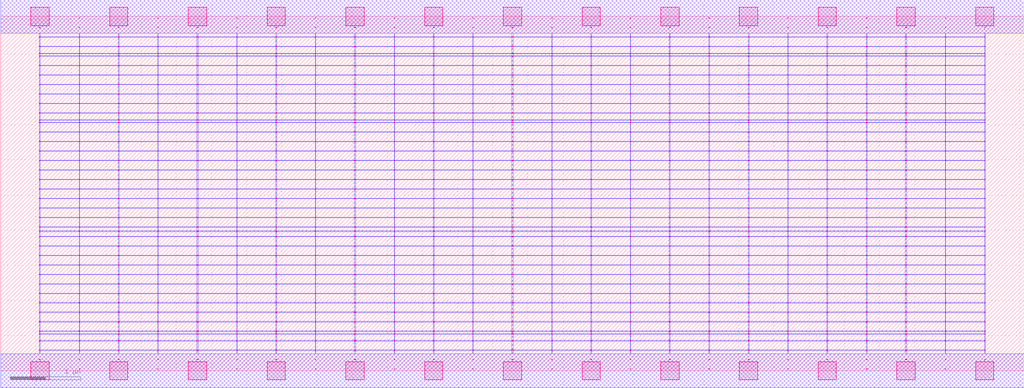
<source format=lef>
MACRO OOAAOOAI22241_DEBUG
 CLASS CORE ;
 FOREIGN OOAAOOAI22241_DEBUG 0 0 ;
 SIZE 14.56 BY 5.04 ;
 ORIGIN 0 0 ;
 SYMMETRY X Y R90 ;
 SITE unit ;

 OBS
    LAYER polycont ;
     RECT 7.27100000 2.58300000 7.28900000 2.59100000 ;
     RECT 7.27100000 2.71800000 7.28900000 2.72600000 ;
     RECT 7.27100000 2.85300000 7.28900000 2.86100000 ;
     RECT 7.27100000 2.98800000 7.28900000 2.99600000 ;
     RECT 9.51100000 2.58300000 9.52400000 2.59100000 ;
     RECT 10.07600000 2.58300000 10.08400000 2.59100000 ;
     RECT 10.63100000 2.58300000 10.64900000 2.59100000 ;
     RECT 11.19600000 2.58300000 11.20400000 2.59100000 ;
     RECT 11.75100000 2.58300000 11.76900000 2.59100000 ;
     RECT 12.31600000 2.58300000 12.32400000 2.59100000 ;
     RECT 12.87100000 2.58300000 12.88900000 2.59100000 ;
     RECT 13.43600000 2.58300000 13.44400000 2.59100000 ;
     RECT 13.99600000 2.58300000 14.00900000 2.59100000 ;
     RECT 7.83600000 2.58300000 7.84400000 2.59100000 ;
     RECT 7.83600000 2.71800000 7.84400000 2.72600000 ;
     RECT 8.39600000 2.71800000 8.40900000 2.72600000 ;
     RECT 8.95600000 2.71800000 8.96400000 2.72600000 ;
     RECT 9.51100000 2.71800000 9.52400000 2.72600000 ;
     RECT 10.07600000 2.71800000 10.08400000 2.72600000 ;
     RECT 10.63100000 2.71800000 10.64900000 2.72600000 ;
     RECT 11.19600000 2.71800000 11.20400000 2.72600000 ;
     RECT 11.75100000 2.71800000 11.76900000 2.72600000 ;
     RECT 12.31600000 2.71800000 12.32400000 2.72600000 ;
     RECT 12.87100000 2.71800000 12.88900000 2.72600000 ;
     RECT 13.43600000 2.71800000 13.44400000 2.72600000 ;
     RECT 13.99600000 2.71800000 14.00900000 2.72600000 ;
     RECT 8.39600000 2.58300000 8.40900000 2.59100000 ;
     RECT 7.83600000 2.85300000 7.84400000 2.86100000 ;
     RECT 8.39600000 2.85300000 8.40900000 2.86100000 ;
     RECT 8.95600000 2.85300000 8.96400000 2.86100000 ;
     RECT 9.51100000 2.85300000 9.52400000 2.86100000 ;
     RECT 10.07600000 2.85300000 10.08400000 2.86100000 ;
     RECT 10.63100000 2.85300000 10.64900000 2.86100000 ;
     RECT 11.19600000 2.85300000 11.20400000 2.86100000 ;
     RECT 11.75100000 2.85300000 11.76900000 2.86100000 ;
     RECT 12.31600000 2.85300000 12.32400000 2.86100000 ;
     RECT 12.87100000 2.85300000 12.88900000 2.86100000 ;
     RECT 13.43600000 2.85300000 13.44400000 2.86100000 ;
     RECT 13.99600000 2.85300000 14.00900000 2.86100000 ;
     RECT 8.95600000 2.58300000 8.96400000 2.59100000 ;
     RECT 7.83600000 2.98800000 7.84400000 2.99600000 ;
     RECT 8.39600000 2.98800000 8.40900000 2.99600000 ;
     RECT 8.95600000 2.98800000 8.96400000 2.99600000 ;
     RECT 9.51100000 2.98800000 9.52400000 2.99600000 ;
     RECT 10.07600000 2.98800000 10.08400000 2.99600000 ;
     RECT 10.63100000 2.98800000 10.64900000 2.99600000 ;
     RECT 11.19600000 2.98800000 11.20400000 2.99600000 ;
     RECT 11.75100000 2.98800000 11.76900000 2.99600000 ;
     RECT 12.31600000 2.98800000 12.32400000 2.99600000 ;
     RECT 12.87100000 2.98800000 12.88900000 2.99600000 ;
     RECT 13.43600000 2.98800000 13.44400000 2.99600000 ;
     RECT 13.99600000 2.98800000 14.00900000 2.99600000 ;
     RECT 8.95600000 3.12300000 8.96400000 3.13100000 ;
     RECT 8.95600000 3.25800000 8.96400000 3.26600000 ;
     RECT 8.95600000 3.39300000 8.96400000 3.40100000 ;
     RECT 8.95600000 3.52800000 8.96400000 3.53600000 ;
     RECT 8.95600000 3.56100000 8.96400000 3.56900000 ;
     RECT 8.95600000 3.66300000 8.96400000 3.67100000 ;
     RECT 8.95600000 3.79800000 8.96400000 3.80600000 ;
     RECT 8.95600000 3.93300000 8.96400000 3.94100000 ;
     RECT 8.95600000 4.06800000 8.96400000 4.07600000 ;
     RECT 8.95600000 4.20300000 8.96400000 4.21100000 ;
     RECT 8.95600000 4.33800000 8.96400000 4.34600000 ;
     RECT 8.95600000 4.47300000 8.96400000 4.48100000 ;
     RECT 8.95600000 4.51100000 8.96400000 4.51900000 ;
     RECT 8.95600000 4.60800000 8.96400000 4.61600000 ;
     RECT 8.95600000 4.74300000 8.96400000 4.75100000 ;
     RECT 8.95600000 4.87800000 8.96400000 4.88600000 ;
     RECT 4.47600000 2.71800000 4.48400000 2.72600000 ;
     RECT 5.03100000 2.71800000 5.04900000 2.72600000 ;
     RECT 5.59600000 2.71800000 5.60400000 2.72600000 ;
     RECT 6.15100000 2.71800000 6.16900000 2.72600000 ;
     RECT 6.71600000 2.71800000 6.72400000 2.72600000 ;
     RECT 1.11600000 2.58300000 1.12400000 2.59100000 ;
     RECT 1.67100000 2.58300000 1.68900000 2.59100000 ;
     RECT 0.55100000 2.98800000 0.56400000 2.99600000 ;
     RECT 1.11600000 2.98800000 1.12400000 2.99600000 ;
     RECT 1.67100000 2.98800000 1.68900000 2.99600000 ;
     RECT 2.23600000 2.98800000 2.24400000 2.99600000 ;
     RECT 2.79100000 2.98800000 2.80900000 2.99600000 ;
     RECT 3.35600000 2.98800000 3.36400000 2.99600000 ;
     RECT 3.91100000 2.98800000 3.92900000 2.99600000 ;
     RECT 4.47600000 2.98800000 4.48400000 2.99600000 ;
     RECT 5.03100000 2.98800000 5.04900000 2.99600000 ;
     RECT 5.59600000 2.98800000 5.60400000 2.99600000 ;
     RECT 6.15100000 2.98800000 6.16900000 2.99600000 ;
     RECT 6.71600000 2.98800000 6.72400000 2.99600000 ;
     RECT 2.23600000 2.58300000 2.24400000 2.59100000 ;
     RECT 2.79100000 2.58300000 2.80900000 2.59100000 ;
     RECT 3.35600000 2.58300000 3.36400000 2.59100000 ;
     RECT 3.91100000 2.58300000 3.92900000 2.59100000 ;
     RECT 4.47600000 2.58300000 4.48400000 2.59100000 ;
     RECT 5.03100000 2.58300000 5.04900000 2.59100000 ;
     RECT 5.59600000 2.58300000 5.60400000 2.59100000 ;
     RECT 6.15100000 2.58300000 6.16900000 2.59100000 ;
     RECT 6.71600000 2.58300000 6.72400000 2.59100000 ;
     RECT 0.55100000 2.58300000 0.56400000 2.59100000 ;
     RECT 0.55100000 2.71800000 0.56400000 2.72600000 ;
     RECT 0.55100000 2.85300000 0.56400000 2.86100000 ;
     RECT 1.11600000 2.85300000 1.12400000 2.86100000 ;
     RECT 1.67100000 2.85300000 1.68900000 2.86100000 ;
     RECT 2.23600000 2.85300000 2.24400000 2.86100000 ;
     RECT 2.79100000 2.85300000 2.80900000 2.86100000 ;
     RECT 3.35600000 2.85300000 3.36400000 2.86100000 ;
     RECT 3.91100000 2.85300000 3.92900000 2.86100000 ;
     RECT 4.47600000 2.85300000 4.48400000 2.86100000 ;
     RECT 5.03100000 2.85300000 5.04900000 2.86100000 ;
     RECT 5.59600000 2.85300000 5.60400000 2.86100000 ;
     RECT 6.15100000 2.85300000 6.16900000 2.86100000 ;
     RECT 6.71600000 2.85300000 6.72400000 2.86100000 ;
     RECT 1.11600000 2.71800000 1.12400000 2.72600000 ;
     RECT 1.67100000 2.71800000 1.68900000 2.72600000 ;
     RECT 2.23600000 2.71800000 2.24400000 2.72600000 ;
     RECT 2.79100000 2.71800000 2.80900000 2.72600000 ;
     RECT 3.35600000 2.71800000 3.36400000 2.72600000 ;
     RECT 3.91100000 2.71800000 3.92900000 2.72600000 ;
     RECT 7.83600000 2.04300000 7.84400000 2.05100000 ;
     RECT 7.83600000 2.17800000 7.84400000 2.18600000 ;
     RECT 7.83600000 2.31300000 7.84400000 2.32100000 ;
     RECT 7.83600000 2.44800000 7.84400000 2.45600000 ;
     RECT 7.83600000 0.15300000 7.84400000 0.16100000 ;
     RECT 7.83600000 0.28800000 7.84400000 0.29600000 ;
     RECT 7.83600000 0.42300000 7.84400000 0.43100000 ;
     RECT 7.83600000 0.52100000 7.84400000 0.52900000 ;
     RECT 7.83600000 0.55800000 7.84400000 0.56600000 ;
     RECT 7.83600000 0.69300000 7.84400000 0.70100000 ;
     RECT 7.83600000 0.82800000 7.84400000 0.83600000 ;
     RECT 7.83600000 0.96300000 7.84400000 0.97100000 ;
     RECT 7.83600000 1.09800000 7.84400000 1.10600000 ;
     RECT 7.83600000 1.23300000 7.84400000 1.24100000 ;
     RECT 7.83600000 1.36800000 7.84400000 1.37600000 ;
     RECT 7.83600000 1.50300000 7.84400000 1.51100000 ;
     RECT 7.83600000 1.63800000 7.84400000 1.64600000 ;
     RECT 7.83600000 1.77300000 7.84400000 1.78100000 ;
     RECT 7.83600000 1.90800000 7.84400000 1.91600000 ;
     RECT 7.83600000 1.98100000 7.84400000 1.98900000 ;

    LAYER pdiffc ;
     RECT 0.55100000 3.39300000 0.55900000 3.40100000 ;
     RECT 8.40100000 3.39300000 8.40900000 3.40100000 ;
     RECT 9.51100000 3.39300000 9.51900000 3.40100000 ;
     RECT 14.00100000 3.39300000 14.00900000 3.40100000 ;
     RECT 0.55100000 3.52800000 0.55900000 3.53600000 ;
     RECT 8.40100000 3.52800000 8.40900000 3.53600000 ;
     RECT 9.51100000 3.52800000 9.51900000 3.53600000 ;
     RECT 14.00100000 3.52800000 14.00900000 3.53600000 ;
     RECT 0.55100000 3.56100000 0.55900000 3.56900000 ;
     RECT 8.40100000 3.56100000 8.40900000 3.56900000 ;
     RECT 9.51100000 3.56100000 9.51900000 3.56900000 ;
     RECT 14.00100000 3.56100000 14.00900000 3.56900000 ;
     RECT 0.55100000 3.66300000 0.55900000 3.67100000 ;
     RECT 8.40100000 3.66300000 8.40900000 3.67100000 ;
     RECT 9.51100000 3.66300000 9.51900000 3.67100000 ;
     RECT 14.00100000 3.66300000 14.00900000 3.67100000 ;
     RECT 0.55100000 3.79800000 0.55900000 3.80600000 ;
     RECT 8.40100000 3.79800000 8.40900000 3.80600000 ;
     RECT 9.51100000 3.79800000 9.51900000 3.80600000 ;
     RECT 14.00100000 3.79800000 14.00900000 3.80600000 ;
     RECT 0.55100000 3.93300000 0.55900000 3.94100000 ;
     RECT 8.40100000 3.93300000 8.40900000 3.94100000 ;
     RECT 9.51100000 3.93300000 9.51900000 3.94100000 ;
     RECT 14.00100000 3.93300000 14.00900000 3.94100000 ;
     RECT 0.55100000 4.06800000 0.55900000 4.07600000 ;
     RECT 8.40100000 4.06800000 8.40900000 4.07600000 ;
     RECT 9.51100000 4.06800000 9.51900000 4.07600000 ;
     RECT 14.00100000 4.06800000 14.00900000 4.07600000 ;
     RECT 0.55100000 4.20300000 0.55900000 4.21100000 ;
     RECT 8.40100000 4.20300000 8.40900000 4.21100000 ;
     RECT 9.51100000 4.20300000 9.51900000 4.21100000 ;
     RECT 14.00100000 4.20300000 14.00900000 4.21100000 ;
     RECT 0.55100000 4.33800000 0.55900000 4.34600000 ;
     RECT 8.40100000 4.33800000 8.40900000 4.34600000 ;
     RECT 9.51100000 4.33800000 9.51900000 4.34600000 ;
     RECT 14.00100000 4.33800000 14.00900000 4.34600000 ;
     RECT 0.55100000 4.47300000 0.55900000 4.48100000 ;
     RECT 8.40100000 4.47300000 8.40900000 4.48100000 ;
     RECT 9.51100000 4.47300000 9.51900000 4.48100000 ;
     RECT 14.00100000 4.47300000 14.00900000 4.48100000 ;
     RECT 0.55100000 4.51100000 0.55900000 4.51900000 ;
     RECT 8.40100000 4.51100000 8.40900000 4.51900000 ;
     RECT 9.51100000 4.51100000 9.51900000 4.51900000 ;
     RECT 14.00100000 4.51100000 14.00900000 4.51900000 ;
     RECT 0.55100000 4.60800000 0.55900000 4.61600000 ;
     RECT 8.40100000 4.60800000 8.40900000 4.61600000 ;
     RECT 9.51100000 4.60800000 9.51900000 4.61600000 ;
     RECT 14.00100000 4.60800000 14.00900000 4.61600000 ;

    LAYER ndiffc ;
     RECT 7.27100000 0.42300000 7.28900000 0.43100000 ;
     RECT 7.27100000 0.52100000 7.28900000 0.52900000 ;
     RECT 7.27100000 0.55800000 7.28900000 0.56600000 ;
     RECT 7.27100000 0.69300000 7.28900000 0.70100000 ;
     RECT 7.27100000 0.82800000 7.28900000 0.83600000 ;
     RECT 7.27100000 0.96300000 7.28900000 0.97100000 ;
     RECT 7.27100000 1.09800000 7.28900000 1.10600000 ;
     RECT 7.27100000 1.23300000 7.28900000 1.24100000 ;
     RECT 7.27100000 1.36800000 7.28900000 1.37600000 ;
     RECT 7.27100000 1.50300000 7.28900000 1.51100000 ;
     RECT 7.27100000 1.63800000 7.28900000 1.64600000 ;
     RECT 7.27100000 1.77300000 7.28900000 1.78100000 ;
     RECT 7.27100000 1.90800000 7.28900000 1.91600000 ;
     RECT 7.27100000 1.98100000 7.28900000 1.98900000 ;
     RECT 7.27100000 2.04300000 7.28900000 2.05100000 ;
     RECT 8.39600000 0.55800000 8.40900000 0.56600000 ;
     RECT 9.51100000 0.55800000 9.52400000 0.56600000 ;
     RECT 10.63100000 0.55800000 10.64900000 0.56600000 ;
     RECT 11.75100000 0.55800000 11.76900000 0.56600000 ;
     RECT 12.87100000 0.55800000 12.88900000 0.56600000 ;
     RECT 13.99600000 0.55800000 14.00900000 0.56600000 ;
     RECT 10.63100000 0.42300000 10.64900000 0.43100000 ;
     RECT 8.39600000 0.69300000 8.40900000 0.70100000 ;
     RECT 9.51100000 0.69300000 9.52400000 0.70100000 ;
     RECT 10.63100000 0.69300000 10.64900000 0.70100000 ;
     RECT 11.75100000 0.69300000 11.76900000 0.70100000 ;
     RECT 12.87100000 0.69300000 12.88900000 0.70100000 ;
     RECT 13.99600000 0.69300000 14.00900000 0.70100000 ;
     RECT 11.75100000 0.42300000 11.76900000 0.43100000 ;
     RECT 8.39600000 0.82800000 8.40900000 0.83600000 ;
     RECT 9.51100000 0.82800000 9.52400000 0.83600000 ;
     RECT 10.63100000 0.82800000 10.64900000 0.83600000 ;
     RECT 11.75100000 0.82800000 11.76900000 0.83600000 ;
     RECT 12.87100000 0.82800000 12.88900000 0.83600000 ;
     RECT 13.99600000 0.82800000 14.00900000 0.83600000 ;
     RECT 12.87100000 0.42300000 12.88900000 0.43100000 ;
     RECT 8.39600000 0.96300000 8.40900000 0.97100000 ;
     RECT 9.51100000 0.96300000 9.52400000 0.97100000 ;
     RECT 10.63100000 0.96300000 10.64900000 0.97100000 ;
     RECT 11.75100000 0.96300000 11.76900000 0.97100000 ;
     RECT 12.87100000 0.96300000 12.88900000 0.97100000 ;
     RECT 13.99600000 0.96300000 14.00900000 0.97100000 ;
     RECT 13.99600000 0.42300000 14.00900000 0.43100000 ;
     RECT 8.39600000 1.09800000 8.40900000 1.10600000 ;
     RECT 9.51100000 1.09800000 9.52400000 1.10600000 ;
     RECT 10.63100000 1.09800000 10.64900000 1.10600000 ;
     RECT 11.75100000 1.09800000 11.76900000 1.10600000 ;
     RECT 12.87100000 1.09800000 12.88900000 1.10600000 ;
     RECT 13.99600000 1.09800000 14.00900000 1.10600000 ;
     RECT 8.39600000 0.42300000 8.40900000 0.43100000 ;
     RECT 8.39600000 1.23300000 8.40900000 1.24100000 ;
     RECT 9.51100000 1.23300000 9.52400000 1.24100000 ;
     RECT 10.63100000 1.23300000 10.64900000 1.24100000 ;
     RECT 11.75100000 1.23300000 11.76900000 1.24100000 ;
     RECT 12.87100000 1.23300000 12.88900000 1.24100000 ;
     RECT 13.99600000 1.23300000 14.00900000 1.24100000 ;
     RECT 8.39600000 0.52100000 8.40900000 0.52900000 ;
     RECT 8.39600000 1.36800000 8.40900000 1.37600000 ;
     RECT 9.51100000 1.36800000 9.52400000 1.37600000 ;
     RECT 10.63100000 1.36800000 10.64900000 1.37600000 ;
     RECT 11.75100000 1.36800000 11.76900000 1.37600000 ;
     RECT 12.87100000 1.36800000 12.88900000 1.37600000 ;
     RECT 13.99600000 1.36800000 14.00900000 1.37600000 ;
     RECT 9.51100000 0.52100000 9.52400000 0.52900000 ;
     RECT 8.39600000 1.50300000 8.40900000 1.51100000 ;
     RECT 9.51100000 1.50300000 9.52400000 1.51100000 ;
     RECT 10.63100000 1.50300000 10.64900000 1.51100000 ;
     RECT 11.75100000 1.50300000 11.76900000 1.51100000 ;
     RECT 12.87100000 1.50300000 12.88900000 1.51100000 ;
     RECT 13.99600000 1.50300000 14.00900000 1.51100000 ;
     RECT 10.63100000 0.52100000 10.64900000 0.52900000 ;
     RECT 8.39600000 1.63800000 8.40900000 1.64600000 ;
     RECT 9.51100000 1.63800000 9.52400000 1.64600000 ;
     RECT 10.63100000 1.63800000 10.64900000 1.64600000 ;
     RECT 11.75100000 1.63800000 11.76900000 1.64600000 ;
     RECT 12.87100000 1.63800000 12.88900000 1.64600000 ;
     RECT 13.99600000 1.63800000 14.00900000 1.64600000 ;
     RECT 11.75100000 0.52100000 11.76900000 0.52900000 ;
     RECT 8.39600000 1.77300000 8.40900000 1.78100000 ;
     RECT 9.51100000 1.77300000 9.52400000 1.78100000 ;
     RECT 10.63100000 1.77300000 10.64900000 1.78100000 ;
     RECT 11.75100000 1.77300000 11.76900000 1.78100000 ;
     RECT 12.87100000 1.77300000 12.88900000 1.78100000 ;
     RECT 13.99600000 1.77300000 14.00900000 1.78100000 ;
     RECT 12.87100000 0.52100000 12.88900000 0.52900000 ;
     RECT 8.39600000 1.90800000 8.40900000 1.91600000 ;
     RECT 9.51100000 1.90800000 9.52400000 1.91600000 ;
     RECT 10.63100000 1.90800000 10.64900000 1.91600000 ;
     RECT 11.75100000 1.90800000 11.76900000 1.91600000 ;
     RECT 12.87100000 1.90800000 12.88900000 1.91600000 ;
     RECT 13.99600000 1.90800000 14.00900000 1.91600000 ;
     RECT 13.99600000 0.52100000 14.00900000 0.52900000 ;
     RECT 8.39600000 1.98100000 8.40900000 1.98900000 ;
     RECT 9.51100000 1.98100000 9.52400000 1.98900000 ;
     RECT 10.63100000 1.98100000 10.64900000 1.98900000 ;
     RECT 11.75100000 1.98100000 11.76900000 1.98900000 ;
     RECT 12.87100000 1.98100000 12.88900000 1.98900000 ;
     RECT 13.99600000 1.98100000 14.00900000 1.98900000 ;
     RECT 9.51100000 0.42300000 9.52400000 0.43100000 ;
     RECT 8.39600000 2.04300000 8.40900000 2.05100000 ;
     RECT 9.51100000 2.04300000 9.52400000 2.05100000 ;
     RECT 10.63100000 2.04300000 10.64900000 2.05100000 ;
     RECT 11.75100000 2.04300000 11.76900000 2.05100000 ;
     RECT 12.87100000 2.04300000 12.88900000 2.05100000 ;
     RECT 13.99600000 2.04300000 14.00900000 2.05100000 ;
     RECT 1.67100000 1.36800000 1.68900000 1.37600000 ;
     RECT 2.79100000 1.36800000 2.80900000 1.37600000 ;
     RECT 3.91100000 1.36800000 3.92900000 1.37600000 ;
     RECT 5.03100000 1.36800000 5.04900000 1.37600000 ;
     RECT 6.15100000 1.36800000 6.16900000 1.37600000 ;
     RECT 5.03100000 0.82800000 5.04900000 0.83600000 ;
     RECT 6.15100000 0.82800000 6.16900000 0.83600000 ;
     RECT 2.79100000 0.55800000 2.80900000 0.56600000 ;
     RECT 3.91100000 0.55800000 3.92900000 0.56600000 ;
     RECT 5.03100000 0.55800000 5.04900000 0.56600000 ;
     RECT 6.15100000 0.55800000 6.16900000 0.56600000 ;
     RECT 1.67100000 0.52100000 1.68900000 0.52900000 ;
     RECT 0.55100000 1.50300000 0.56400000 1.51100000 ;
     RECT 1.67100000 1.50300000 1.68900000 1.51100000 ;
     RECT 2.79100000 1.50300000 2.80900000 1.51100000 ;
     RECT 3.91100000 1.50300000 3.92900000 1.51100000 ;
     RECT 5.03100000 1.50300000 5.04900000 1.51100000 ;
     RECT 6.15100000 1.50300000 6.16900000 1.51100000 ;
     RECT 2.79100000 0.52100000 2.80900000 0.52900000 ;
     RECT 3.91100000 0.52100000 3.92900000 0.52900000 ;
     RECT 0.55100000 0.96300000 0.56400000 0.97100000 ;
     RECT 1.67100000 0.96300000 1.68900000 0.97100000 ;
     RECT 2.79100000 0.96300000 2.80900000 0.97100000 ;
     RECT 3.91100000 0.96300000 3.92900000 0.97100000 ;
     RECT 5.03100000 0.96300000 5.04900000 0.97100000 ;
     RECT 0.55100000 1.63800000 0.56400000 1.64600000 ;
     RECT 1.67100000 1.63800000 1.68900000 1.64600000 ;
     RECT 2.79100000 1.63800000 2.80900000 1.64600000 ;
     RECT 3.91100000 1.63800000 3.92900000 1.64600000 ;
     RECT 5.03100000 1.63800000 5.04900000 1.64600000 ;
     RECT 6.15100000 1.63800000 6.16900000 1.64600000 ;
     RECT 6.15100000 0.96300000 6.16900000 0.97100000 ;
     RECT 5.03100000 0.52100000 5.04900000 0.52900000 ;
     RECT 6.15100000 0.52100000 6.16900000 0.52900000 ;
     RECT 1.67100000 0.42300000 1.68900000 0.43100000 ;
     RECT 2.79100000 0.42300000 2.80900000 0.43100000 ;
     RECT 0.55100000 0.69300000 0.56400000 0.70100000 ;
     RECT 1.67100000 0.69300000 1.68900000 0.70100000 ;
     RECT 0.55100000 1.77300000 0.56400000 1.78100000 ;
     RECT 1.67100000 1.77300000 1.68900000 1.78100000 ;
     RECT 2.79100000 1.77300000 2.80900000 1.78100000 ;
     RECT 3.91100000 1.77300000 3.92900000 1.78100000 ;
     RECT 5.03100000 1.77300000 5.04900000 1.78100000 ;
     RECT 6.15100000 1.77300000 6.16900000 1.78100000 ;
     RECT 2.79100000 0.69300000 2.80900000 0.70100000 ;
     RECT 0.55100000 1.09800000 0.56400000 1.10600000 ;
     RECT 1.67100000 1.09800000 1.68900000 1.10600000 ;
     RECT 2.79100000 1.09800000 2.80900000 1.10600000 ;
     RECT 3.91100000 1.09800000 3.92900000 1.10600000 ;
     RECT 5.03100000 1.09800000 5.04900000 1.10600000 ;
     RECT 6.15100000 1.09800000 6.16900000 1.10600000 ;
     RECT 0.55100000 1.90800000 0.56400000 1.91600000 ;
     RECT 1.67100000 1.90800000 1.68900000 1.91600000 ;
     RECT 2.79100000 1.90800000 2.80900000 1.91600000 ;
     RECT 3.91100000 1.90800000 3.92900000 1.91600000 ;
     RECT 5.03100000 1.90800000 5.04900000 1.91600000 ;
     RECT 6.15100000 1.90800000 6.16900000 1.91600000 ;
     RECT 3.91100000 0.69300000 3.92900000 0.70100000 ;
     RECT 5.03100000 0.69300000 5.04900000 0.70100000 ;
     RECT 6.15100000 0.69300000 6.16900000 0.70100000 ;
     RECT 3.91100000 0.42300000 3.92900000 0.43100000 ;
     RECT 5.03100000 0.42300000 5.04900000 0.43100000 ;
     RECT 6.15100000 0.42300000 6.16900000 0.43100000 ;
     RECT 0.55100000 0.42300000 0.56400000 0.43100000 ;
     RECT 0.55100000 1.98100000 0.56400000 1.98900000 ;
     RECT 1.67100000 1.98100000 1.68900000 1.98900000 ;
     RECT 2.79100000 1.98100000 2.80900000 1.98900000 ;
     RECT 3.91100000 1.98100000 3.92900000 1.98900000 ;
     RECT 5.03100000 1.98100000 5.04900000 1.98900000 ;
     RECT 6.15100000 1.98100000 6.16900000 1.98900000 ;
     RECT 0.55100000 1.23300000 0.56400000 1.24100000 ;
     RECT 1.67100000 1.23300000 1.68900000 1.24100000 ;
     RECT 2.79100000 1.23300000 2.80900000 1.24100000 ;
     RECT 3.91100000 1.23300000 3.92900000 1.24100000 ;
     RECT 5.03100000 1.23300000 5.04900000 1.24100000 ;
     RECT 6.15100000 1.23300000 6.16900000 1.24100000 ;
     RECT 0.55100000 0.52100000 0.56400000 0.52900000 ;
     RECT 0.55100000 2.04300000 0.56400000 2.05100000 ;
     RECT 1.67100000 2.04300000 1.68900000 2.05100000 ;
     RECT 2.79100000 2.04300000 2.80900000 2.05100000 ;
     RECT 3.91100000 2.04300000 3.92900000 2.05100000 ;
     RECT 5.03100000 2.04300000 5.04900000 2.05100000 ;
     RECT 6.15100000 2.04300000 6.16900000 2.05100000 ;
     RECT 0.55100000 0.55800000 0.56400000 0.56600000 ;
     RECT 1.67100000 0.55800000 1.68900000 0.56600000 ;
     RECT 0.55100000 0.82800000 0.56400000 0.83600000 ;
     RECT 1.67100000 0.82800000 1.68900000 0.83600000 ;
     RECT 2.79100000 0.82800000 2.80900000 0.83600000 ;
     RECT 3.91100000 0.82800000 3.92900000 0.83600000 ;
     RECT 0.55100000 1.36800000 0.56400000 1.37600000 ;

    LAYER met1 ;
     RECT 0.00000000 -0.24000000 14.56000000 0.24000000 ;
     RECT 7.27100000 0.24000000 7.28900000 0.28800000 ;
     RECT 0.55100000 0.28800000 14.00900000 0.29600000 ;
     RECT 7.27100000 0.29600000 7.28900000 0.42300000 ;
     RECT 0.55100000 0.42300000 14.00900000 0.43100000 ;
     RECT 7.27100000 0.43100000 7.28900000 0.52100000 ;
     RECT 0.55100000 0.52100000 14.00900000 0.52900000 ;
     RECT 7.27100000 0.52900000 7.28900000 0.55800000 ;
     RECT 0.55100000 0.55800000 14.00900000 0.56600000 ;
     RECT 7.27100000 0.56600000 7.28900000 0.69300000 ;
     RECT 0.55100000 0.69300000 14.00900000 0.70100000 ;
     RECT 7.27100000 0.70100000 7.28900000 0.82800000 ;
     RECT 0.55100000 0.82800000 14.00900000 0.83600000 ;
     RECT 7.27100000 0.83600000 7.28900000 0.96300000 ;
     RECT 0.55100000 0.96300000 14.00900000 0.97100000 ;
     RECT 7.27100000 0.97100000 7.28900000 1.09800000 ;
     RECT 0.55100000 1.09800000 14.00900000 1.10600000 ;
     RECT 7.27100000 1.10600000 7.28900000 1.23300000 ;
     RECT 0.55100000 1.23300000 14.00900000 1.24100000 ;
     RECT 7.27100000 1.24100000 7.28900000 1.36800000 ;
     RECT 0.55100000 1.36800000 14.00900000 1.37600000 ;
     RECT 7.27100000 1.37600000 7.28900000 1.50300000 ;
     RECT 0.55100000 1.50300000 14.00900000 1.51100000 ;
     RECT 7.27100000 1.51100000 7.28900000 1.63800000 ;
     RECT 0.55100000 1.63800000 14.00900000 1.64600000 ;
     RECT 7.27100000 1.64600000 7.28900000 1.77300000 ;
     RECT 0.55100000 1.77300000 14.00900000 1.78100000 ;
     RECT 7.27100000 1.78100000 7.28900000 1.90800000 ;
     RECT 0.55100000 1.90800000 14.00900000 1.91600000 ;
     RECT 7.27100000 1.91600000 7.28900000 1.98100000 ;
     RECT 0.55100000 1.98100000 14.00900000 1.98900000 ;
     RECT 7.27100000 1.98900000 7.28900000 2.04300000 ;
     RECT 0.55100000 2.04300000 14.00900000 2.05100000 ;
     RECT 7.27100000 2.05100000 7.28900000 2.17800000 ;
     RECT 0.55100000 2.17800000 14.00900000 2.18600000 ;
     RECT 7.27100000 2.18600000 7.28900000 2.31300000 ;
     RECT 0.55100000 2.31300000 14.00900000 2.32100000 ;
     RECT 7.27100000 2.32100000 7.28900000 2.44800000 ;
     RECT 0.55100000 2.44800000 14.00900000 2.45600000 ;
     RECT 0.55100000 2.45600000 0.56400000 2.58300000 ;
     RECT 1.11600000 2.45600000 1.12400000 2.58300000 ;
     RECT 1.67100000 2.45600000 1.68900000 2.58300000 ;
     RECT 2.23600000 2.45600000 2.24400000 2.58300000 ;
     RECT 2.79100000 2.45600000 2.80900000 2.58300000 ;
     RECT 3.35600000 2.45600000 3.36400000 2.58300000 ;
     RECT 3.91100000 2.45600000 3.92900000 2.58300000 ;
     RECT 4.47600000 2.45600000 4.48400000 2.58300000 ;
     RECT 5.03100000 2.45600000 5.04900000 2.58300000 ;
     RECT 5.59600000 2.45600000 5.60400000 2.58300000 ;
     RECT 6.15100000 2.45600000 6.16900000 2.58300000 ;
     RECT 6.71600000 2.45600000 6.72400000 2.58300000 ;
     RECT 7.27100000 2.45600000 7.28900000 2.58300000 ;
     RECT 7.83600000 2.45600000 7.84400000 2.58300000 ;
     RECT 8.39600000 2.45600000 8.40900000 2.58300000 ;
     RECT 8.95600000 2.45600000 8.96400000 2.58300000 ;
     RECT 9.51100000 2.45600000 9.52400000 2.58300000 ;
     RECT 10.07600000 2.45600000 10.08400000 2.58300000 ;
     RECT 10.63100000 2.45600000 10.64900000 2.58300000 ;
     RECT 11.19600000 2.45600000 11.20400000 2.58300000 ;
     RECT 11.75100000 2.45600000 11.76900000 2.58300000 ;
     RECT 12.31600000 2.45600000 12.32400000 2.58300000 ;
     RECT 12.87100000 2.45600000 12.88900000 2.58300000 ;
     RECT 13.43600000 2.45600000 13.44400000 2.58300000 ;
     RECT 13.99600000 2.45600000 14.00900000 2.58300000 ;
     RECT 0.55100000 2.58300000 14.00900000 2.59100000 ;
     RECT 7.27100000 2.59100000 7.28900000 2.71800000 ;
     RECT 0.55100000 2.71800000 14.00900000 2.72600000 ;
     RECT 7.27100000 2.72600000 7.28900000 2.85300000 ;
     RECT 0.55100000 2.85300000 14.00900000 2.86100000 ;
     RECT 7.27100000 2.86100000 7.28900000 2.98800000 ;
     RECT 0.55100000 2.98800000 14.00900000 2.99600000 ;
     RECT 7.27100000 2.99600000 7.28900000 3.12300000 ;
     RECT 0.55100000 3.12300000 14.00900000 3.13100000 ;
     RECT 7.27100000 3.13100000 7.28900000 3.25800000 ;
     RECT 0.55100000 3.25800000 14.00900000 3.26600000 ;
     RECT 7.27100000 3.26600000 7.28900000 3.39300000 ;
     RECT 0.55100000 3.39300000 14.00900000 3.40100000 ;
     RECT 7.27100000 3.40100000 7.28900000 3.52800000 ;
     RECT 0.55100000 3.52800000 14.00900000 3.53600000 ;
     RECT 7.27100000 3.53600000 7.28900000 3.56100000 ;
     RECT 0.55100000 3.56100000 14.00900000 3.56900000 ;
     RECT 7.27100000 3.56900000 7.28900000 3.66300000 ;
     RECT 0.55100000 3.66300000 14.00900000 3.67100000 ;
     RECT 7.27100000 3.67100000 7.28900000 3.79800000 ;
     RECT 0.55100000 3.79800000 14.00900000 3.80600000 ;
     RECT 7.27100000 3.80600000 7.28900000 3.93300000 ;
     RECT 0.55100000 3.93300000 14.00900000 3.94100000 ;
     RECT 7.27100000 3.94100000 7.28900000 4.06800000 ;
     RECT 0.55100000 4.06800000 14.00900000 4.07600000 ;
     RECT 7.27100000 4.07600000 7.28900000 4.20300000 ;
     RECT 0.55100000 4.20300000 14.00900000 4.21100000 ;
     RECT 7.27100000 4.21100000 7.28900000 4.33800000 ;
     RECT 0.55100000 4.33800000 14.00900000 4.34600000 ;
     RECT 7.27100000 4.34600000 7.28900000 4.47300000 ;
     RECT 0.55100000 4.47300000 14.00900000 4.48100000 ;
     RECT 7.27100000 4.48100000 7.28900000 4.51100000 ;
     RECT 0.55100000 4.51100000 14.00900000 4.51900000 ;
     RECT 7.27100000 4.51900000 7.28900000 4.60800000 ;
     RECT 0.55100000 4.60800000 14.00900000 4.61600000 ;
     RECT 7.27100000 4.61600000 7.28900000 4.74300000 ;
     RECT 0.55100000 4.74300000 14.00900000 4.75100000 ;
     RECT 7.27100000 4.75100000 7.28900000 4.80000000 ;
     RECT 0.00000000 4.80000000 14.56000000 5.28000000 ;
     RECT 7.83600000 3.80600000 7.84400000 3.93300000 ;
     RECT 8.39600000 3.80600000 8.40900000 3.93300000 ;
     RECT 8.95600000 3.80600000 8.96400000 3.93300000 ;
     RECT 9.51100000 3.80600000 9.52400000 3.93300000 ;
     RECT 10.07600000 3.80600000 10.08400000 3.93300000 ;
     RECT 10.63100000 3.80600000 10.64900000 3.93300000 ;
     RECT 11.19600000 3.80600000 11.20400000 3.93300000 ;
     RECT 11.75100000 3.80600000 11.76900000 3.93300000 ;
     RECT 12.31600000 3.80600000 12.32400000 3.93300000 ;
     RECT 12.87100000 3.80600000 12.88900000 3.93300000 ;
     RECT 13.43600000 3.80600000 13.44400000 3.93300000 ;
     RECT 13.99600000 3.80600000 14.00900000 3.93300000 ;
     RECT 11.19600000 3.94100000 11.20400000 4.06800000 ;
     RECT 11.75100000 3.94100000 11.76900000 4.06800000 ;
     RECT 12.31600000 3.94100000 12.32400000 4.06800000 ;
     RECT 12.87100000 3.94100000 12.88900000 4.06800000 ;
     RECT 13.43600000 3.94100000 13.44400000 4.06800000 ;
     RECT 13.99600000 3.94100000 14.00900000 4.06800000 ;
     RECT 11.19600000 4.07600000 11.20400000 4.20300000 ;
     RECT 11.75100000 4.07600000 11.76900000 4.20300000 ;
     RECT 12.31600000 4.07600000 12.32400000 4.20300000 ;
     RECT 12.87100000 4.07600000 12.88900000 4.20300000 ;
     RECT 13.43600000 4.07600000 13.44400000 4.20300000 ;
     RECT 13.99600000 4.07600000 14.00900000 4.20300000 ;
     RECT 11.19600000 4.21100000 11.20400000 4.33800000 ;
     RECT 11.75100000 4.21100000 11.76900000 4.33800000 ;
     RECT 12.31600000 4.21100000 12.32400000 4.33800000 ;
     RECT 12.87100000 4.21100000 12.88900000 4.33800000 ;
     RECT 13.43600000 4.21100000 13.44400000 4.33800000 ;
     RECT 13.99600000 4.21100000 14.00900000 4.33800000 ;
     RECT 11.19600000 4.34600000 11.20400000 4.47300000 ;
     RECT 11.75100000 4.34600000 11.76900000 4.47300000 ;
     RECT 12.31600000 4.34600000 12.32400000 4.47300000 ;
     RECT 12.87100000 4.34600000 12.88900000 4.47300000 ;
     RECT 13.43600000 4.34600000 13.44400000 4.47300000 ;
     RECT 13.99600000 4.34600000 14.00900000 4.47300000 ;
     RECT 11.19600000 4.48100000 11.20400000 4.51100000 ;
     RECT 11.75100000 4.48100000 11.76900000 4.51100000 ;
     RECT 12.31600000 4.48100000 12.32400000 4.51100000 ;
     RECT 12.87100000 4.48100000 12.88900000 4.51100000 ;
     RECT 13.43600000 4.48100000 13.44400000 4.51100000 ;
     RECT 13.99600000 4.48100000 14.00900000 4.51100000 ;
     RECT 11.19600000 4.51900000 11.20400000 4.60800000 ;
     RECT 11.75100000 4.51900000 11.76900000 4.60800000 ;
     RECT 12.31600000 4.51900000 12.32400000 4.60800000 ;
     RECT 12.87100000 4.51900000 12.88900000 4.60800000 ;
     RECT 13.43600000 4.51900000 13.44400000 4.60800000 ;
     RECT 13.99600000 4.51900000 14.00900000 4.60800000 ;
     RECT 11.19600000 4.61600000 11.20400000 4.74300000 ;
     RECT 11.75100000 4.61600000 11.76900000 4.74300000 ;
     RECT 12.31600000 4.61600000 12.32400000 4.74300000 ;
     RECT 12.87100000 4.61600000 12.88900000 4.74300000 ;
     RECT 13.43600000 4.61600000 13.44400000 4.74300000 ;
     RECT 13.99600000 4.61600000 14.00900000 4.74300000 ;
     RECT 11.19600000 4.75100000 11.20400000 4.80000000 ;
     RECT 11.75100000 4.75100000 11.76900000 4.80000000 ;
     RECT 12.31600000 4.75100000 12.32400000 4.80000000 ;
     RECT 12.87100000 4.75100000 12.88900000 4.80000000 ;
     RECT 13.43600000 4.75100000 13.44400000 4.80000000 ;
     RECT 13.99600000 4.75100000 14.00900000 4.80000000 ;
     RECT 7.83600000 4.48100000 7.84400000 4.51100000 ;
     RECT 8.39600000 4.48100000 8.40900000 4.51100000 ;
     RECT 8.95600000 4.48100000 8.96400000 4.51100000 ;
     RECT 9.51100000 4.48100000 9.52400000 4.51100000 ;
     RECT 10.07600000 4.48100000 10.08400000 4.51100000 ;
     RECT 10.63100000 4.48100000 10.64900000 4.51100000 ;
     RECT 7.83600000 4.21100000 7.84400000 4.33800000 ;
     RECT 8.39600000 4.21100000 8.40900000 4.33800000 ;
     RECT 8.95600000 4.21100000 8.96400000 4.33800000 ;
     RECT 9.51100000 4.21100000 9.52400000 4.33800000 ;
     RECT 10.07600000 4.21100000 10.08400000 4.33800000 ;
     RECT 10.63100000 4.21100000 10.64900000 4.33800000 ;
     RECT 7.83600000 4.51900000 7.84400000 4.60800000 ;
     RECT 8.39600000 4.51900000 8.40900000 4.60800000 ;
     RECT 8.95600000 4.51900000 8.96400000 4.60800000 ;
     RECT 9.51100000 4.51900000 9.52400000 4.60800000 ;
     RECT 10.07600000 4.51900000 10.08400000 4.60800000 ;
     RECT 10.63100000 4.51900000 10.64900000 4.60800000 ;
     RECT 7.83600000 4.07600000 7.84400000 4.20300000 ;
     RECT 8.39600000 4.07600000 8.40900000 4.20300000 ;
     RECT 8.95600000 4.07600000 8.96400000 4.20300000 ;
     RECT 9.51100000 4.07600000 9.52400000 4.20300000 ;
     RECT 10.07600000 4.07600000 10.08400000 4.20300000 ;
     RECT 10.63100000 4.07600000 10.64900000 4.20300000 ;
     RECT 7.83600000 4.61600000 7.84400000 4.74300000 ;
     RECT 8.39600000 4.61600000 8.40900000 4.74300000 ;
     RECT 8.95600000 4.61600000 8.96400000 4.74300000 ;
     RECT 9.51100000 4.61600000 9.52400000 4.74300000 ;
     RECT 10.07600000 4.61600000 10.08400000 4.74300000 ;
     RECT 10.63100000 4.61600000 10.64900000 4.74300000 ;
     RECT 7.83600000 4.34600000 7.84400000 4.47300000 ;
     RECT 8.39600000 4.34600000 8.40900000 4.47300000 ;
     RECT 8.95600000 4.34600000 8.96400000 4.47300000 ;
     RECT 9.51100000 4.34600000 9.52400000 4.47300000 ;
     RECT 10.07600000 4.34600000 10.08400000 4.47300000 ;
     RECT 10.63100000 4.34600000 10.64900000 4.47300000 ;
     RECT 7.83600000 4.75100000 7.84400000 4.80000000 ;
     RECT 8.39600000 4.75100000 8.40900000 4.80000000 ;
     RECT 8.95600000 4.75100000 8.96400000 4.80000000 ;
     RECT 9.51100000 4.75100000 9.52400000 4.80000000 ;
     RECT 10.07600000 4.75100000 10.08400000 4.80000000 ;
     RECT 10.63100000 4.75100000 10.64900000 4.80000000 ;
     RECT 7.83600000 3.94100000 7.84400000 4.06800000 ;
     RECT 8.39600000 3.94100000 8.40900000 4.06800000 ;
     RECT 8.95600000 3.94100000 8.96400000 4.06800000 ;
     RECT 9.51100000 3.94100000 9.52400000 4.06800000 ;
     RECT 10.07600000 3.94100000 10.08400000 4.06800000 ;
     RECT 10.63100000 3.94100000 10.64900000 4.06800000 ;
     RECT 7.83600000 2.99600000 7.84400000 3.12300000 ;
     RECT 8.39600000 2.99600000 8.40900000 3.12300000 ;
     RECT 8.95600000 2.99600000 8.96400000 3.12300000 ;
     RECT 9.51100000 2.99600000 9.52400000 3.12300000 ;
     RECT 10.07600000 2.99600000 10.08400000 3.12300000 ;
     RECT 10.63100000 2.99600000 10.64900000 3.12300000 ;
     RECT 7.83600000 2.86100000 7.84400000 2.98800000 ;
     RECT 8.39600000 2.86100000 8.40900000 2.98800000 ;
     RECT 7.83600000 3.13100000 7.84400000 3.25800000 ;
     RECT 8.39600000 3.13100000 8.40900000 3.25800000 ;
     RECT 8.95600000 3.13100000 8.96400000 3.25800000 ;
     RECT 9.51100000 3.13100000 9.52400000 3.25800000 ;
     RECT 10.07600000 3.13100000 10.08400000 3.25800000 ;
     RECT 10.63100000 3.13100000 10.64900000 3.25800000 ;
     RECT 7.83600000 3.26600000 7.84400000 3.39300000 ;
     RECT 8.39600000 3.26600000 8.40900000 3.39300000 ;
     RECT 8.95600000 3.26600000 8.96400000 3.39300000 ;
     RECT 9.51100000 3.26600000 9.52400000 3.39300000 ;
     RECT 10.07600000 3.26600000 10.08400000 3.39300000 ;
     RECT 10.63100000 3.26600000 10.64900000 3.39300000 ;
     RECT 8.95600000 2.86100000 8.96400000 2.98800000 ;
     RECT 9.51100000 2.86100000 9.52400000 2.98800000 ;
     RECT 7.83600000 3.40100000 7.84400000 3.52800000 ;
     RECT 8.39600000 3.40100000 8.40900000 3.52800000 ;
     RECT 8.95600000 3.40100000 8.96400000 3.52800000 ;
     RECT 9.51100000 3.40100000 9.52400000 3.52800000 ;
     RECT 10.07600000 3.40100000 10.08400000 3.52800000 ;
     RECT 10.63100000 3.40100000 10.64900000 3.52800000 ;
     RECT 7.83600000 2.59100000 7.84400000 2.71800000 ;
     RECT 8.39600000 2.59100000 8.40900000 2.71800000 ;
     RECT 7.83600000 3.53600000 7.84400000 3.56100000 ;
     RECT 8.39600000 3.53600000 8.40900000 3.56100000 ;
     RECT 8.95600000 3.53600000 8.96400000 3.56100000 ;
     RECT 9.51100000 3.53600000 9.52400000 3.56100000 ;
     RECT 10.07600000 2.86100000 10.08400000 2.98800000 ;
     RECT 10.63100000 2.86100000 10.64900000 2.98800000 ;
     RECT 10.07600000 3.53600000 10.08400000 3.56100000 ;
     RECT 10.63100000 3.53600000 10.64900000 3.56100000 ;
     RECT 7.83600000 2.72600000 7.84400000 2.85300000 ;
     RECT 8.39600000 2.72600000 8.40900000 2.85300000 ;
     RECT 7.83600000 3.56900000 7.84400000 3.66300000 ;
     RECT 8.39600000 3.56900000 8.40900000 3.66300000 ;
     RECT 8.95600000 3.56900000 8.96400000 3.66300000 ;
     RECT 9.51100000 3.56900000 9.52400000 3.66300000 ;
     RECT 10.07600000 3.56900000 10.08400000 3.66300000 ;
     RECT 10.63100000 3.56900000 10.64900000 3.66300000 ;
     RECT 8.95600000 2.72600000 8.96400000 2.85300000 ;
     RECT 9.51100000 2.72600000 9.52400000 2.85300000 ;
     RECT 7.83600000 3.67100000 7.84400000 3.79800000 ;
     RECT 8.39600000 3.67100000 8.40900000 3.79800000 ;
     RECT 8.95600000 3.67100000 8.96400000 3.79800000 ;
     RECT 9.51100000 3.67100000 9.52400000 3.79800000 ;
     RECT 8.95600000 2.59100000 8.96400000 2.71800000 ;
     RECT 9.51100000 2.59100000 9.52400000 2.71800000 ;
     RECT 10.07600000 3.67100000 10.08400000 3.79800000 ;
     RECT 10.63100000 3.67100000 10.64900000 3.79800000 ;
     RECT 10.07600000 2.72600000 10.08400000 2.85300000 ;
     RECT 10.63100000 2.72600000 10.64900000 2.85300000 ;
     RECT 10.07600000 2.59100000 10.08400000 2.71800000 ;
     RECT 10.63100000 2.59100000 10.64900000 2.71800000 ;
     RECT 12.31600000 3.13100000 12.32400000 3.25800000 ;
     RECT 12.87100000 3.13100000 12.88900000 3.25800000 ;
     RECT 13.43600000 3.13100000 13.44400000 3.25800000 ;
     RECT 13.99600000 3.13100000 14.00900000 3.25800000 ;
     RECT 11.19600000 2.72600000 11.20400000 2.85300000 ;
     RECT 11.75100000 2.72600000 11.76900000 2.85300000 ;
     RECT 12.31600000 2.59100000 12.32400000 2.71800000 ;
     RECT 12.87100000 2.59100000 12.88900000 2.71800000 ;
     RECT 12.87100000 2.99600000 12.88900000 3.12300000 ;
     RECT 11.19600000 3.53600000 11.20400000 3.56100000 ;
     RECT 11.75100000 3.53600000 11.76900000 3.56100000 ;
     RECT 12.31600000 3.53600000 12.32400000 3.56100000 ;
     RECT 12.87100000 3.53600000 12.88900000 3.56100000 ;
     RECT 13.43600000 3.53600000 13.44400000 3.56100000 ;
     RECT 13.99600000 3.53600000 14.00900000 3.56100000 ;
     RECT 13.43600000 2.99600000 13.44400000 3.12300000 ;
     RECT 13.99600000 2.99600000 14.00900000 3.12300000 ;
     RECT 11.19600000 2.59100000 11.20400000 2.71800000 ;
     RECT 12.31600000 2.72600000 12.32400000 2.85300000 ;
     RECT 12.87100000 2.72600000 12.88900000 2.85300000 ;
     RECT 11.75100000 2.59100000 11.76900000 2.71800000 ;
     RECT 13.99600000 2.86100000 14.00900000 2.98800000 ;
     RECT 11.19600000 3.26600000 11.20400000 3.39300000 ;
     RECT 11.75100000 3.26600000 11.76900000 3.39300000 ;
     RECT 12.31600000 3.26600000 12.32400000 3.39300000 ;
     RECT 11.19600000 3.56900000 11.20400000 3.66300000 ;
     RECT 11.75100000 3.56900000 11.76900000 3.66300000 ;
     RECT 12.31600000 3.56900000 12.32400000 3.66300000 ;
     RECT 12.87100000 3.56900000 12.88900000 3.66300000 ;
     RECT 13.43600000 3.56900000 13.44400000 3.66300000 ;
     RECT 13.99600000 3.56900000 14.00900000 3.66300000 ;
     RECT 12.87100000 3.26600000 12.88900000 3.39300000 ;
     RECT 13.43600000 2.72600000 13.44400000 2.85300000 ;
     RECT 13.99600000 2.72600000 14.00900000 2.85300000 ;
     RECT 13.43600000 3.26600000 13.44400000 3.39300000 ;
     RECT 13.99600000 3.26600000 14.00900000 3.39300000 ;
     RECT 13.43600000 2.59100000 13.44400000 2.71800000 ;
     RECT 13.99600000 2.59100000 14.00900000 2.71800000 ;
     RECT 12.87100000 2.86100000 12.88900000 2.98800000 ;
     RECT 13.43600000 2.86100000 13.44400000 2.98800000 ;
     RECT 11.19600000 2.99600000 11.20400000 3.12300000 ;
     RECT 11.19600000 3.67100000 11.20400000 3.79800000 ;
     RECT 11.75100000 3.67100000 11.76900000 3.79800000 ;
     RECT 12.31600000 3.67100000 12.32400000 3.79800000 ;
     RECT 12.87100000 3.67100000 12.88900000 3.79800000 ;
     RECT 11.19600000 2.86100000 11.20400000 2.98800000 ;
     RECT 11.75100000 2.86100000 11.76900000 2.98800000 ;
     RECT 13.43600000 3.67100000 13.44400000 3.79800000 ;
     RECT 13.99600000 3.67100000 14.00900000 3.79800000 ;
     RECT 11.75100000 2.99600000 11.76900000 3.12300000 ;
     RECT 12.31600000 2.99600000 12.32400000 3.12300000 ;
     RECT 11.19600000 3.13100000 11.20400000 3.25800000 ;
     RECT 11.19600000 3.40100000 11.20400000 3.52800000 ;
     RECT 11.75100000 3.40100000 11.76900000 3.52800000 ;
     RECT 12.31600000 3.40100000 12.32400000 3.52800000 ;
     RECT 12.87100000 3.40100000 12.88900000 3.52800000 ;
     RECT 13.43600000 3.40100000 13.44400000 3.52800000 ;
     RECT 13.99600000 3.40100000 14.00900000 3.52800000 ;
     RECT 11.75100000 3.13100000 11.76900000 3.25800000 ;
     RECT 12.31600000 2.86100000 12.32400000 2.98800000 ;
     RECT 3.91100000 3.80600000 3.92900000 3.93300000 ;
     RECT 4.47600000 3.80600000 4.48400000 3.93300000 ;
     RECT 5.03100000 3.80600000 5.04900000 3.93300000 ;
     RECT 5.59600000 3.80600000 5.60400000 3.93300000 ;
     RECT 6.15100000 3.80600000 6.16900000 3.93300000 ;
     RECT 6.71600000 3.80600000 6.72400000 3.93300000 ;
     RECT 0.55100000 3.80600000 0.56400000 3.93300000 ;
     RECT 1.11600000 3.80600000 1.12400000 3.93300000 ;
     RECT 1.67100000 3.80600000 1.68900000 3.93300000 ;
     RECT 2.23600000 3.80600000 2.24400000 3.93300000 ;
     RECT 2.79100000 3.80600000 2.80900000 3.93300000 ;
     RECT 3.35600000 3.80600000 3.36400000 3.93300000 ;
     RECT 3.91100000 4.07600000 3.92900000 4.20300000 ;
     RECT 4.47600000 4.07600000 4.48400000 4.20300000 ;
     RECT 5.03100000 4.07600000 5.04900000 4.20300000 ;
     RECT 5.59600000 4.07600000 5.60400000 4.20300000 ;
     RECT 6.15100000 4.07600000 6.16900000 4.20300000 ;
     RECT 6.71600000 4.07600000 6.72400000 4.20300000 ;
     RECT 3.91100000 4.21100000 3.92900000 4.33800000 ;
     RECT 4.47600000 4.21100000 4.48400000 4.33800000 ;
     RECT 5.03100000 4.21100000 5.04900000 4.33800000 ;
     RECT 5.59600000 4.21100000 5.60400000 4.33800000 ;
     RECT 6.15100000 4.21100000 6.16900000 4.33800000 ;
     RECT 6.71600000 4.21100000 6.72400000 4.33800000 ;
     RECT 3.91100000 4.34600000 3.92900000 4.47300000 ;
     RECT 4.47600000 4.34600000 4.48400000 4.47300000 ;
     RECT 5.03100000 4.34600000 5.04900000 4.47300000 ;
     RECT 5.59600000 4.34600000 5.60400000 4.47300000 ;
     RECT 6.15100000 4.34600000 6.16900000 4.47300000 ;
     RECT 6.71600000 4.34600000 6.72400000 4.47300000 ;
     RECT 3.91100000 4.48100000 3.92900000 4.51100000 ;
     RECT 4.47600000 4.48100000 4.48400000 4.51100000 ;
     RECT 5.03100000 4.48100000 5.04900000 4.51100000 ;
     RECT 5.59600000 4.48100000 5.60400000 4.51100000 ;
     RECT 6.15100000 4.48100000 6.16900000 4.51100000 ;
     RECT 6.71600000 4.48100000 6.72400000 4.51100000 ;
     RECT 3.91100000 4.51900000 3.92900000 4.60800000 ;
     RECT 4.47600000 4.51900000 4.48400000 4.60800000 ;
     RECT 5.03100000 4.51900000 5.04900000 4.60800000 ;
     RECT 5.59600000 4.51900000 5.60400000 4.60800000 ;
     RECT 6.15100000 4.51900000 6.16900000 4.60800000 ;
     RECT 6.71600000 4.51900000 6.72400000 4.60800000 ;
     RECT 3.91100000 4.61600000 3.92900000 4.74300000 ;
     RECT 4.47600000 4.61600000 4.48400000 4.74300000 ;
     RECT 5.03100000 4.61600000 5.04900000 4.74300000 ;
     RECT 5.59600000 4.61600000 5.60400000 4.74300000 ;
     RECT 6.15100000 4.61600000 6.16900000 4.74300000 ;
     RECT 6.71600000 4.61600000 6.72400000 4.74300000 ;
     RECT 3.91100000 4.75100000 3.92900000 4.80000000 ;
     RECT 4.47600000 4.75100000 4.48400000 4.80000000 ;
     RECT 5.03100000 4.75100000 5.04900000 4.80000000 ;
     RECT 5.59600000 4.75100000 5.60400000 4.80000000 ;
     RECT 6.15100000 4.75100000 6.16900000 4.80000000 ;
     RECT 6.71600000 4.75100000 6.72400000 4.80000000 ;
     RECT 3.91100000 3.94100000 3.92900000 4.06800000 ;
     RECT 4.47600000 3.94100000 4.48400000 4.06800000 ;
     RECT 5.03100000 3.94100000 5.04900000 4.06800000 ;
     RECT 5.59600000 3.94100000 5.60400000 4.06800000 ;
     RECT 6.15100000 3.94100000 6.16900000 4.06800000 ;
     RECT 6.71600000 3.94100000 6.72400000 4.06800000 ;
     RECT 0.55100000 4.21100000 0.56400000 4.33800000 ;
     RECT 1.11600000 4.21100000 1.12400000 4.33800000 ;
     RECT 1.67100000 4.21100000 1.68900000 4.33800000 ;
     RECT 2.23600000 4.21100000 2.24400000 4.33800000 ;
     RECT 2.79100000 4.21100000 2.80900000 4.33800000 ;
     RECT 3.35600000 4.21100000 3.36400000 4.33800000 ;
     RECT 0.55100000 4.51900000 0.56400000 4.60800000 ;
     RECT 1.11600000 4.51900000 1.12400000 4.60800000 ;
     RECT 1.67100000 4.51900000 1.68900000 4.60800000 ;
     RECT 2.23600000 4.51900000 2.24400000 4.60800000 ;
     RECT 2.79100000 4.51900000 2.80900000 4.60800000 ;
     RECT 3.35600000 4.51900000 3.36400000 4.60800000 ;
     RECT 0.55100000 4.07600000 0.56400000 4.20300000 ;
     RECT 1.11600000 4.07600000 1.12400000 4.20300000 ;
     RECT 1.67100000 4.07600000 1.68900000 4.20300000 ;
     RECT 2.23600000 4.07600000 2.24400000 4.20300000 ;
     RECT 2.79100000 4.07600000 2.80900000 4.20300000 ;
     RECT 3.35600000 4.07600000 3.36400000 4.20300000 ;
     RECT 0.55100000 4.61600000 0.56400000 4.74300000 ;
     RECT 1.11600000 4.61600000 1.12400000 4.74300000 ;
     RECT 1.67100000 4.61600000 1.68900000 4.74300000 ;
     RECT 2.23600000 4.61600000 2.24400000 4.74300000 ;
     RECT 2.79100000 4.61600000 2.80900000 4.74300000 ;
     RECT 3.35600000 4.61600000 3.36400000 4.74300000 ;
     RECT 0.55100000 4.34600000 0.56400000 4.47300000 ;
     RECT 1.11600000 4.34600000 1.12400000 4.47300000 ;
     RECT 1.67100000 4.34600000 1.68900000 4.47300000 ;
     RECT 2.23600000 4.34600000 2.24400000 4.47300000 ;
     RECT 2.79100000 4.34600000 2.80900000 4.47300000 ;
     RECT 3.35600000 4.34600000 3.36400000 4.47300000 ;
     RECT 0.55100000 4.75100000 0.56400000 4.80000000 ;
     RECT 1.11600000 4.75100000 1.12400000 4.80000000 ;
     RECT 1.67100000 4.75100000 1.68900000 4.80000000 ;
     RECT 2.23600000 4.75100000 2.24400000 4.80000000 ;
     RECT 2.79100000 4.75100000 2.80900000 4.80000000 ;
     RECT 3.35600000 4.75100000 3.36400000 4.80000000 ;
     RECT 0.55100000 3.94100000 0.56400000 4.06800000 ;
     RECT 1.11600000 3.94100000 1.12400000 4.06800000 ;
     RECT 1.67100000 3.94100000 1.68900000 4.06800000 ;
     RECT 2.23600000 3.94100000 2.24400000 4.06800000 ;
     RECT 2.79100000 3.94100000 2.80900000 4.06800000 ;
     RECT 3.35600000 3.94100000 3.36400000 4.06800000 ;
     RECT 0.55100000 4.48100000 0.56400000 4.51100000 ;
     RECT 1.11600000 4.48100000 1.12400000 4.51100000 ;
     RECT 1.67100000 4.48100000 1.68900000 4.51100000 ;
     RECT 2.23600000 4.48100000 2.24400000 4.51100000 ;
     RECT 2.79100000 4.48100000 2.80900000 4.51100000 ;
     RECT 3.35600000 4.48100000 3.36400000 4.51100000 ;
     RECT 0.55100000 2.72600000 0.56400000 2.85300000 ;
     RECT 1.11600000 2.72600000 1.12400000 2.85300000 ;
     RECT 2.79100000 2.99600000 2.80900000 3.12300000 ;
     RECT 3.35600000 2.99600000 3.36400000 3.12300000 ;
     RECT 0.55100000 3.40100000 0.56400000 3.52800000 ;
     RECT 1.11600000 3.40100000 1.12400000 3.52800000 ;
     RECT 0.55100000 2.59100000 0.56400000 2.71800000 ;
     RECT 1.11600000 2.59100000 1.12400000 2.71800000 ;
     RECT 1.67100000 3.40100000 1.68900000 3.52800000 ;
     RECT 2.23600000 3.40100000 2.24400000 3.52800000 ;
     RECT 2.79100000 3.40100000 2.80900000 3.52800000 ;
     RECT 3.35600000 3.40100000 3.36400000 3.52800000 ;
     RECT 2.79100000 2.86100000 2.80900000 2.98800000 ;
     RECT 3.35600000 2.86100000 3.36400000 2.98800000 ;
     RECT 1.67100000 2.72600000 1.68900000 2.85300000 ;
     RECT 2.23600000 2.72600000 2.24400000 2.85300000 ;
     RECT 0.55100000 3.67100000 0.56400000 3.79800000 ;
     RECT 1.11600000 3.67100000 1.12400000 3.79800000 ;
     RECT 1.67100000 3.67100000 1.68900000 3.79800000 ;
     RECT 2.23600000 3.67100000 2.24400000 3.79800000 ;
     RECT 0.55100000 2.99600000 0.56400000 3.12300000 ;
     RECT 1.11600000 2.99600000 1.12400000 3.12300000 ;
     RECT 0.55100000 2.86100000 0.56400000 2.98800000 ;
     RECT 1.11600000 2.86100000 1.12400000 2.98800000 ;
     RECT 1.67100000 2.86100000 1.68900000 2.98800000 ;
     RECT 2.23600000 2.86100000 2.24400000 2.98800000 ;
     RECT 0.55100000 3.13100000 0.56400000 3.25800000 ;
     RECT 1.11600000 3.13100000 1.12400000 3.25800000 ;
     RECT 1.67100000 3.13100000 1.68900000 3.25800000 ;
     RECT 2.23600000 3.13100000 2.24400000 3.25800000 ;
     RECT 2.79100000 3.13100000 2.80900000 3.25800000 ;
     RECT 3.35600000 3.13100000 3.36400000 3.25800000 ;
     RECT 2.79100000 3.67100000 2.80900000 3.79800000 ;
     RECT 3.35600000 3.67100000 3.36400000 3.79800000 ;
     RECT 2.79100000 2.72600000 2.80900000 2.85300000 ;
     RECT 3.35600000 2.72600000 3.36400000 2.85300000 ;
     RECT 0.55100000 3.26600000 0.56400000 3.39300000 ;
     RECT 1.11600000 3.26600000 1.12400000 3.39300000 ;
     RECT 0.55100000 3.56900000 0.56400000 3.66300000 ;
     RECT 1.11600000 3.56900000 1.12400000 3.66300000 ;
     RECT 1.67100000 2.99600000 1.68900000 3.12300000 ;
     RECT 2.23600000 2.99600000 2.24400000 3.12300000 ;
     RECT 1.67100000 2.59100000 1.68900000 2.71800000 ;
     RECT 2.23600000 2.59100000 2.24400000 2.71800000 ;
     RECT 2.79100000 2.59100000 2.80900000 2.71800000 ;
     RECT 3.35600000 2.59100000 3.36400000 2.71800000 ;
     RECT 0.55100000 3.53600000 0.56400000 3.56100000 ;
     RECT 1.11600000 3.53600000 1.12400000 3.56100000 ;
     RECT 1.67100000 3.53600000 1.68900000 3.56100000 ;
     RECT 2.23600000 3.53600000 2.24400000 3.56100000 ;
     RECT 1.67100000 3.26600000 1.68900000 3.39300000 ;
     RECT 2.23600000 3.26600000 2.24400000 3.39300000 ;
     RECT 2.79100000 3.26600000 2.80900000 3.39300000 ;
     RECT 3.35600000 3.26600000 3.36400000 3.39300000 ;
     RECT 2.79100000 3.53600000 2.80900000 3.56100000 ;
     RECT 3.35600000 3.53600000 3.36400000 3.56100000 ;
     RECT 1.67100000 3.56900000 1.68900000 3.66300000 ;
     RECT 2.23600000 3.56900000 2.24400000 3.66300000 ;
     RECT 2.79100000 3.56900000 2.80900000 3.66300000 ;
     RECT 3.35600000 3.56900000 3.36400000 3.66300000 ;
     RECT 6.15100000 2.86100000 6.16900000 2.98800000 ;
     RECT 6.71600000 2.86100000 6.72400000 2.98800000 ;
     RECT 3.91100000 3.53600000 3.92900000 3.56100000 ;
     RECT 4.47600000 3.53600000 4.48400000 3.56100000 ;
     RECT 5.03100000 3.53600000 5.04900000 3.56100000 ;
     RECT 5.59600000 3.53600000 5.60400000 3.56100000 ;
     RECT 6.15100000 3.53600000 6.16900000 3.56100000 ;
     RECT 6.71600000 3.53600000 6.72400000 3.56100000 ;
     RECT 5.03100000 2.59100000 5.04900000 2.71800000 ;
     RECT 5.59600000 2.59100000 5.60400000 2.71800000 ;
     RECT 6.15100000 2.59100000 6.16900000 2.71800000 ;
     RECT 6.71600000 2.59100000 6.72400000 2.71800000 ;
     RECT 6.15100000 2.72600000 6.16900000 2.85300000 ;
     RECT 6.71600000 2.72600000 6.72400000 2.85300000 ;
     RECT 6.15100000 3.26600000 6.16900000 3.39300000 ;
     RECT 6.71600000 3.26600000 6.72400000 3.39300000 ;
     RECT 5.03100000 2.72600000 5.04900000 2.85300000 ;
     RECT 5.59600000 2.72600000 5.60400000 2.85300000 ;
     RECT 3.91100000 3.40100000 3.92900000 3.52800000 ;
     RECT 4.47600000 3.40100000 4.48400000 3.52800000 ;
     RECT 3.91100000 3.56900000 3.92900000 3.66300000 ;
     RECT 4.47600000 3.56900000 4.48400000 3.66300000 ;
     RECT 3.91100000 3.67100000 3.92900000 3.79800000 ;
     RECT 4.47600000 3.67100000 4.48400000 3.79800000 ;
     RECT 5.03100000 3.67100000 5.04900000 3.79800000 ;
     RECT 5.59600000 3.67100000 5.60400000 3.79800000 ;
     RECT 6.15100000 3.67100000 6.16900000 3.79800000 ;
     RECT 6.71600000 3.67100000 6.72400000 3.79800000 ;
     RECT 5.03100000 3.56900000 5.04900000 3.66300000 ;
     RECT 5.59600000 3.56900000 5.60400000 3.66300000 ;
     RECT 3.91100000 2.72600000 3.92900000 2.85300000 ;
     RECT 4.47600000 2.72600000 4.48400000 2.85300000 ;
     RECT 6.15100000 3.56900000 6.16900000 3.66300000 ;
     RECT 6.71600000 3.56900000 6.72400000 3.66300000 ;
     RECT 5.03100000 3.13100000 5.04900000 3.25800000 ;
     RECT 5.59600000 3.13100000 5.60400000 3.25800000 ;
     RECT 6.15100000 3.13100000 6.16900000 3.25800000 ;
     RECT 6.71600000 3.13100000 6.72400000 3.25800000 ;
     RECT 5.03100000 3.40100000 5.04900000 3.52800000 ;
     RECT 5.59600000 3.40100000 5.60400000 3.52800000 ;
     RECT 6.15100000 3.40100000 6.16900000 3.52800000 ;
     RECT 6.71600000 3.40100000 6.72400000 3.52800000 ;
     RECT 3.91100000 2.99600000 3.92900000 3.12300000 ;
     RECT 4.47600000 2.99600000 4.48400000 3.12300000 ;
     RECT 5.03100000 2.99600000 5.04900000 3.12300000 ;
     RECT 5.59600000 2.99600000 5.60400000 3.12300000 ;
     RECT 6.15100000 2.99600000 6.16900000 3.12300000 ;
     RECT 6.71600000 2.99600000 6.72400000 3.12300000 ;
     RECT 3.91100000 2.59100000 3.92900000 2.71800000 ;
     RECT 4.47600000 2.59100000 4.48400000 2.71800000 ;
     RECT 3.91100000 3.26600000 3.92900000 3.39300000 ;
     RECT 4.47600000 3.26600000 4.48400000 3.39300000 ;
     RECT 5.03100000 3.26600000 5.04900000 3.39300000 ;
     RECT 5.59600000 3.26600000 5.60400000 3.39300000 ;
     RECT 3.91100000 3.13100000 3.92900000 3.25800000 ;
     RECT 4.47600000 3.13100000 4.48400000 3.25800000 ;
     RECT 3.91100000 2.86100000 3.92900000 2.98800000 ;
     RECT 4.47600000 2.86100000 4.48400000 2.98800000 ;
     RECT 5.03100000 2.86100000 5.04900000 2.98800000 ;
     RECT 5.59600000 2.86100000 5.60400000 2.98800000 ;
     RECT 0.55100000 1.10600000 0.56400000 1.23300000 ;
     RECT 1.11600000 1.10600000 1.12400000 1.23300000 ;
     RECT 1.67100000 1.10600000 1.68900000 1.23300000 ;
     RECT 2.23600000 1.10600000 2.24400000 1.23300000 ;
     RECT 2.79100000 1.10600000 2.80900000 1.23300000 ;
     RECT 3.35600000 1.10600000 3.36400000 1.23300000 ;
     RECT 3.91100000 1.10600000 3.92900000 1.23300000 ;
     RECT 4.47600000 1.10600000 4.48400000 1.23300000 ;
     RECT 5.03100000 1.10600000 5.04900000 1.23300000 ;
     RECT 5.59600000 1.10600000 5.60400000 1.23300000 ;
     RECT 6.15100000 1.10600000 6.16900000 1.23300000 ;
     RECT 6.71600000 1.10600000 6.72400000 1.23300000 ;
     RECT 3.91100000 1.24100000 3.92900000 1.36800000 ;
     RECT 4.47600000 1.24100000 4.48400000 1.36800000 ;
     RECT 5.03100000 1.24100000 5.04900000 1.36800000 ;
     RECT 5.59600000 1.24100000 5.60400000 1.36800000 ;
     RECT 6.15100000 1.24100000 6.16900000 1.36800000 ;
     RECT 6.71600000 1.24100000 6.72400000 1.36800000 ;
     RECT 3.91100000 1.37600000 3.92900000 1.50300000 ;
     RECT 4.47600000 1.37600000 4.48400000 1.50300000 ;
     RECT 5.03100000 1.37600000 5.04900000 1.50300000 ;
     RECT 5.59600000 1.37600000 5.60400000 1.50300000 ;
     RECT 6.15100000 1.37600000 6.16900000 1.50300000 ;
     RECT 6.71600000 1.37600000 6.72400000 1.50300000 ;
     RECT 3.91100000 1.51100000 3.92900000 1.63800000 ;
     RECT 4.47600000 1.51100000 4.48400000 1.63800000 ;
     RECT 5.03100000 1.51100000 5.04900000 1.63800000 ;
     RECT 5.59600000 1.51100000 5.60400000 1.63800000 ;
     RECT 6.15100000 1.51100000 6.16900000 1.63800000 ;
     RECT 6.71600000 1.51100000 6.72400000 1.63800000 ;
     RECT 3.91100000 1.64600000 3.92900000 1.77300000 ;
     RECT 4.47600000 1.64600000 4.48400000 1.77300000 ;
     RECT 5.03100000 1.64600000 5.04900000 1.77300000 ;
     RECT 5.59600000 1.64600000 5.60400000 1.77300000 ;
     RECT 6.15100000 1.64600000 6.16900000 1.77300000 ;
     RECT 6.71600000 1.64600000 6.72400000 1.77300000 ;
     RECT 3.91100000 1.78100000 3.92900000 1.90800000 ;
     RECT 4.47600000 1.78100000 4.48400000 1.90800000 ;
     RECT 5.03100000 1.78100000 5.04900000 1.90800000 ;
     RECT 5.59600000 1.78100000 5.60400000 1.90800000 ;
     RECT 6.15100000 1.78100000 6.16900000 1.90800000 ;
     RECT 6.71600000 1.78100000 6.72400000 1.90800000 ;
     RECT 3.91100000 1.91600000 3.92900000 1.98100000 ;
     RECT 4.47600000 1.91600000 4.48400000 1.98100000 ;
     RECT 5.03100000 1.91600000 5.04900000 1.98100000 ;
     RECT 5.59600000 1.91600000 5.60400000 1.98100000 ;
     RECT 6.15100000 1.91600000 6.16900000 1.98100000 ;
     RECT 6.71600000 1.91600000 6.72400000 1.98100000 ;
     RECT 3.91100000 1.98900000 3.92900000 2.04300000 ;
     RECT 4.47600000 1.98900000 4.48400000 2.04300000 ;
     RECT 5.03100000 1.98900000 5.04900000 2.04300000 ;
     RECT 5.59600000 1.98900000 5.60400000 2.04300000 ;
     RECT 6.15100000 1.98900000 6.16900000 2.04300000 ;
     RECT 6.71600000 1.98900000 6.72400000 2.04300000 ;
     RECT 3.91100000 2.05100000 3.92900000 2.17800000 ;
     RECT 4.47600000 2.05100000 4.48400000 2.17800000 ;
     RECT 5.03100000 2.05100000 5.04900000 2.17800000 ;
     RECT 5.59600000 2.05100000 5.60400000 2.17800000 ;
     RECT 6.15100000 2.05100000 6.16900000 2.17800000 ;
     RECT 6.71600000 2.05100000 6.72400000 2.17800000 ;
     RECT 3.91100000 2.18600000 3.92900000 2.31300000 ;
     RECT 4.47600000 2.18600000 4.48400000 2.31300000 ;
     RECT 5.03100000 2.18600000 5.04900000 2.31300000 ;
     RECT 5.59600000 2.18600000 5.60400000 2.31300000 ;
     RECT 6.15100000 2.18600000 6.16900000 2.31300000 ;
     RECT 6.71600000 2.18600000 6.72400000 2.31300000 ;
     RECT 3.91100000 2.32100000 3.92900000 2.44800000 ;
     RECT 4.47600000 2.32100000 4.48400000 2.44800000 ;
     RECT 5.03100000 2.32100000 5.04900000 2.44800000 ;
     RECT 5.59600000 2.32100000 5.60400000 2.44800000 ;
     RECT 6.15100000 2.32100000 6.16900000 2.44800000 ;
     RECT 6.71600000 2.32100000 6.72400000 2.44800000 ;
     RECT 0.55100000 1.91600000 0.56400000 1.98100000 ;
     RECT 1.11600000 1.91600000 1.12400000 1.98100000 ;
     RECT 1.67100000 1.91600000 1.68900000 1.98100000 ;
     RECT 2.23600000 1.91600000 2.24400000 1.98100000 ;
     RECT 2.79100000 1.91600000 2.80900000 1.98100000 ;
     RECT 3.35600000 1.91600000 3.36400000 1.98100000 ;
     RECT 0.55100000 1.37600000 0.56400000 1.50300000 ;
     RECT 1.11600000 1.37600000 1.12400000 1.50300000 ;
     RECT 1.67100000 1.37600000 1.68900000 1.50300000 ;
     RECT 2.23600000 1.37600000 2.24400000 1.50300000 ;
     RECT 2.79100000 1.37600000 2.80900000 1.50300000 ;
     RECT 3.35600000 1.37600000 3.36400000 1.50300000 ;
     RECT 0.55100000 1.98900000 0.56400000 2.04300000 ;
     RECT 1.11600000 1.98900000 1.12400000 2.04300000 ;
     RECT 1.67100000 1.98900000 1.68900000 2.04300000 ;
     RECT 2.23600000 1.98900000 2.24400000 2.04300000 ;
     RECT 2.79100000 1.98900000 2.80900000 2.04300000 ;
     RECT 3.35600000 1.98900000 3.36400000 2.04300000 ;
     RECT 0.55100000 1.64600000 0.56400000 1.77300000 ;
     RECT 1.11600000 1.64600000 1.12400000 1.77300000 ;
     RECT 1.67100000 1.64600000 1.68900000 1.77300000 ;
     RECT 2.23600000 1.64600000 2.24400000 1.77300000 ;
     RECT 2.79100000 1.64600000 2.80900000 1.77300000 ;
     RECT 3.35600000 1.64600000 3.36400000 1.77300000 ;
     RECT 0.55100000 2.05100000 0.56400000 2.17800000 ;
     RECT 1.11600000 2.05100000 1.12400000 2.17800000 ;
     RECT 1.67100000 2.05100000 1.68900000 2.17800000 ;
     RECT 2.23600000 2.05100000 2.24400000 2.17800000 ;
     RECT 2.79100000 2.05100000 2.80900000 2.17800000 ;
     RECT 3.35600000 2.05100000 3.36400000 2.17800000 ;
     RECT 0.55100000 1.24100000 0.56400000 1.36800000 ;
     RECT 1.11600000 1.24100000 1.12400000 1.36800000 ;
     RECT 1.67100000 1.24100000 1.68900000 1.36800000 ;
     RECT 2.23600000 1.24100000 2.24400000 1.36800000 ;
     RECT 2.79100000 1.24100000 2.80900000 1.36800000 ;
     RECT 3.35600000 1.24100000 3.36400000 1.36800000 ;
     RECT 0.55100000 2.18600000 0.56400000 2.31300000 ;
     RECT 1.11600000 2.18600000 1.12400000 2.31300000 ;
     RECT 1.67100000 2.18600000 1.68900000 2.31300000 ;
     RECT 2.23600000 2.18600000 2.24400000 2.31300000 ;
     RECT 2.79100000 2.18600000 2.80900000 2.31300000 ;
     RECT 3.35600000 2.18600000 3.36400000 2.31300000 ;
     RECT 0.55100000 1.78100000 0.56400000 1.90800000 ;
     RECT 1.11600000 1.78100000 1.12400000 1.90800000 ;
     RECT 1.67100000 1.78100000 1.68900000 1.90800000 ;
     RECT 2.23600000 1.78100000 2.24400000 1.90800000 ;
     RECT 2.79100000 1.78100000 2.80900000 1.90800000 ;
     RECT 3.35600000 1.78100000 3.36400000 1.90800000 ;
     RECT 0.55100000 2.32100000 0.56400000 2.44800000 ;
     RECT 1.11600000 2.32100000 1.12400000 2.44800000 ;
     RECT 1.67100000 2.32100000 1.68900000 2.44800000 ;
     RECT 2.23600000 2.32100000 2.24400000 2.44800000 ;
     RECT 2.79100000 2.32100000 2.80900000 2.44800000 ;
     RECT 3.35600000 2.32100000 3.36400000 2.44800000 ;
     RECT 0.55100000 1.51100000 0.56400000 1.63800000 ;
     RECT 1.11600000 1.51100000 1.12400000 1.63800000 ;
     RECT 1.67100000 1.51100000 1.68900000 1.63800000 ;
     RECT 2.23600000 1.51100000 2.24400000 1.63800000 ;
     RECT 2.79100000 1.51100000 2.80900000 1.63800000 ;
     RECT 3.35600000 1.51100000 3.36400000 1.63800000 ;
     RECT 1.67100000 0.24000000 1.68900000 0.28800000 ;
     RECT 2.23600000 0.24000000 2.24400000 0.28800000 ;
     RECT 2.79100000 0.97100000 2.80900000 1.09800000 ;
     RECT 3.35600000 0.97100000 3.36400000 1.09800000 ;
     RECT 0.55100000 0.43100000 0.56400000 0.52100000 ;
     RECT 1.11600000 0.43100000 1.12400000 0.52100000 ;
     RECT 2.79100000 0.43100000 2.80900000 0.52100000 ;
     RECT 3.35600000 0.43100000 3.36400000 0.52100000 ;
     RECT 1.67100000 0.43100000 1.68900000 0.52100000 ;
     RECT 2.23600000 0.43100000 2.24400000 0.52100000 ;
     RECT 0.55100000 0.29600000 0.56400000 0.42300000 ;
     RECT 1.11600000 0.29600000 1.12400000 0.42300000 ;
     RECT 1.67100000 0.29600000 1.68900000 0.42300000 ;
     RECT 2.23600000 0.29600000 2.24400000 0.42300000 ;
     RECT 2.79100000 0.29600000 2.80900000 0.42300000 ;
     RECT 3.35600000 0.29600000 3.36400000 0.42300000 ;
     RECT 2.79100000 0.24000000 2.80900000 0.28800000 ;
     RECT 3.35600000 0.24000000 3.36400000 0.28800000 ;
     RECT 0.55100000 0.52900000 0.56400000 0.55800000 ;
     RECT 1.11600000 0.52900000 1.12400000 0.55800000 ;
     RECT 1.67100000 0.52900000 1.68900000 0.55800000 ;
     RECT 2.23600000 0.52900000 2.24400000 0.55800000 ;
     RECT 2.79100000 0.52900000 2.80900000 0.55800000 ;
     RECT 3.35600000 0.52900000 3.36400000 0.55800000 ;
     RECT 0.55100000 0.56600000 0.56400000 0.69300000 ;
     RECT 1.11600000 0.56600000 1.12400000 0.69300000 ;
     RECT 1.67100000 0.56600000 1.68900000 0.69300000 ;
     RECT 2.23600000 0.56600000 2.24400000 0.69300000 ;
     RECT 2.79100000 0.56600000 2.80900000 0.69300000 ;
     RECT 3.35600000 0.56600000 3.36400000 0.69300000 ;
     RECT 0.55100000 0.70100000 0.56400000 0.82800000 ;
     RECT 1.11600000 0.70100000 1.12400000 0.82800000 ;
     RECT 1.67100000 0.70100000 1.68900000 0.82800000 ;
     RECT 2.23600000 0.70100000 2.24400000 0.82800000 ;
     RECT 2.79100000 0.70100000 2.80900000 0.82800000 ;
     RECT 3.35600000 0.70100000 3.36400000 0.82800000 ;
     RECT 0.55100000 0.83600000 0.56400000 0.96300000 ;
     RECT 1.11600000 0.83600000 1.12400000 0.96300000 ;
     RECT 1.67100000 0.83600000 1.68900000 0.96300000 ;
     RECT 2.23600000 0.83600000 2.24400000 0.96300000 ;
     RECT 2.79100000 0.83600000 2.80900000 0.96300000 ;
     RECT 3.35600000 0.83600000 3.36400000 0.96300000 ;
     RECT 0.55100000 0.24000000 0.56400000 0.28800000 ;
     RECT 1.11600000 0.24000000 1.12400000 0.28800000 ;
     RECT 0.55100000 0.97100000 0.56400000 1.09800000 ;
     RECT 1.11600000 0.97100000 1.12400000 1.09800000 ;
     RECT 1.67100000 0.97100000 1.68900000 1.09800000 ;
     RECT 2.23600000 0.97100000 2.24400000 1.09800000 ;
     RECT 3.91100000 0.24000000 3.92900000 0.28800000 ;
     RECT 4.47600000 0.24000000 4.48400000 0.28800000 ;
     RECT 3.91100000 0.97100000 3.92900000 1.09800000 ;
     RECT 4.47600000 0.97100000 4.48400000 1.09800000 ;
     RECT 5.03100000 0.97100000 5.04900000 1.09800000 ;
     RECT 5.59600000 0.97100000 5.60400000 1.09800000 ;
     RECT 5.03100000 0.29600000 5.04900000 0.42300000 ;
     RECT 5.59600000 0.29600000 5.60400000 0.42300000 ;
     RECT 3.91100000 0.56600000 3.92900000 0.69300000 ;
     RECT 4.47600000 0.56600000 4.48400000 0.69300000 ;
     RECT 5.03100000 0.56600000 5.04900000 0.69300000 ;
     RECT 5.59600000 0.56600000 5.60400000 0.69300000 ;
     RECT 6.15100000 0.56600000 6.16900000 0.69300000 ;
     RECT 6.71600000 0.56600000 6.72400000 0.69300000 ;
     RECT 5.03100000 0.24000000 5.04900000 0.28800000 ;
     RECT 5.59600000 0.24000000 5.60400000 0.28800000 ;
     RECT 5.03100000 0.43100000 5.04900000 0.52100000 ;
     RECT 5.59600000 0.43100000 5.60400000 0.52100000 ;
     RECT 6.15100000 0.43100000 6.16900000 0.52100000 ;
     RECT 6.71600000 0.43100000 6.72400000 0.52100000 ;
     RECT 3.91100000 0.43100000 3.92900000 0.52100000 ;
     RECT 4.47600000 0.43100000 4.48400000 0.52100000 ;
     RECT 3.91100000 0.70100000 3.92900000 0.82800000 ;
     RECT 4.47600000 0.70100000 4.48400000 0.82800000 ;
     RECT 5.03100000 0.70100000 5.04900000 0.82800000 ;
     RECT 5.59600000 0.70100000 5.60400000 0.82800000 ;
     RECT 6.15100000 0.70100000 6.16900000 0.82800000 ;
     RECT 6.71600000 0.70100000 6.72400000 0.82800000 ;
     RECT 6.15100000 0.24000000 6.16900000 0.28800000 ;
     RECT 6.71600000 0.24000000 6.72400000 0.28800000 ;
     RECT 6.15100000 0.97100000 6.16900000 1.09800000 ;
     RECT 6.71600000 0.97100000 6.72400000 1.09800000 ;
     RECT 6.15100000 0.29600000 6.16900000 0.42300000 ;
     RECT 6.71600000 0.29600000 6.72400000 0.42300000 ;
     RECT 3.91100000 0.29600000 3.92900000 0.42300000 ;
     RECT 4.47600000 0.29600000 4.48400000 0.42300000 ;
     RECT 3.91100000 0.83600000 3.92900000 0.96300000 ;
     RECT 4.47600000 0.83600000 4.48400000 0.96300000 ;
     RECT 5.03100000 0.83600000 5.04900000 0.96300000 ;
     RECT 5.59600000 0.83600000 5.60400000 0.96300000 ;
     RECT 6.15100000 0.83600000 6.16900000 0.96300000 ;
     RECT 6.71600000 0.83600000 6.72400000 0.96300000 ;
     RECT 3.91100000 0.52900000 3.92900000 0.55800000 ;
     RECT 4.47600000 0.52900000 4.48400000 0.55800000 ;
     RECT 5.03100000 0.52900000 5.04900000 0.55800000 ;
     RECT 5.59600000 0.52900000 5.60400000 0.55800000 ;
     RECT 6.15100000 0.52900000 6.16900000 0.55800000 ;
     RECT 6.71600000 0.52900000 6.72400000 0.55800000 ;
     RECT 7.83600000 1.10600000 7.84400000 1.23300000 ;
     RECT 8.39600000 1.10600000 8.40900000 1.23300000 ;
     RECT 8.95600000 1.10600000 8.96400000 1.23300000 ;
     RECT 9.51100000 1.10600000 9.52400000 1.23300000 ;
     RECT 10.07600000 1.10600000 10.08400000 1.23300000 ;
     RECT 10.63100000 1.10600000 10.64900000 1.23300000 ;
     RECT 11.19600000 1.10600000 11.20400000 1.23300000 ;
     RECT 11.75100000 1.10600000 11.76900000 1.23300000 ;
     RECT 12.31600000 1.10600000 12.32400000 1.23300000 ;
     RECT 12.87100000 1.10600000 12.88900000 1.23300000 ;
     RECT 13.43600000 1.10600000 13.44400000 1.23300000 ;
     RECT 13.99600000 1.10600000 14.00900000 1.23300000 ;
     RECT 11.19600000 1.91600000 11.20400000 1.98100000 ;
     RECT 11.75100000 1.91600000 11.76900000 1.98100000 ;
     RECT 12.31600000 1.91600000 12.32400000 1.98100000 ;
     RECT 12.87100000 1.91600000 12.88900000 1.98100000 ;
     RECT 13.43600000 1.91600000 13.44400000 1.98100000 ;
     RECT 13.99600000 1.91600000 14.00900000 1.98100000 ;
     RECT 11.19600000 1.64600000 11.20400000 1.77300000 ;
     RECT 11.75100000 1.64600000 11.76900000 1.77300000 ;
     RECT 11.19600000 1.98900000 11.20400000 2.04300000 ;
     RECT 11.75100000 1.98900000 11.76900000 2.04300000 ;
     RECT 12.31600000 1.98900000 12.32400000 2.04300000 ;
     RECT 12.87100000 1.98900000 12.88900000 2.04300000 ;
     RECT 13.43600000 1.98900000 13.44400000 2.04300000 ;
     RECT 13.99600000 1.98900000 14.00900000 2.04300000 ;
     RECT 12.31600000 1.64600000 12.32400000 1.77300000 ;
     RECT 12.87100000 1.64600000 12.88900000 1.77300000 ;
     RECT 13.43600000 1.64600000 13.44400000 1.77300000 ;
     RECT 13.99600000 1.64600000 14.00900000 1.77300000 ;
     RECT 11.19600000 1.78100000 11.20400000 1.90800000 ;
     RECT 11.75100000 1.78100000 11.76900000 1.90800000 ;
     RECT 12.31600000 1.78100000 12.32400000 1.90800000 ;
     RECT 12.87100000 1.78100000 12.88900000 1.90800000 ;
     RECT 13.43600000 1.78100000 13.44400000 1.90800000 ;
     RECT 13.99600000 1.78100000 14.00900000 1.90800000 ;
     RECT 11.19600000 2.05100000 11.20400000 2.17800000 ;
     RECT 11.75100000 2.05100000 11.76900000 2.17800000 ;
     RECT 12.31600000 2.05100000 12.32400000 2.17800000 ;
     RECT 12.87100000 2.05100000 12.88900000 2.17800000 ;
     RECT 13.43600000 2.05100000 13.44400000 2.17800000 ;
     RECT 13.99600000 2.05100000 14.00900000 2.17800000 ;
     RECT 11.19600000 2.18600000 11.20400000 2.31300000 ;
     RECT 11.75100000 2.18600000 11.76900000 2.31300000 ;
     RECT 12.31600000 2.18600000 12.32400000 2.31300000 ;
     RECT 12.87100000 2.18600000 12.88900000 2.31300000 ;
     RECT 13.43600000 2.18600000 13.44400000 2.31300000 ;
     RECT 13.99600000 2.18600000 14.00900000 2.31300000 ;
     RECT 11.19600000 1.24100000 11.20400000 1.36800000 ;
     RECT 11.75100000 1.24100000 11.76900000 1.36800000 ;
     RECT 12.31600000 1.24100000 12.32400000 1.36800000 ;
     RECT 12.87100000 1.24100000 12.88900000 1.36800000 ;
     RECT 13.43600000 1.24100000 13.44400000 1.36800000 ;
     RECT 13.99600000 1.24100000 14.00900000 1.36800000 ;
     RECT 11.19600000 2.32100000 11.20400000 2.44800000 ;
     RECT 11.75100000 2.32100000 11.76900000 2.44800000 ;
     RECT 12.31600000 2.32100000 12.32400000 2.44800000 ;
     RECT 12.87100000 2.32100000 12.88900000 2.44800000 ;
     RECT 13.43600000 2.32100000 13.44400000 2.44800000 ;
     RECT 13.99600000 2.32100000 14.00900000 2.44800000 ;
     RECT 11.19600000 1.37600000 11.20400000 1.50300000 ;
     RECT 11.75100000 1.37600000 11.76900000 1.50300000 ;
     RECT 12.31600000 1.37600000 12.32400000 1.50300000 ;
     RECT 12.87100000 1.37600000 12.88900000 1.50300000 ;
     RECT 13.43600000 1.37600000 13.44400000 1.50300000 ;
     RECT 13.99600000 1.37600000 14.00900000 1.50300000 ;
     RECT 11.19600000 1.51100000 11.20400000 1.63800000 ;
     RECT 11.75100000 1.51100000 11.76900000 1.63800000 ;
     RECT 12.31600000 1.51100000 12.32400000 1.63800000 ;
     RECT 12.87100000 1.51100000 12.88900000 1.63800000 ;
     RECT 13.43600000 1.51100000 13.44400000 1.63800000 ;
     RECT 13.99600000 1.51100000 14.00900000 1.63800000 ;
     RECT 8.39600000 2.18600000 8.40900000 2.31300000 ;
     RECT 8.95600000 2.18600000 8.96400000 2.31300000 ;
     RECT 9.51100000 2.18600000 9.52400000 2.31300000 ;
     RECT 10.07600000 2.18600000 10.08400000 2.31300000 ;
     RECT 10.63100000 2.18600000 10.64900000 2.31300000 ;
     RECT 10.07600000 1.91600000 10.08400000 1.98100000 ;
     RECT 10.63100000 1.91600000 10.64900000 1.98100000 ;
     RECT 10.63100000 1.78100000 10.64900000 1.90800000 ;
     RECT 10.63100000 1.64600000 10.64900000 1.77300000 ;
     RECT 7.83600000 1.78100000 7.84400000 1.90800000 ;
     RECT 8.39600000 1.78100000 8.40900000 1.90800000 ;
     RECT 10.07600000 1.24100000 10.08400000 1.36800000 ;
     RECT 10.63100000 1.24100000 10.64900000 1.36800000 ;
     RECT 8.95600000 1.78100000 8.96400000 1.90800000 ;
     RECT 9.51100000 1.78100000 9.52400000 1.90800000 ;
     RECT 10.07600000 1.78100000 10.08400000 1.90800000 ;
     RECT 7.83600000 1.91600000 7.84400000 1.98100000 ;
     RECT 7.83600000 1.98900000 7.84400000 2.04300000 ;
     RECT 8.39600000 1.98900000 8.40900000 2.04300000 ;
     RECT 7.83600000 2.32100000 7.84400000 2.44800000 ;
     RECT 8.39600000 2.32100000 8.40900000 2.44800000 ;
     RECT 8.95600000 2.32100000 8.96400000 2.44800000 ;
     RECT 9.51100000 2.32100000 9.52400000 2.44800000 ;
     RECT 10.07600000 2.32100000 10.08400000 2.44800000 ;
     RECT 10.63100000 2.32100000 10.64900000 2.44800000 ;
     RECT 8.95600000 1.98900000 8.96400000 2.04300000 ;
     RECT 7.83600000 2.05100000 7.84400000 2.17800000 ;
     RECT 8.39600000 2.05100000 8.40900000 2.17800000 ;
     RECT 8.95600000 2.05100000 8.96400000 2.17800000 ;
     RECT 9.51100000 2.05100000 9.52400000 2.17800000 ;
     RECT 10.07600000 2.05100000 10.08400000 2.17800000 ;
     RECT 7.83600000 1.37600000 7.84400000 1.50300000 ;
     RECT 8.39600000 1.37600000 8.40900000 1.50300000 ;
     RECT 8.95600000 1.37600000 8.96400000 1.50300000 ;
     RECT 9.51100000 1.37600000 9.52400000 1.50300000 ;
     RECT 10.07600000 1.37600000 10.08400000 1.50300000 ;
     RECT 10.63100000 1.37600000 10.64900000 1.50300000 ;
     RECT 10.63100000 2.05100000 10.64900000 2.17800000 ;
     RECT 9.51100000 1.98900000 9.52400000 2.04300000 ;
     RECT 10.07600000 1.98900000 10.08400000 2.04300000 ;
     RECT 10.63100000 1.98900000 10.64900000 2.04300000 ;
     RECT 8.39600000 1.91600000 8.40900000 1.98100000 ;
     RECT 8.95600000 1.91600000 8.96400000 1.98100000 ;
     RECT 7.83600000 1.51100000 7.84400000 1.63800000 ;
     RECT 8.39600000 1.51100000 8.40900000 1.63800000 ;
     RECT 8.95600000 1.51100000 8.96400000 1.63800000 ;
     RECT 9.51100000 1.51100000 9.52400000 1.63800000 ;
     RECT 10.07600000 1.51100000 10.08400000 1.63800000 ;
     RECT 10.63100000 1.51100000 10.64900000 1.63800000 ;
     RECT 9.51100000 1.91600000 9.52400000 1.98100000 ;
     RECT 7.83600000 1.24100000 7.84400000 1.36800000 ;
     RECT 8.39600000 1.24100000 8.40900000 1.36800000 ;
     RECT 8.95600000 1.24100000 8.96400000 1.36800000 ;
     RECT 9.51100000 1.24100000 9.52400000 1.36800000 ;
     RECT 7.83600000 2.18600000 7.84400000 2.31300000 ;
     RECT 7.83600000 1.64600000 7.84400000 1.77300000 ;
     RECT 8.39600000 1.64600000 8.40900000 1.77300000 ;
     RECT 8.95600000 1.64600000 8.96400000 1.77300000 ;
     RECT 9.51100000 1.64600000 9.52400000 1.77300000 ;
     RECT 10.07600000 1.64600000 10.08400000 1.77300000 ;
     RECT 9.51100000 0.70100000 9.52400000 0.82800000 ;
     RECT 10.07600000 0.70100000 10.08400000 0.82800000 ;
     RECT 10.63100000 0.70100000 10.64900000 0.82800000 ;
     RECT 7.83600000 0.24000000 7.84400000 0.28800000 ;
     RECT 8.39600000 0.24000000 8.40900000 0.28800000 ;
     RECT 7.83600000 0.43100000 7.84400000 0.52100000 ;
     RECT 8.39600000 0.43100000 8.40900000 0.52100000 ;
     RECT 8.95600000 0.43100000 8.96400000 0.52100000 ;
     RECT 9.51100000 0.43100000 9.52400000 0.52100000 ;
     RECT 7.83600000 0.56600000 7.84400000 0.69300000 ;
     RECT 8.39600000 0.56600000 8.40900000 0.69300000 ;
     RECT 10.07600000 0.43100000 10.08400000 0.52100000 ;
     RECT 10.63100000 0.43100000 10.64900000 0.52100000 ;
     RECT 8.95600000 0.29600000 8.96400000 0.42300000 ;
     RECT 9.51100000 0.29600000 9.52400000 0.42300000 ;
     RECT 8.95600000 0.24000000 8.96400000 0.28800000 ;
     RECT 9.51100000 0.24000000 9.52400000 0.28800000 ;
     RECT 10.07600000 0.24000000 10.08400000 0.28800000 ;
     RECT 10.63100000 0.24000000 10.64900000 0.28800000 ;
     RECT 7.83600000 0.52900000 7.84400000 0.55800000 ;
     RECT 8.39600000 0.52900000 8.40900000 0.55800000 ;
     RECT 8.95600000 0.52900000 8.96400000 0.55800000 ;
     RECT 9.51100000 0.52900000 9.52400000 0.55800000 ;
     RECT 10.07600000 0.29600000 10.08400000 0.42300000 ;
     RECT 10.63100000 0.29600000 10.64900000 0.42300000 ;
     RECT 7.83600000 0.70100000 7.84400000 0.82800000 ;
     RECT 8.39600000 0.70100000 8.40900000 0.82800000 ;
     RECT 8.95600000 0.56600000 8.96400000 0.69300000 ;
     RECT 9.51100000 0.56600000 9.52400000 0.69300000 ;
     RECT 10.07600000 0.56600000 10.08400000 0.69300000 ;
     RECT 10.63100000 0.56600000 10.64900000 0.69300000 ;
     RECT 7.83600000 0.97100000 7.84400000 1.09800000 ;
     RECT 8.39600000 0.97100000 8.40900000 1.09800000 ;
     RECT 8.95600000 0.97100000 8.96400000 1.09800000 ;
     RECT 9.51100000 0.97100000 9.52400000 1.09800000 ;
     RECT 10.07600000 0.52900000 10.08400000 0.55800000 ;
     RECT 10.63100000 0.52900000 10.64900000 0.55800000 ;
     RECT 7.83600000 0.83600000 7.84400000 0.96300000 ;
     RECT 8.39600000 0.83600000 8.40900000 0.96300000 ;
     RECT 8.95600000 0.83600000 8.96400000 0.96300000 ;
     RECT 9.51100000 0.83600000 9.52400000 0.96300000 ;
     RECT 10.07600000 0.83600000 10.08400000 0.96300000 ;
     RECT 10.63100000 0.83600000 10.64900000 0.96300000 ;
     RECT 10.07600000 0.97100000 10.08400000 1.09800000 ;
     RECT 10.63100000 0.97100000 10.64900000 1.09800000 ;
     RECT 7.83600000 0.29600000 7.84400000 0.42300000 ;
     RECT 8.39600000 0.29600000 8.40900000 0.42300000 ;
     RECT 8.95600000 0.70100000 8.96400000 0.82800000 ;
     RECT 11.75100000 0.43100000 11.76900000 0.52100000 ;
     RECT 12.31600000 0.43100000 12.32400000 0.52100000 ;
     RECT 12.87100000 0.43100000 12.88900000 0.52100000 ;
     RECT 13.43600000 0.70100000 13.44400000 0.82800000 ;
     RECT 13.99600000 0.70100000 14.00900000 0.82800000 ;
     RECT 12.31600000 0.29600000 12.32400000 0.42300000 ;
     RECT 12.87100000 0.29600000 12.88900000 0.42300000 ;
     RECT 13.43600000 0.29600000 13.44400000 0.42300000 ;
     RECT 13.99600000 0.29600000 14.00900000 0.42300000 ;
     RECT 11.19600000 0.29600000 11.20400000 0.42300000 ;
     RECT 11.75100000 0.29600000 11.76900000 0.42300000 ;
     RECT 13.43600000 0.43100000 13.44400000 0.52100000 ;
     RECT 13.99600000 0.43100000 14.00900000 0.52100000 ;
     RECT 11.19600000 0.56600000 11.20400000 0.69300000 ;
     RECT 11.75100000 0.56600000 11.76900000 0.69300000 ;
     RECT 12.31600000 0.52900000 12.32400000 0.55800000 ;
     RECT 12.87100000 0.52900000 12.88900000 0.55800000 ;
     RECT 13.43600000 0.52900000 13.44400000 0.55800000 ;
     RECT 13.99600000 0.52900000 14.00900000 0.55800000 ;
     RECT 12.31600000 0.56600000 12.32400000 0.69300000 ;
     RECT 12.87100000 0.56600000 12.88900000 0.69300000 ;
     RECT 13.43600000 0.56600000 13.44400000 0.69300000 ;
     RECT 13.99600000 0.56600000 14.00900000 0.69300000 ;
     RECT 11.19600000 0.24000000 11.20400000 0.28800000 ;
     RECT 11.75100000 0.24000000 11.76900000 0.28800000 ;
     RECT 11.19600000 0.97100000 11.20400000 1.09800000 ;
     RECT 11.75100000 0.97100000 11.76900000 1.09800000 ;
     RECT 12.31600000 0.97100000 12.32400000 1.09800000 ;
     RECT 12.87100000 0.97100000 12.88900000 1.09800000 ;
     RECT 11.19600000 0.70100000 11.20400000 0.82800000 ;
     RECT 11.75100000 0.70100000 11.76900000 0.82800000 ;
     RECT 12.31600000 0.70100000 12.32400000 0.82800000 ;
     RECT 12.87100000 0.70100000 12.88900000 0.82800000 ;
     RECT 13.43600000 0.97100000 13.44400000 1.09800000 ;
     RECT 13.99600000 0.97100000 14.00900000 1.09800000 ;
     RECT 12.31600000 0.24000000 12.32400000 0.28800000 ;
     RECT 12.87100000 0.24000000 12.88900000 0.28800000 ;
     RECT 11.19600000 0.83600000 11.20400000 0.96300000 ;
     RECT 11.75100000 0.83600000 11.76900000 0.96300000 ;
     RECT 12.31600000 0.83600000 12.32400000 0.96300000 ;
     RECT 12.87100000 0.83600000 12.88900000 0.96300000 ;
     RECT 13.43600000 0.83600000 13.44400000 0.96300000 ;
     RECT 13.99600000 0.83600000 14.00900000 0.96300000 ;
     RECT 13.43600000 0.24000000 13.44400000 0.28800000 ;
     RECT 13.99600000 0.24000000 14.00900000 0.28800000 ;
     RECT 11.19600000 0.52900000 11.20400000 0.55800000 ;
     RECT 11.75100000 0.52900000 11.76900000 0.55800000 ;
     RECT 11.19600000 0.43100000 11.20400000 0.52100000 ;

    LAYER via1 ;
     RECT 7.15000000 -0.13000000 7.41000000 0.13000000 ;
     RECT 7.27100000 0.15300000 7.28900000 0.16100000 ;
     RECT 7.27100000 0.28800000 7.28900000 0.29600000 ;
     RECT 7.27100000 0.42300000 7.28900000 0.43100000 ;
     RECT 7.27100000 0.52100000 7.28900000 0.52900000 ;
     RECT 7.27100000 0.55800000 7.28900000 0.56600000 ;
     RECT 7.27100000 0.69300000 7.28900000 0.70100000 ;
     RECT 7.27100000 0.82800000 7.28900000 0.83600000 ;
     RECT 7.27100000 0.96300000 7.28900000 0.97100000 ;
     RECT 7.27100000 1.09800000 7.28900000 1.10600000 ;
     RECT 7.27100000 1.23300000 7.28900000 1.24100000 ;
     RECT 7.27100000 1.36800000 7.28900000 1.37600000 ;
     RECT 7.27100000 1.50300000 7.28900000 1.51100000 ;
     RECT 7.27100000 1.63800000 7.28900000 1.64600000 ;
     RECT 7.27100000 1.77300000 7.28900000 1.78100000 ;
     RECT 7.27100000 1.90800000 7.28900000 1.91600000 ;
     RECT 7.27100000 1.98100000 7.28900000 1.98900000 ;
     RECT 7.27100000 2.04300000 7.28900000 2.05100000 ;
     RECT 7.27100000 2.17800000 7.28900000 2.18600000 ;
     RECT 7.27100000 2.31300000 7.28900000 2.32100000 ;
     RECT 7.27100000 2.44800000 7.28900000 2.45600000 ;
     RECT 7.27100000 2.58300000 7.28900000 2.59100000 ;
     RECT 7.27100000 2.71800000 7.28900000 2.72600000 ;
     RECT 7.27100000 2.85300000 7.28900000 2.86100000 ;
     RECT 7.27100000 2.98800000 7.28900000 2.99600000 ;
     RECT 7.27100000 3.12300000 7.28900000 3.13100000 ;
     RECT 7.27100000 3.25800000 7.28900000 3.26600000 ;
     RECT 7.27100000 3.39300000 7.28900000 3.40100000 ;
     RECT 7.27100000 3.52800000 7.28900000 3.53600000 ;
     RECT 7.27100000 3.56100000 7.28900000 3.56900000 ;
     RECT 7.27100000 3.66300000 7.28900000 3.67100000 ;
     RECT 7.27100000 3.79800000 7.28900000 3.80600000 ;
     RECT 7.27100000 3.93300000 7.28900000 3.94100000 ;
     RECT 7.27100000 4.06800000 7.28900000 4.07600000 ;
     RECT 7.27100000 4.20300000 7.28900000 4.21100000 ;
     RECT 7.27100000 4.33800000 7.28900000 4.34600000 ;
     RECT 7.27100000 4.47300000 7.28900000 4.48100000 ;
     RECT 7.27100000 4.51100000 7.28900000 4.51900000 ;
     RECT 7.27100000 4.60800000 7.28900000 4.61600000 ;
     RECT 7.27100000 4.74300000 7.28900000 4.75100000 ;
     RECT 7.27100000 4.87800000 7.28900000 4.88600000 ;
     RECT 7.15000000 4.91000000 7.41000000 5.17000000 ;
     RECT 10.51000000 4.91000000 10.77000000 5.17000000 ;
     RECT 11.75100000 3.93300000 11.76900000 3.94100000 ;
     RECT 12.31600000 3.93300000 12.32400000 3.94100000 ;
     RECT 12.87100000 3.93300000 12.88900000 3.94100000 ;
     RECT 13.43600000 3.93300000 13.44400000 3.94100000 ;
     RECT 13.99600000 3.93300000 14.00900000 3.94100000 ;
     RECT 11.19600000 4.06800000 11.20400000 4.07600000 ;
     RECT 11.75100000 4.06800000 11.76900000 4.07600000 ;
     RECT 12.31600000 4.06800000 12.32400000 4.07600000 ;
     RECT 12.87100000 4.06800000 12.88900000 4.07600000 ;
     RECT 13.43600000 4.06800000 13.44400000 4.07600000 ;
     RECT 13.99600000 4.06800000 14.00900000 4.07600000 ;
     RECT 11.19600000 4.20300000 11.20400000 4.21100000 ;
     RECT 11.75100000 4.20300000 11.76900000 4.21100000 ;
     RECT 12.31600000 4.20300000 12.32400000 4.21100000 ;
     RECT 12.87100000 4.20300000 12.88900000 4.21100000 ;
     RECT 13.43600000 4.20300000 13.44400000 4.21100000 ;
     RECT 13.99600000 4.20300000 14.00900000 4.21100000 ;
     RECT 11.19600000 4.33800000 11.20400000 4.34600000 ;
     RECT 11.75100000 4.33800000 11.76900000 4.34600000 ;
     RECT 12.31600000 4.33800000 12.32400000 4.34600000 ;
     RECT 12.87100000 4.33800000 12.88900000 4.34600000 ;
     RECT 13.43600000 4.33800000 13.44400000 4.34600000 ;
     RECT 13.99600000 4.33800000 14.00900000 4.34600000 ;
     RECT 11.19600000 4.47300000 11.20400000 4.48100000 ;
     RECT 11.75100000 4.47300000 11.76900000 4.48100000 ;
     RECT 12.31600000 4.47300000 12.32400000 4.48100000 ;
     RECT 12.87100000 4.47300000 12.88900000 4.48100000 ;
     RECT 13.43600000 4.47300000 13.44400000 4.48100000 ;
     RECT 13.99600000 4.47300000 14.00900000 4.48100000 ;
     RECT 11.19600000 4.51100000 11.20400000 4.51900000 ;
     RECT 11.75100000 4.51100000 11.76900000 4.51900000 ;
     RECT 12.31600000 4.51100000 12.32400000 4.51900000 ;
     RECT 12.87100000 4.51100000 12.88900000 4.51900000 ;
     RECT 13.43600000 4.51100000 13.44400000 4.51900000 ;
     RECT 13.99600000 4.51100000 14.00900000 4.51900000 ;
     RECT 11.19600000 4.60800000 11.20400000 4.61600000 ;
     RECT 11.75100000 4.60800000 11.76900000 4.61600000 ;
     RECT 12.31600000 4.60800000 12.32400000 4.61600000 ;
     RECT 12.87100000 4.60800000 12.88900000 4.61600000 ;
     RECT 13.43600000 4.60800000 13.44400000 4.61600000 ;
     RECT 13.99600000 4.60800000 14.00900000 4.61600000 ;
     RECT 11.19600000 4.74300000 11.20400000 4.75100000 ;
     RECT 11.75100000 4.74300000 11.76900000 4.75100000 ;
     RECT 12.31600000 4.74300000 12.32400000 4.75100000 ;
     RECT 12.87100000 4.74300000 12.88900000 4.75100000 ;
     RECT 13.43600000 4.74300000 13.44400000 4.75100000 ;
     RECT 13.99600000 4.74300000 14.00900000 4.75100000 ;
     RECT 11.19600000 4.87800000 11.20400000 4.88600000 ;
     RECT 11.75100000 4.87800000 11.76900000 4.88600000 ;
     RECT 12.31600000 4.87800000 12.32400000 4.88600000 ;
     RECT 12.87100000 4.87800000 12.88900000 4.88600000 ;
     RECT 13.43600000 4.87800000 13.44400000 4.88600000 ;
     RECT 13.99600000 4.87800000 14.00900000 4.88600000 ;
     RECT 11.19600000 5.01300000 11.20400000 5.02100000 ;
     RECT 12.31600000 5.01300000 12.32400000 5.02100000 ;
     RECT 13.43600000 5.01300000 13.44400000 5.02100000 ;
     RECT 11.19600000 3.93300000 11.20400000 3.94100000 ;
     RECT 11.63000000 4.91000000 11.89000000 5.17000000 ;
     RECT 12.75000000 4.91000000 13.01000000 5.17000000 ;
     RECT 13.87000000 4.91000000 14.13000000 5.17000000 ;
     RECT 8.39600000 4.51100000 8.40900000 4.51900000 ;
     RECT 8.95600000 4.51100000 8.96400000 4.51900000 ;
     RECT 9.51100000 4.51100000 9.52400000 4.51900000 ;
     RECT 10.07600000 4.51100000 10.08400000 4.51900000 ;
     RECT 10.63100000 4.51100000 10.64900000 4.51900000 ;
     RECT 7.83600000 4.06800000 7.84400000 4.07600000 ;
     RECT 8.39600000 4.06800000 8.40900000 4.07600000 ;
     RECT 8.95600000 4.06800000 8.96400000 4.07600000 ;
     RECT 9.51100000 4.06800000 9.52400000 4.07600000 ;
     RECT 10.07600000 4.06800000 10.08400000 4.07600000 ;
     RECT 10.63100000 4.06800000 10.64900000 4.07600000 ;
     RECT 7.83600000 4.60800000 7.84400000 4.61600000 ;
     RECT 8.39600000 4.60800000 8.40900000 4.61600000 ;
     RECT 8.95600000 4.60800000 8.96400000 4.61600000 ;
     RECT 9.51100000 4.60800000 9.52400000 4.61600000 ;
     RECT 10.07600000 4.60800000 10.08400000 4.61600000 ;
     RECT 10.63100000 4.60800000 10.64900000 4.61600000 ;
     RECT 7.83600000 4.33800000 7.84400000 4.34600000 ;
     RECT 8.39600000 4.33800000 8.40900000 4.34600000 ;
     RECT 8.95600000 4.33800000 8.96400000 4.34600000 ;
     RECT 9.51100000 4.33800000 9.52400000 4.34600000 ;
     RECT 10.07600000 4.33800000 10.08400000 4.34600000 ;
     RECT 10.63100000 4.33800000 10.64900000 4.34600000 ;
     RECT 7.83600000 4.74300000 7.84400000 4.75100000 ;
     RECT 8.39600000 4.74300000 8.40900000 4.75100000 ;
     RECT 8.95600000 4.74300000 8.96400000 4.75100000 ;
     RECT 9.51100000 4.74300000 9.52400000 4.75100000 ;
     RECT 10.07600000 4.74300000 10.08400000 4.75100000 ;
     RECT 10.63100000 4.74300000 10.64900000 4.75100000 ;
     RECT 7.83600000 3.93300000 7.84400000 3.94100000 ;
     RECT 8.39600000 3.93300000 8.40900000 3.94100000 ;
     RECT 8.95600000 3.93300000 8.96400000 3.94100000 ;
     RECT 9.51100000 3.93300000 9.52400000 3.94100000 ;
     RECT 10.07600000 3.93300000 10.08400000 3.94100000 ;
     RECT 10.63100000 3.93300000 10.64900000 3.94100000 ;
     RECT 7.83600000 4.87800000 7.84400000 4.88600000 ;
     RECT 8.39600000 4.87800000 8.40900000 4.88600000 ;
     RECT 8.95600000 4.87800000 8.96400000 4.88600000 ;
     RECT 9.51100000 4.87800000 9.52400000 4.88600000 ;
     RECT 10.07600000 4.87800000 10.08400000 4.88600000 ;
     RECT 10.63100000 4.87800000 10.64900000 4.88600000 ;
     RECT 7.83600000 4.47300000 7.84400000 4.48100000 ;
     RECT 8.39600000 4.47300000 8.40900000 4.48100000 ;
     RECT 8.95600000 4.47300000 8.96400000 4.48100000 ;
     RECT 9.51100000 4.47300000 9.52400000 4.48100000 ;
     RECT 10.07600000 4.47300000 10.08400000 4.48100000 ;
     RECT 10.63100000 4.47300000 10.64900000 4.48100000 ;
     RECT 7.83600000 5.01300000 7.84400000 5.02100000 ;
     RECT 8.95600000 5.01300000 8.96400000 5.02100000 ;
     RECT 10.07600000 5.01300000 10.08400000 5.02100000 ;
     RECT 7.83600000 4.20300000 7.84400000 4.21100000 ;
     RECT 8.39600000 4.20300000 8.40900000 4.21100000 ;
     RECT 8.95600000 4.20300000 8.96400000 4.21100000 ;
     RECT 8.27000000 4.91000000 8.53000000 5.17000000 ;
     RECT 9.39000000 4.91000000 9.65000000 5.17000000 ;
     RECT 9.51100000 4.20300000 9.52400000 4.21100000 ;
     RECT 10.07600000 4.20300000 10.08400000 4.21100000 ;
     RECT 10.63100000 4.20300000 10.64900000 4.21100000 ;
     RECT 7.83600000 4.51100000 7.84400000 4.51900000 ;
     RECT 10.63100000 3.79800000 10.64900000 3.80600000 ;
     RECT 8.39600000 2.58300000 8.40900000 2.59100000 ;
     RECT 8.95600000 2.71800000 8.96400000 2.72600000 ;
     RECT 7.83600000 2.85300000 7.84400000 2.86100000 ;
     RECT 8.39600000 2.85300000 8.40900000 2.86100000 ;
     RECT 8.95600000 2.85300000 8.96400000 2.86100000 ;
     RECT 9.51100000 2.85300000 9.52400000 2.86100000 ;
     RECT 10.07600000 2.85300000 10.08400000 2.86100000 ;
     RECT 10.63100000 2.85300000 10.64900000 2.86100000 ;
     RECT 8.95600000 2.58300000 8.96400000 2.59100000 ;
     RECT 7.83600000 2.98800000 7.84400000 2.99600000 ;
     RECT 8.39600000 2.98800000 8.40900000 2.99600000 ;
     RECT 8.95600000 2.98800000 8.96400000 2.99600000 ;
     RECT 9.51100000 2.98800000 9.52400000 2.99600000 ;
     RECT 10.07600000 2.98800000 10.08400000 2.99600000 ;
     RECT 9.51100000 2.71800000 9.52400000 2.72600000 ;
     RECT 10.63100000 2.98800000 10.64900000 2.99600000 ;
     RECT 9.51100000 2.58300000 9.52400000 2.59100000 ;
     RECT 7.83600000 3.12300000 7.84400000 3.13100000 ;
     RECT 8.39600000 3.12300000 8.40900000 3.13100000 ;
     RECT 8.95600000 3.12300000 8.96400000 3.13100000 ;
     RECT 9.51100000 3.12300000 9.52400000 3.13100000 ;
     RECT 10.07600000 3.12300000 10.08400000 3.13100000 ;
     RECT 10.63100000 3.12300000 10.64900000 3.13100000 ;
     RECT 10.07600000 2.58300000 10.08400000 2.59100000 ;
     RECT 7.83600000 3.25800000 7.84400000 3.26600000 ;
     RECT 8.39600000 3.25800000 8.40900000 3.26600000 ;
     RECT 7.83600000 2.58300000 7.84400000 2.59100000 ;
     RECT 10.07600000 2.71800000 10.08400000 2.72600000 ;
     RECT 8.95600000 3.25800000 8.96400000 3.26600000 ;
     RECT 9.51100000 3.25800000 9.52400000 3.26600000 ;
     RECT 10.07600000 3.25800000 10.08400000 3.26600000 ;
     RECT 10.63100000 3.25800000 10.64900000 3.26600000 ;
     RECT 10.63100000 2.58300000 10.64900000 2.59100000 ;
     RECT 7.83600000 3.39300000 7.84400000 3.40100000 ;
     RECT 8.39600000 3.39300000 8.40900000 3.40100000 ;
     RECT 8.95600000 3.39300000 8.96400000 3.40100000 ;
     RECT 9.51100000 3.39300000 9.52400000 3.40100000 ;
     RECT 10.07600000 3.39300000 10.08400000 3.40100000 ;
     RECT 10.63100000 3.39300000 10.64900000 3.40100000 ;
     RECT 7.83600000 3.52800000 7.84400000 3.53600000 ;
     RECT 10.63100000 2.71800000 10.64900000 2.72600000 ;
     RECT 7.83600000 2.71800000 7.84400000 2.72600000 ;
     RECT 8.39600000 3.52800000 8.40900000 3.53600000 ;
     RECT 8.95600000 3.52800000 8.96400000 3.53600000 ;
     RECT 9.51100000 3.52800000 9.52400000 3.53600000 ;
     RECT 10.07600000 3.52800000 10.08400000 3.53600000 ;
     RECT 10.63100000 3.52800000 10.64900000 3.53600000 ;
     RECT 7.83600000 3.56100000 7.84400000 3.56900000 ;
     RECT 8.39600000 3.56100000 8.40900000 3.56900000 ;
     RECT 8.95600000 3.56100000 8.96400000 3.56900000 ;
     RECT 9.51100000 3.56100000 9.52400000 3.56900000 ;
     RECT 10.07600000 3.56100000 10.08400000 3.56900000 ;
     RECT 10.63100000 3.56100000 10.64900000 3.56900000 ;
     RECT 7.83600000 3.66300000 7.84400000 3.67100000 ;
     RECT 8.39600000 2.71800000 8.40900000 2.72600000 ;
     RECT 8.39600000 3.66300000 8.40900000 3.67100000 ;
     RECT 8.95600000 3.66300000 8.96400000 3.67100000 ;
     RECT 9.51100000 3.66300000 9.52400000 3.67100000 ;
     RECT 10.07600000 3.66300000 10.08400000 3.67100000 ;
     RECT 10.63100000 3.66300000 10.64900000 3.67100000 ;
     RECT 7.83600000 3.79800000 7.84400000 3.80600000 ;
     RECT 8.39600000 3.79800000 8.40900000 3.80600000 ;
     RECT 8.95600000 3.79800000 8.96400000 3.80600000 ;
     RECT 9.51100000 3.79800000 9.52400000 3.80600000 ;
     RECT 10.07600000 3.79800000 10.08400000 3.80600000 ;
     RECT 13.99600000 3.79800000 14.00900000 3.80600000 ;
     RECT 13.43600000 2.58300000 13.44400000 2.59100000 ;
     RECT 13.99600000 2.98800000 14.00900000 2.99600000 ;
     RECT 12.31600000 2.85300000 12.32400000 2.86100000 ;
     RECT 12.87100000 2.85300000 12.88900000 2.86100000 ;
     RECT 13.43600000 2.85300000 13.44400000 2.86100000 ;
     RECT 13.99600000 2.85300000 14.00900000 2.86100000 ;
     RECT 11.19600000 3.39300000 11.20400000 3.40100000 ;
     RECT 11.75100000 3.39300000 11.76900000 3.40100000 ;
     RECT 12.31600000 3.39300000 12.32400000 3.40100000 ;
     RECT 12.87100000 3.39300000 12.88900000 3.40100000 ;
     RECT 13.43600000 3.39300000 13.44400000 3.40100000 ;
     RECT 13.99600000 3.39300000 14.00900000 3.40100000 ;
     RECT 11.19600000 2.58300000 11.20400000 2.59100000 ;
     RECT 13.99600000 2.58300000 14.00900000 2.59100000 ;
     RECT 12.87100000 2.71800000 12.88900000 2.72600000 ;
     RECT 13.43600000 2.71800000 13.44400000 2.72600000 ;
     RECT 13.99600000 2.71800000 14.00900000 2.72600000 ;
     RECT 11.19600000 3.12300000 11.20400000 3.13100000 ;
     RECT 11.75100000 3.12300000 11.76900000 3.13100000 ;
     RECT 12.31600000 3.12300000 12.32400000 3.13100000 ;
     RECT 11.19600000 3.52800000 11.20400000 3.53600000 ;
     RECT 11.75100000 3.52800000 11.76900000 3.53600000 ;
     RECT 12.31600000 3.52800000 12.32400000 3.53600000 ;
     RECT 12.87100000 3.52800000 12.88900000 3.53600000 ;
     RECT 13.43600000 3.52800000 13.44400000 3.53600000 ;
     RECT 13.99600000 3.52800000 14.00900000 3.53600000 ;
     RECT 11.75100000 2.58300000 11.76900000 2.59100000 ;
     RECT 12.87100000 3.12300000 12.88900000 3.13100000 ;
     RECT 13.43600000 3.12300000 13.44400000 3.13100000 ;
     RECT 13.99600000 3.12300000 14.00900000 3.13100000 ;
     RECT 11.75100000 2.71800000 11.76900000 2.72600000 ;
     RECT 12.31600000 2.71800000 12.32400000 2.72600000 ;
     RECT 11.19600000 2.85300000 11.20400000 2.86100000 ;
     RECT 11.19600000 3.56100000 11.20400000 3.56900000 ;
     RECT 11.75100000 3.56100000 11.76900000 3.56900000 ;
     RECT 12.31600000 3.56100000 12.32400000 3.56900000 ;
     RECT 12.87100000 3.56100000 12.88900000 3.56900000 ;
     RECT 13.43600000 3.56100000 13.44400000 3.56900000 ;
     RECT 13.99600000 3.56100000 14.00900000 3.56900000 ;
     RECT 12.31600000 2.58300000 12.32400000 2.59100000 ;
     RECT 11.75100000 2.85300000 11.76900000 2.86100000 ;
     RECT 11.19600000 2.98800000 11.20400000 2.99600000 ;
     RECT 11.75100000 2.98800000 11.76900000 2.99600000 ;
     RECT 12.31600000 2.98800000 12.32400000 2.99600000 ;
     RECT 11.19600000 3.25800000 11.20400000 3.26600000 ;
     RECT 11.75100000 3.25800000 11.76900000 3.26600000 ;
     RECT 11.19600000 3.66300000 11.20400000 3.67100000 ;
     RECT 11.75100000 3.66300000 11.76900000 3.67100000 ;
     RECT 12.31600000 3.66300000 12.32400000 3.67100000 ;
     RECT 12.87100000 3.66300000 12.88900000 3.67100000 ;
     RECT 13.43600000 3.66300000 13.44400000 3.67100000 ;
     RECT 13.99600000 3.66300000 14.00900000 3.67100000 ;
     RECT 12.87100000 2.58300000 12.88900000 2.59100000 ;
     RECT 12.31600000 3.25800000 12.32400000 3.26600000 ;
     RECT 12.87100000 3.25800000 12.88900000 3.26600000 ;
     RECT 13.43600000 3.25800000 13.44400000 3.26600000 ;
     RECT 13.99600000 3.25800000 14.00900000 3.26600000 ;
     RECT 12.87100000 2.98800000 12.88900000 2.99600000 ;
     RECT 11.19600000 2.71800000 11.20400000 2.72600000 ;
     RECT 13.43600000 2.98800000 13.44400000 2.99600000 ;
     RECT 11.19600000 3.79800000 11.20400000 3.80600000 ;
     RECT 11.75100000 3.79800000 11.76900000 3.80600000 ;
     RECT 12.31600000 3.79800000 12.32400000 3.80600000 ;
     RECT 12.87100000 3.79800000 12.88900000 3.80600000 ;
     RECT 13.43600000 3.79800000 13.44400000 3.80600000 ;
     RECT 3.79000000 4.91000000 4.05000000 5.17000000 ;
     RECT 4.47600000 3.93300000 4.48400000 3.94100000 ;
     RECT 5.03100000 3.93300000 5.04900000 3.94100000 ;
     RECT 5.59600000 3.93300000 5.60400000 3.94100000 ;
     RECT 6.15100000 3.93300000 6.16900000 3.94100000 ;
     RECT 6.71600000 3.93300000 6.72400000 3.94100000 ;
     RECT 3.91100000 4.06800000 3.92900000 4.07600000 ;
     RECT 4.47600000 4.06800000 4.48400000 4.07600000 ;
     RECT 5.03100000 4.06800000 5.04900000 4.07600000 ;
     RECT 5.59600000 4.06800000 5.60400000 4.07600000 ;
     RECT 6.15100000 4.06800000 6.16900000 4.07600000 ;
     RECT 6.71600000 4.06800000 6.72400000 4.07600000 ;
     RECT 3.91100000 4.20300000 3.92900000 4.21100000 ;
     RECT 4.47600000 4.20300000 4.48400000 4.21100000 ;
     RECT 5.03100000 4.20300000 5.04900000 4.21100000 ;
     RECT 5.59600000 4.20300000 5.60400000 4.21100000 ;
     RECT 6.15100000 4.20300000 6.16900000 4.21100000 ;
     RECT 6.71600000 4.20300000 6.72400000 4.21100000 ;
     RECT 3.91100000 4.33800000 3.92900000 4.34600000 ;
     RECT 4.47600000 4.33800000 4.48400000 4.34600000 ;
     RECT 5.03100000 4.33800000 5.04900000 4.34600000 ;
     RECT 5.59600000 4.33800000 5.60400000 4.34600000 ;
     RECT 6.15100000 4.33800000 6.16900000 4.34600000 ;
     RECT 6.71600000 4.33800000 6.72400000 4.34600000 ;
     RECT 3.91100000 4.47300000 3.92900000 4.48100000 ;
     RECT 4.47600000 4.47300000 4.48400000 4.48100000 ;
     RECT 5.03100000 4.47300000 5.04900000 4.48100000 ;
     RECT 5.59600000 4.47300000 5.60400000 4.48100000 ;
     RECT 6.15100000 4.47300000 6.16900000 4.48100000 ;
     RECT 6.71600000 4.47300000 6.72400000 4.48100000 ;
     RECT 3.91100000 4.51100000 3.92900000 4.51900000 ;
     RECT 4.47600000 4.51100000 4.48400000 4.51900000 ;
     RECT 5.03100000 4.51100000 5.04900000 4.51900000 ;
     RECT 5.59600000 4.51100000 5.60400000 4.51900000 ;
     RECT 6.15100000 4.51100000 6.16900000 4.51900000 ;
     RECT 6.71600000 4.51100000 6.72400000 4.51900000 ;
     RECT 3.91100000 4.60800000 3.92900000 4.61600000 ;
     RECT 4.47600000 4.60800000 4.48400000 4.61600000 ;
     RECT 5.03100000 4.60800000 5.04900000 4.61600000 ;
     RECT 5.59600000 4.60800000 5.60400000 4.61600000 ;
     RECT 6.15100000 4.60800000 6.16900000 4.61600000 ;
     RECT 6.71600000 4.60800000 6.72400000 4.61600000 ;
     RECT 3.91100000 4.74300000 3.92900000 4.75100000 ;
     RECT 4.47600000 4.74300000 4.48400000 4.75100000 ;
     RECT 5.03100000 4.74300000 5.04900000 4.75100000 ;
     RECT 5.59600000 4.74300000 5.60400000 4.75100000 ;
     RECT 6.15100000 4.74300000 6.16900000 4.75100000 ;
     RECT 6.71600000 4.74300000 6.72400000 4.75100000 ;
     RECT 3.91100000 4.87800000 3.92900000 4.88600000 ;
     RECT 4.47600000 4.87800000 4.48400000 4.88600000 ;
     RECT 5.03100000 4.87800000 5.04900000 4.88600000 ;
     RECT 5.59600000 4.87800000 5.60400000 4.88600000 ;
     RECT 6.15100000 4.87800000 6.16900000 4.88600000 ;
     RECT 6.71600000 4.87800000 6.72400000 4.88600000 ;
     RECT 4.47600000 5.01300000 4.48400000 5.02100000 ;
     RECT 5.59600000 5.01300000 5.60400000 5.02100000 ;
     RECT 6.71600000 5.01300000 6.72400000 5.02100000 ;
     RECT 3.91100000 3.93300000 3.92900000 3.94100000 ;
     RECT 4.91000000 4.91000000 5.17000000 5.17000000 ;
     RECT 6.03000000 4.91000000 6.29000000 5.17000000 ;
     RECT 0.55100000 4.51100000 0.56400000 4.51900000 ;
     RECT 1.11600000 4.51100000 1.12400000 4.51900000 ;
     RECT 1.67100000 4.51100000 1.68900000 4.51900000 ;
     RECT 2.23600000 4.51100000 2.24400000 4.51900000 ;
     RECT 2.79100000 4.51100000 2.80900000 4.51900000 ;
     RECT 3.35600000 4.51100000 3.36400000 4.51900000 ;
     RECT 0.55100000 4.06800000 0.56400000 4.07600000 ;
     RECT 1.11600000 4.06800000 1.12400000 4.07600000 ;
     RECT 1.67100000 4.06800000 1.68900000 4.07600000 ;
     RECT 2.23600000 4.06800000 2.24400000 4.07600000 ;
     RECT 2.79100000 4.06800000 2.80900000 4.07600000 ;
     RECT 3.35600000 4.06800000 3.36400000 4.07600000 ;
     RECT 0.55100000 4.60800000 0.56400000 4.61600000 ;
     RECT 1.11600000 4.60800000 1.12400000 4.61600000 ;
     RECT 1.67100000 4.60800000 1.68900000 4.61600000 ;
     RECT 2.23600000 4.60800000 2.24400000 4.61600000 ;
     RECT 2.79100000 4.60800000 2.80900000 4.61600000 ;
     RECT 3.35600000 4.60800000 3.36400000 4.61600000 ;
     RECT 0.55100000 4.33800000 0.56400000 4.34600000 ;
     RECT 1.11600000 4.33800000 1.12400000 4.34600000 ;
     RECT 1.67100000 4.33800000 1.68900000 4.34600000 ;
     RECT 2.23600000 4.33800000 2.24400000 4.34600000 ;
     RECT 2.79100000 4.33800000 2.80900000 4.34600000 ;
     RECT 3.35600000 4.33800000 3.36400000 4.34600000 ;
     RECT 0.55100000 4.74300000 0.56400000 4.75100000 ;
     RECT 1.11600000 4.74300000 1.12400000 4.75100000 ;
     RECT 1.67100000 4.74300000 1.68900000 4.75100000 ;
     RECT 2.23600000 4.74300000 2.24400000 4.75100000 ;
     RECT 2.79100000 4.74300000 2.80900000 4.75100000 ;
     RECT 3.35600000 4.74300000 3.36400000 4.75100000 ;
     RECT 0.55100000 3.93300000 0.56400000 3.94100000 ;
     RECT 1.11600000 3.93300000 1.12400000 3.94100000 ;
     RECT 1.67100000 3.93300000 1.68900000 3.94100000 ;
     RECT 2.23600000 3.93300000 2.24400000 3.94100000 ;
     RECT 2.79100000 3.93300000 2.80900000 3.94100000 ;
     RECT 3.35600000 3.93300000 3.36400000 3.94100000 ;
     RECT 0.55100000 4.87800000 0.56400000 4.88600000 ;
     RECT 1.11600000 4.87800000 1.12400000 4.88600000 ;
     RECT 1.67100000 4.87800000 1.68900000 4.88600000 ;
     RECT 2.23600000 4.87800000 2.24400000 4.88600000 ;
     RECT 2.79100000 4.87800000 2.80900000 4.88600000 ;
     RECT 3.35600000 4.87800000 3.36400000 4.88600000 ;
     RECT 0.55100000 4.47300000 0.56400000 4.48100000 ;
     RECT 1.11600000 4.47300000 1.12400000 4.48100000 ;
     RECT 1.67100000 4.47300000 1.68900000 4.48100000 ;
     RECT 2.23600000 4.47300000 2.24400000 4.48100000 ;
     RECT 2.79100000 4.47300000 2.80900000 4.48100000 ;
     RECT 3.35600000 4.47300000 3.36400000 4.48100000 ;
     RECT 1.11600000 5.01300000 1.12400000 5.02100000 ;
     RECT 2.23600000 5.01300000 2.24400000 5.02100000 ;
     RECT 3.35600000 5.01300000 3.36400000 5.02100000 ;
     RECT 0.55100000 4.20300000 0.56400000 4.21100000 ;
     RECT 1.11600000 4.20300000 1.12400000 4.21100000 ;
     RECT 1.67100000 4.20300000 1.68900000 4.21100000 ;
     RECT 0.43000000 4.91000000 0.69000000 5.17000000 ;
     RECT 1.55000000 4.91000000 1.81000000 5.17000000 ;
     RECT 2.67000000 4.91000000 2.93000000 5.17000000 ;
     RECT 2.23600000 4.20300000 2.24400000 4.21100000 ;
     RECT 2.79100000 4.20300000 2.80900000 4.21100000 ;
     RECT 3.35600000 4.20300000 3.36400000 4.21100000 ;
     RECT 1.11600000 3.52800000 1.12400000 3.53600000 ;
     RECT 1.67100000 3.52800000 1.68900000 3.53600000 ;
     RECT 2.23600000 3.52800000 2.24400000 3.53600000 ;
     RECT 2.79100000 3.52800000 2.80900000 3.53600000 ;
     RECT 2.23600000 2.85300000 2.24400000 2.86100000 ;
     RECT 2.79100000 2.85300000 2.80900000 2.86100000 ;
     RECT 3.35600000 2.85300000 3.36400000 2.86100000 ;
     RECT 0.55100000 3.66300000 0.56400000 3.67100000 ;
     RECT 1.11600000 3.66300000 1.12400000 3.67100000 ;
     RECT 1.67100000 3.66300000 1.68900000 3.67100000 ;
     RECT 2.23600000 3.66300000 2.24400000 3.67100000 ;
     RECT 2.79100000 3.66300000 2.80900000 3.67100000 ;
     RECT 3.35600000 3.66300000 3.36400000 3.67100000 ;
     RECT 3.35600000 3.52800000 3.36400000 3.53600000 ;
     RECT 2.79100000 2.98800000 2.80900000 2.99600000 ;
     RECT 1.11600000 2.85300000 1.12400000 2.86100000 ;
     RECT 0.55100000 3.12300000 0.56400000 3.13100000 ;
     RECT 1.11600000 3.12300000 1.12400000 3.13100000 ;
     RECT 1.67100000 3.12300000 1.68900000 3.13100000 ;
     RECT 2.23600000 3.12300000 2.24400000 3.13100000 ;
     RECT 0.55100000 3.56100000 0.56400000 3.56900000 ;
     RECT 1.11600000 3.56100000 1.12400000 3.56900000 ;
     RECT 1.67100000 3.56100000 1.68900000 3.56900000 ;
     RECT 2.23600000 3.56100000 2.24400000 3.56900000 ;
     RECT 2.79100000 3.56100000 2.80900000 3.56900000 ;
     RECT 1.11600000 2.71800000 1.12400000 2.72600000 ;
     RECT 1.67100000 2.71800000 1.68900000 2.72600000 ;
     RECT 2.23600000 2.71800000 2.24400000 2.72600000 ;
     RECT 0.55100000 3.25800000 0.56400000 3.26600000 ;
     RECT 1.11600000 3.25800000 1.12400000 3.26600000 ;
     RECT 3.35600000 3.56100000 3.36400000 3.56900000 ;
     RECT 3.35600000 2.98800000 3.36400000 2.99600000 ;
     RECT 1.67100000 2.58300000 1.68900000 2.59100000 ;
     RECT 0.55100000 2.98800000 0.56400000 2.99600000 ;
     RECT 1.11600000 2.98800000 1.12400000 2.99600000 ;
     RECT 1.67100000 2.98800000 1.68900000 2.99600000 ;
     RECT 0.55100000 3.39300000 0.56400000 3.40100000 ;
     RECT 1.11600000 3.39300000 1.12400000 3.40100000 ;
     RECT 1.67100000 3.39300000 1.68900000 3.40100000 ;
     RECT 2.23600000 3.39300000 2.24400000 3.40100000 ;
     RECT 2.79100000 3.39300000 2.80900000 3.40100000 ;
     RECT 3.35600000 3.39300000 3.36400000 3.40100000 ;
     RECT 1.67100000 3.25800000 1.68900000 3.26600000 ;
     RECT 2.23600000 3.25800000 2.24400000 3.26600000 ;
     RECT 2.79100000 3.25800000 2.80900000 3.26600000 ;
     RECT 0.55100000 3.79800000 0.56400000 3.80600000 ;
     RECT 1.11600000 3.79800000 1.12400000 3.80600000 ;
     RECT 1.67100000 3.79800000 1.68900000 3.80600000 ;
     RECT 2.23600000 3.79800000 2.24400000 3.80600000 ;
     RECT 2.79100000 3.79800000 2.80900000 3.80600000 ;
     RECT 3.35600000 3.79800000 3.36400000 3.80600000 ;
     RECT 0.55100000 2.58300000 0.56400000 2.59100000 ;
     RECT 2.79100000 3.12300000 2.80900000 3.13100000 ;
     RECT 3.35600000 3.12300000 3.36400000 3.13100000 ;
     RECT 1.67100000 2.85300000 1.68900000 2.86100000 ;
     RECT 0.55100000 2.71800000 0.56400000 2.72600000 ;
     RECT 0.55100000 2.85300000 0.56400000 2.86100000 ;
     RECT 3.35600000 3.25800000 3.36400000 3.26600000 ;
     RECT 1.11600000 2.58300000 1.12400000 2.59100000 ;
     RECT 2.23600000 2.98800000 2.24400000 2.99600000 ;
     RECT 2.23600000 2.58300000 2.24400000 2.59100000 ;
     RECT 2.79100000 2.58300000 2.80900000 2.59100000 ;
     RECT 3.35600000 2.58300000 3.36400000 2.59100000 ;
     RECT 0.55100000 3.52800000 0.56400000 3.53600000 ;
     RECT 2.79100000 2.71800000 2.80900000 2.72600000 ;
     RECT 3.35600000 2.71800000 3.36400000 2.72600000 ;
     RECT 6.71600000 3.56100000 6.72400000 3.56900000 ;
     RECT 4.47600000 2.98800000 4.48400000 2.99600000 ;
     RECT 6.15100000 2.98800000 6.16900000 2.99600000 ;
     RECT 5.59600000 3.66300000 5.60400000 3.67100000 ;
     RECT 6.15100000 3.66300000 6.16900000 3.67100000 ;
     RECT 6.71600000 3.66300000 6.72400000 3.67100000 ;
     RECT 4.47600000 2.85300000 4.48400000 2.86100000 ;
     RECT 5.03100000 2.85300000 5.04900000 2.86100000 ;
     RECT 5.59600000 2.85300000 5.60400000 2.86100000 ;
     RECT 6.15100000 2.85300000 6.16900000 2.86100000 ;
     RECT 6.71600000 2.85300000 6.72400000 2.86100000 ;
     RECT 3.91100000 3.12300000 3.92900000 3.13100000 ;
     RECT 4.47600000 3.12300000 4.48400000 3.13100000 ;
     RECT 5.03100000 3.12300000 5.04900000 3.13100000 ;
     RECT 5.59600000 3.12300000 5.60400000 3.13100000 ;
     RECT 6.15100000 3.12300000 6.16900000 3.13100000 ;
     RECT 6.71600000 3.12300000 6.72400000 3.13100000 ;
     RECT 6.71600000 2.98800000 6.72400000 2.99600000 ;
     RECT 5.03100000 2.98800000 5.04900000 2.99600000 ;
     RECT 5.59600000 2.98800000 5.60400000 2.99600000 ;
     RECT 6.15100000 2.71800000 6.16900000 2.72600000 ;
     RECT 3.91100000 2.58300000 3.92900000 2.59100000 ;
     RECT 3.91100000 3.39300000 3.92900000 3.40100000 ;
     RECT 4.47600000 3.52800000 4.48400000 3.53600000 ;
     RECT 5.03100000 3.52800000 5.04900000 3.53600000 ;
     RECT 5.59600000 3.52800000 5.60400000 3.53600000 ;
     RECT 6.15100000 3.52800000 6.16900000 3.53600000 ;
     RECT 6.71600000 3.52800000 6.72400000 3.53600000 ;
     RECT 4.47600000 2.58300000 4.48400000 2.59100000 ;
     RECT 5.03100000 2.58300000 5.04900000 2.59100000 ;
     RECT 5.59600000 2.58300000 5.60400000 2.59100000 ;
     RECT 3.91100000 3.56100000 3.92900000 3.56900000 ;
     RECT 4.47600000 3.56100000 4.48400000 3.56900000 ;
     RECT 3.91100000 2.85300000 3.92900000 2.86100000 ;
     RECT 6.15100000 2.58300000 6.16900000 2.59100000 ;
     RECT 6.71600000 2.58300000 6.72400000 2.59100000 ;
     RECT 4.47600000 3.39300000 4.48400000 3.40100000 ;
     RECT 3.91100000 3.79800000 3.92900000 3.80600000 ;
     RECT 4.47600000 3.79800000 4.48400000 3.80600000 ;
     RECT 5.03100000 3.79800000 5.04900000 3.80600000 ;
     RECT 5.59600000 3.79800000 5.60400000 3.80600000 ;
     RECT 5.03100000 3.39300000 5.04900000 3.40100000 ;
     RECT 5.59600000 3.39300000 5.60400000 3.40100000 ;
     RECT 6.15100000 3.39300000 6.16900000 3.40100000 ;
     RECT 3.91100000 3.66300000 3.92900000 3.67100000 ;
     RECT 4.47600000 3.66300000 4.48400000 3.67100000 ;
     RECT 5.03100000 3.66300000 5.04900000 3.67100000 ;
     RECT 6.15100000 3.79800000 6.16900000 3.80600000 ;
     RECT 6.71600000 3.79800000 6.72400000 3.80600000 ;
     RECT 6.71600000 3.39300000 6.72400000 3.40100000 ;
     RECT 3.91100000 3.25800000 3.92900000 3.26600000 ;
     RECT 4.47600000 3.25800000 4.48400000 3.26600000 ;
     RECT 5.03100000 3.25800000 5.04900000 3.26600000 ;
     RECT 3.91100000 3.52800000 3.92900000 3.53600000 ;
     RECT 6.71600000 2.71800000 6.72400000 2.72600000 ;
     RECT 5.03100000 2.71800000 5.04900000 2.72600000 ;
     RECT 5.59600000 2.71800000 5.60400000 2.72600000 ;
     RECT 3.91100000 2.98800000 3.92900000 2.99600000 ;
     RECT 5.03100000 3.56100000 5.04900000 3.56900000 ;
     RECT 5.59600000 3.25800000 5.60400000 3.26600000 ;
     RECT 6.15100000 3.25800000 6.16900000 3.26600000 ;
     RECT 6.71600000 3.25800000 6.72400000 3.26600000 ;
     RECT 5.59600000 3.56100000 5.60400000 3.56900000 ;
     RECT 6.15100000 3.56100000 6.16900000 3.56900000 ;
     RECT 3.91100000 2.71800000 3.92900000 2.72600000 ;
     RECT 4.47600000 2.71800000 4.48400000 2.72600000 ;
     RECT 3.79000000 -0.13000000 4.05000000 0.13000000 ;
     RECT 3.91100000 1.23300000 3.92900000 1.24100000 ;
     RECT 4.47600000 1.23300000 4.48400000 1.24100000 ;
     RECT 5.03100000 1.23300000 5.04900000 1.24100000 ;
     RECT 5.59600000 1.23300000 5.60400000 1.24100000 ;
     RECT 6.15100000 1.23300000 6.16900000 1.24100000 ;
     RECT 6.71600000 1.23300000 6.72400000 1.24100000 ;
     RECT 3.91100000 1.36800000 3.92900000 1.37600000 ;
     RECT 4.47600000 1.36800000 4.48400000 1.37600000 ;
     RECT 5.03100000 1.36800000 5.04900000 1.37600000 ;
     RECT 5.59600000 1.36800000 5.60400000 1.37600000 ;
     RECT 6.15100000 1.36800000 6.16900000 1.37600000 ;
     RECT 6.71600000 1.36800000 6.72400000 1.37600000 ;
     RECT 3.91100000 1.50300000 3.92900000 1.51100000 ;
     RECT 4.47600000 1.50300000 4.48400000 1.51100000 ;
     RECT 5.03100000 1.50300000 5.04900000 1.51100000 ;
     RECT 5.59600000 1.50300000 5.60400000 1.51100000 ;
     RECT 6.15100000 1.50300000 6.16900000 1.51100000 ;
     RECT 6.71600000 1.50300000 6.72400000 1.51100000 ;
     RECT 3.91100000 1.63800000 3.92900000 1.64600000 ;
     RECT 4.47600000 1.63800000 4.48400000 1.64600000 ;
     RECT 5.03100000 1.63800000 5.04900000 1.64600000 ;
     RECT 5.59600000 1.63800000 5.60400000 1.64600000 ;
     RECT 6.15100000 1.63800000 6.16900000 1.64600000 ;
     RECT 6.71600000 1.63800000 6.72400000 1.64600000 ;
     RECT 3.91100000 1.77300000 3.92900000 1.78100000 ;
     RECT 4.47600000 1.77300000 4.48400000 1.78100000 ;
     RECT 5.03100000 1.77300000 5.04900000 1.78100000 ;
     RECT 5.59600000 1.77300000 5.60400000 1.78100000 ;
     RECT 6.15100000 1.77300000 6.16900000 1.78100000 ;
     RECT 6.71600000 1.77300000 6.72400000 1.78100000 ;
     RECT 3.91100000 1.90800000 3.92900000 1.91600000 ;
     RECT 4.47600000 1.90800000 4.48400000 1.91600000 ;
     RECT 5.03100000 1.90800000 5.04900000 1.91600000 ;
     RECT 5.59600000 1.90800000 5.60400000 1.91600000 ;
     RECT 6.15100000 1.90800000 6.16900000 1.91600000 ;
     RECT 6.71600000 1.90800000 6.72400000 1.91600000 ;
     RECT 3.91100000 1.98100000 3.92900000 1.98900000 ;
     RECT 4.47600000 1.98100000 4.48400000 1.98900000 ;
     RECT 5.03100000 1.98100000 5.04900000 1.98900000 ;
     RECT 5.59600000 1.98100000 5.60400000 1.98900000 ;
     RECT 6.15100000 1.98100000 6.16900000 1.98900000 ;
     RECT 6.71600000 1.98100000 6.72400000 1.98900000 ;
     RECT 3.91100000 2.04300000 3.92900000 2.05100000 ;
     RECT 4.47600000 2.04300000 4.48400000 2.05100000 ;
     RECT 5.03100000 2.04300000 5.04900000 2.05100000 ;
     RECT 5.59600000 2.04300000 5.60400000 2.05100000 ;
     RECT 6.15100000 2.04300000 6.16900000 2.05100000 ;
     RECT 6.71600000 2.04300000 6.72400000 2.05100000 ;
     RECT 3.91100000 2.17800000 3.92900000 2.18600000 ;
     RECT 4.47600000 2.17800000 4.48400000 2.18600000 ;
     RECT 5.03100000 2.17800000 5.04900000 2.18600000 ;
     RECT 5.59600000 2.17800000 5.60400000 2.18600000 ;
     RECT 6.15100000 2.17800000 6.16900000 2.18600000 ;
     RECT 6.71600000 2.17800000 6.72400000 2.18600000 ;
     RECT 3.91100000 2.31300000 3.92900000 2.32100000 ;
     RECT 4.47600000 2.31300000 4.48400000 2.32100000 ;
     RECT 5.03100000 2.31300000 5.04900000 2.32100000 ;
     RECT 5.59600000 2.31300000 5.60400000 2.32100000 ;
     RECT 6.15100000 2.31300000 6.16900000 2.32100000 ;
     RECT 6.71600000 2.31300000 6.72400000 2.32100000 ;
     RECT 3.91100000 2.44800000 3.92900000 2.45600000 ;
     RECT 4.47600000 2.44800000 4.48400000 2.45600000 ;
     RECT 5.03100000 2.44800000 5.04900000 2.45600000 ;
     RECT 5.59600000 2.44800000 5.60400000 2.45600000 ;
     RECT 6.15100000 2.44800000 6.16900000 2.45600000 ;
     RECT 6.71600000 2.44800000 6.72400000 2.45600000 ;
     RECT 0.55100000 1.36800000 0.56400000 1.37600000 ;
     RECT 1.11600000 1.36800000 1.12400000 1.37600000 ;
     RECT 1.67100000 1.36800000 1.68900000 1.37600000 ;
     RECT 2.23600000 1.36800000 2.24400000 1.37600000 ;
     RECT 2.79100000 1.36800000 2.80900000 1.37600000 ;
     RECT 3.35600000 1.36800000 3.36400000 1.37600000 ;
     RECT 0.55100000 1.98100000 0.56400000 1.98900000 ;
     RECT 1.11600000 1.98100000 1.12400000 1.98900000 ;
     RECT 1.67100000 1.98100000 1.68900000 1.98900000 ;
     RECT 2.23600000 1.98100000 2.24400000 1.98900000 ;
     RECT 2.79100000 1.98100000 2.80900000 1.98900000 ;
     RECT 3.35600000 1.98100000 3.36400000 1.98900000 ;
     RECT 0.55100000 1.63800000 0.56400000 1.64600000 ;
     RECT 1.11600000 1.63800000 1.12400000 1.64600000 ;
     RECT 1.67100000 1.63800000 1.68900000 1.64600000 ;
     RECT 2.23600000 1.63800000 2.24400000 1.64600000 ;
     RECT 2.79100000 1.63800000 2.80900000 1.64600000 ;
     RECT 3.35600000 1.63800000 3.36400000 1.64600000 ;
     RECT 0.55100000 2.04300000 0.56400000 2.05100000 ;
     RECT 1.11600000 2.04300000 1.12400000 2.05100000 ;
     RECT 1.67100000 2.04300000 1.68900000 2.05100000 ;
     RECT 2.23600000 2.04300000 2.24400000 2.05100000 ;
     RECT 2.79100000 2.04300000 2.80900000 2.05100000 ;
     RECT 3.35600000 2.04300000 3.36400000 2.05100000 ;
     RECT 0.55100000 1.23300000 0.56400000 1.24100000 ;
     RECT 1.11600000 1.23300000 1.12400000 1.24100000 ;
     RECT 1.67100000 1.23300000 1.68900000 1.24100000 ;
     RECT 2.23600000 1.23300000 2.24400000 1.24100000 ;
     RECT 2.79100000 1.23300000 2.80900000 1.24100000 ;
     RECT 3.35600000 1.23300000 3.36400000 1.24100000 ;
     RECT 0.55100000 2.17800000 0.56400000 2.18600000 ;
     RECT 1.11600000 2.17800000 1.12400000 2.18600000 ;
     RECT 1.67100000 2.17800000 1.68900000 2.18600000 ;
     RECT 2.23600000 2.17800000 2.24400000 2.18600000 ;
     RECT 2.79100000 2.17800000 2.80900000 2.18600000 ;
     RECT 3.35600000 2.17800000 3.36400000 2.18600000 ;
     RECT 0.55100000 1.77300000 0.56400000 1.78100000 ;
     RECT 1.11600000 1.77300000 1.12400000 1.78100000 ;
     RECT 1.67100000 1.77300000 1.68900000 1.78100000 ;
     RECT 2.23600000 1.77300000 2.24400000 1.78100000 ;
     RECT 2.79100000 1.77300000 2.80900000 1.78100000 ;
     RECT 3.35600000 1.77300000 3.36400000 1.78100000 ;
     RECT 0.55100000 2.31300000 0.56400000 2.32100000 ;
     RECT 1.11600000 2.31300000 1.12400000 2.32100000 ;
     RECT 1.67100000 2.31300000 1.68900000 2.32100000 ;
     RECT 2.23600000 2.31300000 2.24400000 2.32100000 ;
     RECT 2.79100000 2.31300000 2.80900000 2.32100000 ;
     RECT 3.35600000 2.31300000 3.36400000 2.32100000 ;
     RECT 0.55100000 1.50300000 0.56400000 1.51100000 ;
     RECT 1.11600000 1.50300000 1.12400000 1.51100000 ;
     RECT 1.67100000 1.50300000 1.68900000 1.51100000 ;
     RECT 2.23600000 1.50300000 2.24400000 1.51100000 ;
     RECT 2.79100000 1.50300000 2.80900000 1.51100000 ;
     RECT 3.35600000 1.50300000 3.36400000 1.51100000 ;
     RECT 0.55100000 2.44800000 0.56400000 2.45600000 ;
     RECT 1.11600000 2.44800000 1.12400000 2.45600000 ;
     RECT 1.67100000 2.44800000 1.68900000 2.45600000 ;
     RECT 2.23600000 2.44800000 2.24400000 2.45600000 ;
     RECT 2.79100000 2.44800000 2.80900000 2.45600000 ;
     RECT 3.35600000 2.44800000 3.36400000 2.45600000 ;
     RECT 0.55100000 1.90800000 0.56400000 1.91600000 ;
     RECT 1.11600000 1.90800000 1.12400000 1.91600000 ;
     RECT 1.67100000 1.90800000 1.68900000 1.91600000 ;
     RECT 2.23600000 1.90800000 2.24400000 1.91600000 ;
     RECT 2.79100000 1.90800000 2.80900000 1.91600000 ;
     RECT 3.35600000 1.90800000 3.36400000 1.91600000 ;
     RECT 2.79100000 0.42300000 2.80900000 0.43100000 ;
     RECT 3.35600000 0.42300000 3.36400000 0.43100000 ;
     RECT 0.55100000 0.52100000 0.56400000 0.52900000 ;
     RECT 1.11600000 0.52100000 1.12400000 0.52900000 ;
     RECT 1.67100000 0.52100000 1.68900000 0.52900000 ;
     RECT 2.23600000 0.52100000 2.24400000 0.52900000 ;
     RECT 0.55100000 0.15300000 0.56400000 0.16100000 ;
     RECT 2.79100000 0.52100000 2.80900000 0.52900000 ;
     RECT 3.35600000 0.52100000 3.36400000 0.52900000 ;
     RECT 0.55100000 0.55800000 0.56400000 0.56600000 ;
     RECT 1.11600000 0.55800000 1.12400000 0.56600000 ;
     RECT 2.79100000 0.15300000 2.80900000 0.16100000 ;
     RECT 1.67100000 0.55800000 1.68900000 0.56600000 ;
     RECT 2.23600000 0.55800000 2.24400000 0.56600000 ;
     RECT 2.79100000 0.55800000 2.80900000 0.56600000 ;
     RECT 3.35600000 0.55800000 3.36400000 0.56600000 ;
     RECT 0.55100000 0.69300000 0.56400000 0.70100000 ;
     RECT 1.11600000 0.69300000 1.12400000 0.70100000 ;
     RECT 1.67100000 0.69300000 1.68900000 0.70100000 ;
     RECT 2.23600000 0.69300000 2.24400000 0.70100000 ;
     RECT 1.11600000 0.15300000 1.12400000 0.16100000 ;
     RECT 2.79100000 0.69300000 2.80900000 0.70100000 ;
     RECT 3.35600000 0.69300000 3.36400000 0.70100000 ;
     RECT 0.43000000 -0.13000000 0.69000000 0.13000000 ;
     RECT 3.35600000 0.15300000 3.36400000 0.16100000 ;
     RECT 0.55100000 0.82800000 0.56400000 0.83600000 ;
     RECT 1.11600000 0.82800000 1.12400000 0.83600000 ;
     RECT 1.67100000 0.82800000 1.68900000 0.83600000 ;
     RECT 2.23600000 0.82800000 2.24400000 0.83600000 ;
     RECT 2.79100000 0.82800000 2.80900000 0.83600000 ;
     RECT 3.35600000 0.82800000 3.36400000 0.83600000 ;
     RECT 1.55000000 -0.13000000 1.81000000 0.13000000 ;
     RECT 0.55100000 0.96300000 0.56400000 0.97100000 ;
     RECT 1.11600000 0.96300000 1.12400000 0.97100000 ;
     RECT 1.67100000 0.15300000 1.68900000 0.16100000 ;
     RECT 1.67100000 0.96300000 1.68900000 0.97100000 ;
     RECT 2.23600000 0.96300000 2.24400000 0.97100000 ;
     RECT 2.79100000 0.96300000 2.80900000 0.97100000 ;
     RECT 3.35600000 0.96300000 3.36400000 0.97100000 ;
     RECT 2.67000000 -0.13000000 2.93000000 0.13000000 ;
     RECT 0.55100000 1.09800000 0.56400000 1.10600000 ;
     RECT 1.11600000 0.01800000 1.12400000 0.02600000 ;
     RECT 1.11600000 1.09800000 1.12400000 1.10600000 ;
     RECT 1.67100000 1.09800000 1.68900000 1.10600000 ;
     RECT 2.23600000 1.09800000 2.24400000 1.10600000 ;
     RECT 2.79100000 1.09800000 2.80900000 1.10600000 ;
     RECT 3.35600000 1.09800000 3.36400000 1.10600000 ;
     RECT 2.23600000 0.15300000 2.24400000 0.16100000 ;
     RECT 2.23600000 0.42300000 2.24400000 0.43100000 ;
     RECT 2.23600000 0.01800000 2.24400000 0.02600000 ;
     RECT 0.55100000 0.28800000 0.56400000 0.29600000 ;
     RECT 1.11600000 0.28800000 1.12400000 0.29600000 ;
     RECT 1.67100000 0.28800000 1.68900000 0.29600000 ;
     RECT 2.23600000 0.28800000 2.24400000 0.29600000 ;
     RECT 2.79100000 0.28800000 2.80900000 0.29600000 ;
     RECT 3.35600000 0.28800000 3.36400000 0.29600000 ;
     RECT 3.35600000 0.01800000 3.36400000 0.02600000 ;
     RECT 0.55100000 0.42300000 0.56400000 0.43100000 ;
     RECT 1.11600000 0.42300000 1.12400000 0.43100000 ;
     RECT 1.67100000 0.42300000 1.68900000 0.43100000 ;
     RECT 5.59600000 0.42300000 5.60400000 0.43100000 ;
     RECT 4.91000000 -0.13000000 5.17000000 0.13000000 ;
     RECT 3.91100000 0.82800000 3.92900000 0.83600000 ;
     RECT 4.47600000 0.82800000 4.48400000 0.83600000 ;
     RECT 5.03100000 0.82800000 5.04900000 0.83600000 ;
     RECT 5.59600000 0.82800000 5.60400000 0.83600000 ;
     RECT 6.15100000 0.82800000 6.16900000 0.83600000 ;
     RECT 6.71600000 0.82800000 6.72400000 0.83600000 ;
     RECT 6.15100000 0.42300000 6.16900000 0.43100000 ;
     RECT 3.91100000 0.55800000 3.92900000 0.56600000 ;
     RECT 4.47600000 0.55800000 4.48400000 0.56600000 ;
     RECT 5.03100000 0.55800000 5.04900000 0.56600000 ;
     RECT 5.59600000 0.55800000 5.60400000 0.56600000 ;
     RECT 6.15100000 0.55800000 6.16900000 0.56600000 ;
     RECT 6.03000000 -0.13000000 6.29000000 0.13000000 ;
     RECT 6.71600000 0.55800000 6.72400000 0.56600000 ;
     RECT 3.91100000 0.96300000 3.92900000 0.97100000 ;
     RECT 4.47600000 0.96300000 4.48400000 0.97100000 ;
     RECT 5.03100000 0.96300000 5.04900000 0.97100000 ;
     RECT 5.59600000 0.96300000 5.60400000 0.97100000 ;
     RECT 6.15100000 0.96300000 6.16900000 0.97100000 ;
     RECT 6.71600000 0.96300000 6.72400000 0.97100000 ;
     RECT 6.71600000 0.01800000 6.72400000 0.02600000 ;
     RECT 6.71600000 0.42300000 6.72400000 0.43100000 ;
     RECT 3.91100000 0.15300000 3.92900000 0.16100000 ;
     RECT 3.91100000 0.52100000 3.92900000 0.52900000 ;
     RECT 4.47600000 0.52100000 4.48400000 0.52900000 ;
     RECT 5.03100000 0.52100000 5.04900000 0.52900000 ;
     RECT 5.59600000 0.52100000 5.60400000 0.52900000 ;
     RECT 6.15100000 0.52100000 6.16900000 0.52900000 ;
     RECT 3.91100000 1.09800000 3.92900000 1.10600000 ;
     RECT 4.47600000 1.09800000 4.48400000 1.10600000 ;
     RECT 5.03100000 1.09800000 5.04900000 1.10600000 ;
     RECT 5.59600000 1.09800000 5.60400000 1.10600000 ;
     RECT 6.15100000 1.09800000 6.16900000 1.10600000 ;
     RECT 6.71600000 1.09800000 6.72400000 1.10600000 ;
     RECT 3.91100000 0.69300000 3.92900000 0.70100000 ;
     RECT 4.47600000 0.15300000 4.48400000 0.16100000 ;
     RECT 5.03100000 0.15300000 5.04900000 0.16100000 ;
     RECT 5.59600000 0.15300000 5.60400000 0.16100000 ;
     RECT 6.15100000 0.15300000 6.16900000 0.16100000 ;
     RECT 6.71600000 0.15300000 6.72400000 0.16100000 ;
     RECT 4.47600000 0.69300000 4.48400000 0.70100000 ;
     RECT 5.03100000 0.69300000 5.04900000 0.70100000 ;
     RECT 5.59600000 0.69300000 5.60400000 0.70100000 ;
     RECT 6.15100000 0.69300000 6.16900000 0.70100000 ;
     RECT 6.71600000 0.69300000 6.72400000 0.70100000 ;
     RECT 6.71600000 0.52100000 6.72400000 0.52900000 ;
     RECT 5.59600000 0.01800000 5.60400000 0.02600000 ;
     RECT 3.91100000 0.28800000 3.92900000 0.29600000 ;
     RECT 4.47600000 0.28800000 4.48400000 0.29600000 ;
     RECT 5.03100000 0.28800000 5.04900000 0.29600000 ;
     RECT 5.59600000 0.28800000 5.60400000 0.29600000 ;
     RECT 6.15100000 0.28800000 6.16900000 0.29600000 ;
     RECT 6.71600000 0.28800000 6.72400000 0.29600000 ;
     RECT 4.47600000 0.01800000 4.48400000 0.02600000 ;
     RECT 3.91100000 0.42300000 3.92900000 0.43100000 ;
     RECT 4.47600000 0.42300000 4.48400000 0.43100000 ;
     RECT 5.03100000 0.42300000 5.04900000 0.43100000 ;
     RECT 10.51000000 -0.13000000 10.77000000 0.13000000 ;
     RECT 11.75100000 1.36800000 11.76900000 1.37600000 ;
     RECT 12.31600000 1.36800000 12.32400000 1.37600000 ;
     RECT 12.87100000 1.36800000 12.88900000 1.37600000 ;
     RECT 13.43600000 1.36800000 13.44400000 1.37600000 ;
     RECT 13.99600000 1.36800000 14.00900000 1.37600000 ;
     RECT 11.19600000 1.50300000 11.20400000 1.51100000 ;
     RECT 11.75100000 1.50300000 11.76900000 1.51100000 ;
     RECT 12.31600000 1.50300000 12.32400000 1.51100000 ;
     RECT 12.87100000 1.50300000 12.88900000 1.51100000 ;
     RECT 13.43600000 1.50300000 13.44400000 1.51100000 ;
     RECT 13.99600000 1.50300000 14.00900000 1.51100000 ;
     RECT 11.19600000 1.63800000 11.20400000 1.64600000 ;
     RECT 11.75100000 1.63800000 11.76900000 1.64600000 ;
     RECT 12.31600000 1.63800000 12.32400000 1.64600000 ;
     RECT 12.87100000 1.63800000 12.88900000 1.64600000 ;
     RECT 13.43600000 1.63800000 13.44400000 1.64600000 ;
     RECT 13.99600000 1.63800000 14.00900000 1.64600000 ;
     RECT 11.19600000 1.77300000 11.20400000 1.78100000 ;
     RECT 11.75100000 1.77300000 11.76900000 1.78100000 ;
     RECT 12.31600000 1.77300000 12.32400000 1.78100000 ;
     RECT 12.87100000 1.77300000 12.88900000 1.78100000 ;
     RECT 13.43600000 1.77300000 13.44400000 1.78100000 ;
     RECT 13.99600000 1.77300000 14.00900000 1.78100000 ;
     RECT 11.19600000 1.36800000 11.20400000 1.37600000 ;
     RECT 11.19600000 1.90800000 11.20400000 1.91600000 ;
     RECT 11.75100000 1.90800000 11.76900000 1.91600000 ;
     RECT 12.31600000 1.90800000 12.32400000 1.91600000 ;
     RECT 12.87100000 1.90800000 12.88900000 1.91600000 ;
     RECT 13.43600000 1.90800000 13.44400000 1.91600000 ;
     RECT 13.99600000 1.90800000 14.00900000 1.91600000 ;
     RECT 11.19600000 1.98100000 11.20400000 1.98900000 ;
     RECT 11.75100000 1.98100000 11.76900000 1.98900000 ;
     RECT 12.31600000 1.98100000 12.32400000 1.98900000 ;
     RECT 12.87100000 1.98100000 12.88900000 1.98900000 ;
     RECT 13.43600000 1.98100000 13.44400000 1.98900000 ;
     RECT 13.99600000 1.98100000 14.00900000 1.98900000 ;
     RECT 11.19600000 2.04300000 11.20400000 2.05100000 ;
     RECT 11.75100000 2.04300000 11.76900000 2.05100000 ;
     RECT 12.31600000 2.04300000 12.32400000 2.05100000 ;
     RECT 12.87100000 2.04300000 12.88900000 2.05100000 ;
     RECT 13.43600000 2.04300000 13.44400000 2.05100000 ;
     RECT 13.99600000 2.04300000 14.00900000 2.05100000 ;
     RECT 11.19600000 2.17800000 11.20400000 2.18600000 ;
     RECT 11.75100000 2.17800000 11.76900000 2.18600000 ;
     RECT 12.31600000 2.17800000 12.32400000 2.18600000 ;
     RECT 12.87100000 2.17800000 12.88900000 2.18600000 ;
     RECT 13.43600000 2.17800000 13.44400000 2.18600000 ;
     RECT 13.99600000 2.17800000 14.00900000 2.18600000 ;
     RECT 11.19600000 2.31300000 11.20400000 2.32100000 ;
     RECT 11.75100000 2.31300000 11.76900000 2.32100000 ;
     RECT 12.31600000 2.31300000 12.32400000 2.32100000 ;
     RECT 12.87100000 2.31300000 12.88900000 2.32100000 ;
     RECT 13.43600000 2.31300000 13.44400000 2.32100000 ;
     RECT 13.99600000 2.31300000 14.00900000 2.32100000 ;
     RECT 11.19600000 1.23300000 11.20400000 1.24100000 ;
     RECT 11.75100000 1.23300000 11.76900000 1.24100000 ;
     RECT 12.31600000 1.23300000 12.32400000 1.24100000 ;
     RECT 12.87100000 1.23300000 12.88900000 1.24100000 ;
     RECT 11.19600000 2.44800000 11.20400000 2.45600000 ;
     RECT 11.75100000 2.44800000 11.76900000 2.45600000 ;
     RECT 12.31600000 2.44800000 12.32400000 2.45600000 ;
     RECT 12.87100000 2.44800000 12.88900000 2.45600000 ;
     RECT 13.43600000 2.44800000 13.44400000 2.45600000 ;
     RECT 13.99600000 2.44800000 14.00900000 2.45600000 ;
     RECT 13.43600000 1.23300000 13.44400000 1.24100000 ;
     RECT 13.99600000 1.23300000 14.00900000 1.24100000 ;
     RECT 7.83600000 2.04300000 7.84400000 2.05100000 ;
     RECT 8.39600000 2.04300000 8.40900000 2.05100000 ;
     RECT 8.95600000 2.04300000 8.96400000 2.05100000 ;
     RECT 9.51100000 2.04300000 9.52400000 2.05100000 ;
     RECT 10.07600000 2.04300000 10.08400000 2.05100000 ;
     RECT 10.63100000 2.04300000 10.64900000 2.05100000 ;
     RECT 8.39600000 1.63800000 8.40900000 1.64600000 ;
     RECT 8.95600000 1.63800000 8.96400000 1.64600000 ;
     RECT 9.51100000 1.63800000 9.52400000 1.64600000 ;
     RECT 10.07600000 1.63800000 10.08400000 1.64600000 ;
     RECT 10.63100000 1.63800000 10.64900000 1.64600000 ;
     RECT 7.83600000 1.50300000 7.84400000 1.51100000 ;
     RECT 7.83600000 2.17800000 7.84400000 2.18600000 ;
     RECT 8.39600000 2.17800000 8.40900000 2.18600000 ;
     RECT 8.95600000 2.17800000 8.96400000 2.18600000 ;
     RECT 9.51100000 2.17800000 9.52400000 2.18600000 ;
     RECT 10.07600000 2.17800000 10.08400000 2.18600000 ;
     RECT 10.63100000 2.17800000 10.64900000 2.18600000 ;
     RECT 7.83600000 1.90800000 7.84400000 1.91600000 ;
     RECT 8.39600000 1.90800000 8.40900000 1.91600000 ;
     RECT 8.95600000 1.90800000 8.96400000 1.91600000 ;
     RECT 9.51100000 1.90800000 9.52400000 1.91600000 ;
     RECT 10.07600000 1.90800000 10.08400000 1.91600000 ;
     RECT 10.63100000 1.90800000 10.64900000 1.91600000 ;
     RECT 7.83600000 2.31300000 7.84400000 2.32100000 ;
     RECT 8.39600000 2.31300000 8.40900000 2.32100000 ;
     RECT 8.95600000 2.31300000 8.96400000 2.32100000 ;
     RECT 9.51100000 2.31300000 9.52400000 2.32100000 ;
     RECT 10.07600000 2.31300000 10.08400000 2.32100000 ;
     RECT 10.63100000 2.31300000 10.64900000 2.32100000 ;
     RECT 8.39600000 1.50300000 8.40900000 1.51100000 ;
     RECT 8.95600000 1.50300000 8.96400000 1.51100000 ;
     RECT 9.51100000 1.50300000 9.52400000 1.51100000 ;
     RECT 10.07600000 1.50300000 10.08400000 1.51100000 ;
     RECT 10.63100000 1.50300000 10.64900000 1.51100000 ;
     RECT 7.83600000 1.77300000 7.84400000 1.78100000 ;
     RECT 7.83600000 1.23300000 7.84400000 1.24100000 ;
     RECT 8.39600000 1.23300000 8.40900000 1.24100000 ;
     RECT 8.95600000 1.23300000 8.96400000 1.24100000 ;
     RECT 9.51100000 1.23300000 9.52400000 1.24100000 ;
     RECT 10.07600000 1.23300000 10.08400000 1.24100000 ;
     RECT 10.63100000 1.23300000 10.64900000 1.24100000 ;
     RECT 7.83600000 1.98100000 7.84400000 1.98900000 ;
     RECT 8.39600000 1.98100000 8.40900000 1.98900000 ;
     RECT 8.95600000 1.98100000 8.96400000 1.98900000 ;
     RECT 9.51100000 1.98100000 9.52400000 1.98900000 ;
     RECT 7.83600000 2.44800000 7.84400000 2.45600000 ;
     RECT 8.39600000 2.44800000 8.40900000 2.45600000 ;
     RECT 8.95600000 2.44800000 8.96400000 2.45600000 ;
     RECT 9.51100000 2.44800000 9.52400000 2.45600000 ;
     RECT 10.07600000 2.44800000 10.08400000 2.45600000 ;
     RECT 10.63100000 2.44800000 10.64900000 2.45600000 ;
     RECT 10.07600000 1.98100000 10.08400000 1.98900000 ;
     RECT 10.63100000 1.98100000 10.64900000 1.98900000 ;
     RECT 8.39600000 1.77300000 8.40900000 1.78100000 ;
     RECT 8.95600000 1.77300000 8.96400000 1.78100000 ;
     RECT 9.51100000 1.77300000 9.52400000 1.78100000 ;
     RECT 10.07600000 1.77300000 10.08400000 1.78100000 ;
     RECT 10.63100000 1.77300000 10.64900000 1.78100000 ;
     RECT 7.83600000 1.63800000 7.84400000 1.64600000 ;
     RECT 7.83600000 1.36800000 7.84400000 1.37600000 ;
     RECT 8.39600000 1.36800000 8.40900000 1.37600000 ;
     RECT 8.95600000 1.36800000 8.96400000 1.37600000 ;
     RECT 9.51100000 1.36800000 9.52400000 1.37600000 ;
     RECT 10.07600000 1.36800000 10.08400000 1.37600000 ;
     RECT 10.63100000 1.36800000 10.64900000 1.37600000 ;
     RECT 7.83600000 0.96300000 7.84400000 0.97100000 ;
     RECT 8.39600000 0.96300000 8.40900000 0.97100000 ;
     RECT 8.95600000 0.96300000 8.96400000 0.97100000 ;
     RECT 9.51100000 0.96300000 9.52400000 0.97100000 ;
     RECT 10.07600000 0.96300000 10.08400000 0.97100000 ;
     RECT 10.63100000 0.96300000 10.64900000 0.97100000 ;
     RECT 8.39600000 0.15300000 8.40900000 0.16100000 ;
     RECT 8.95600000 0.15300000 8.96400000 0.16100000 ;
     RECT 9.51100000 0.15300000 9.52400000 0.16100000 ;
     RECT 7.83600000 0.55800000 7.84400000 0.56600000 ;
     RECT 8.39600000 0.55800000 8.40900000 0.56600000 ;
     RECT 8.39600000 0.69300000 8.40900000 0.70100000 ;
     RECT 8.95600000 0.69300000 8.96400000 0.70100000 ;
     RECT 9.51100000 0.69300000 9.52400000 0.70100000 ;
     RECT 10.07600000 0.69300000 10.08400000 0.70100000 ;
     RECT 10.63100000 0.69300000 10.64900000 0.70100000 ;
     RECT 10.07600000 0.01800000 10.08400000 0.02600000 ;
     RECT 7.83600000 0.42300000 7.84400000 0.43100000 ;
     RECT 9.51100000 0.42300000 9.52400000 0.43100000 ;
     RECT 9.39000000 -0.13000000 9.65000000 0.13000000 ;
     RECT 10.07600000 0.42300000 10.08400000 0.43100000 ;
     RECT 8.95600000 0.01800000 8.96400000 0.02600000 ;
     RECT 7.83600000 0.15300000 7.84400000 0.16100000 ;
     RECT 8.95600000 0.55800000 8.96400000 0.56600000 ;
     RECT 9.51100000 0.55800000 9.52400000 0.56600000 ;
     RECT 10.07600000 0.55800000 10.08400000 0.56600000 ;
     RECT 10.07600000 0.52100000 10.08400000 0.52900000 ;
     RECT 10.63100000 0.52100000 10.64900000 0.52900000 ;
     RECT 8.95600000 0.28800000 8.96400000 0.29600000 ;
     RECT 7.83600000 0.28800000 7.84400000 0.29600000 ;
     RECT 7.83600000 0.01800000 7.84400000 0.02600000 ;
     RECT 8.27000000 -0.13000000 8.53000000 0.13000000 ;
     RECT 7.83600000 0.82800000 7.84400000 0.83600000 ;
     RECT 8.39600000 0.82800000 8.40900000 0.83600000 ;
     RECT 8.95600000 0.82800000 8.96400000 0.83600000 ;
     RECT 9.51100000 0.82800000 9.52400000 0.83600000 ;
     RECT 10.07600000 0.82800000 10.08400000 0.83600000 ;
     RECT 10.63100000 0.82800000 10.64900000 0.83600000 ;
     RECT 10.63100000 0.42300000 10.64900000 0.43100000 ;
     RECT 8.39600000 0.42300000 8.40900000 0.43100000 ;
     RECT 8.95600000 0.42300000 8.96400000 0.43100000 ;
     RECT 9.51100000 0.28800000 9.52400000 0.29600000 ;
     RECT 10.07600000 0.28800000 10.08400000 0.29600000 ;
     RECT 10.63100000 0.28800000 10.64900000 0.29600000 ;
     RECT 7.83600000 1.09800000 7.84400000 1.10600000 ;
     RECT 8.39600000 1.09800000 8.40900000 1.10600000 ;
     RECT 8.95600000 1.09800000 8.96400000 1.10600000 ;
     RECT 9.51100000 1.09800000 9.52400000 1.10600000 ;
     RECT 10.07600000 1.09800000 10.08400000 1.10600000 ;
     RECT 10.63100000 1.09800000 10.64900000 1.10600000 ;
     RECT 10.63100000 0.55800000 10.64900000 0.56600000 ;
     RECT 10.07600000 0.15300000 10.08400000 0.16100000 ;
     RECT 10.63100000 0.15300000 10.64900000 0.16100000 ;
     RECT 7.83600000 0.69300000 7.84400000 0.70100000 ;
     RECT 8.39600000 0.28800000 8.40900000 0.29600000 ;
     RECT 7.83600000 0.52100000 7.84400000 0.52900000 ;
     RECT 8.39600000 0.52100000 8.40900000 0.52900000 ;
     RECT 8.95600000 0.52100000 8.96400000 0.52900000 ;
     RECT 9.51100000 0.52100000 9.52400000 0.52900000 ;
     RECT 13.99600000 0.52100000 14.00900000 0.52900000 ;
     RECT 11.19600000 0.69300000 11.20400000 0.70100000 ;
     RECT 11.75100000 0.69300000 11.76900000 0.70100000 ;
     RECT 11.75100000 0.82800000 11.76900000 0.83600000 ;
     RECT 12.31600000 0.82800000 12.32400000 0.83600000 ;
     RECT 12.87100000 0.82800000 12.88900000 0.83600000 ;
     RECT 13.43600000 0.82800000 13.44400000 0.83600000 ;
     RECT 13.99600000 0.82800000 14.00900000 0.83600000 ;
     RECT 12.31600000 0.69300000 12.32400000 0.70100000 ;
     RECT 12.87100000 0.69300000 12.88900000 0.70100000 ;
     RECT 11.63000000 -0.13000000 11.89000000 0.13000000 ;
     RECT 12.75000000 -0.13000000 13.01000000 0.13000000 ;
     RECT 13.87000000 -0.13000000 14.13000000 0.13000000 ;
     RECT 11.19600000 0.96300000 11.20400000 0.97100000 ;
     RECT 11.75100000 0.96300000 11.76900000 0.97100000 ;
     RECT 13.43600000 0.69300000 13.44400000 0.70100000 ;
     RECT 13.99600000 0.69300000 14.00900000 0.70100000 ;
     RECT 11.19600000 0.28800000 11.20400000 0.29600000 ;
     RECT 13.99600000 0.15300000 14.00900000 0.16100000 ;
     RECT 11.19600000 0.82800000 11.20400000 0.83600000 ;
     RECT 13.43600000 0.15300000 13.44400000 0.16100000 ;
     RECT 11.19600000 0.01800000 11.20400000 0.02600000 ;
     RECT 11.19600000 0.42300000 11.20400000 0.43100000 ;
     RECT 11.75100000 0.42300000 11.76900000 0.43100000 ;
     RECT 11.19600000 1.09800000 11.20400000 1.10600000 ;
     RECT 11.75100000 1.09800000 11.76900000 1.10600000 ;
     RECT 12.31600000 1.09800000 12.32400000 1.10600000 ;
     RECT 12.31600000 0.42300000 12.32400000 0.43100000 ;
     RECT 13.43600000 0.42300000 13.44400000 0.43100000 ;
     RECT 13.99600000 0.42300000 14.00900000 0.43100000 ;
     RECT 12.31600000 0.01800000 12.32400000 0.02600000 ;
     RECT 12.31600000 0.96300000 12.32400000 0.97100000 ;
     RECT 12.87100000 0.96300000 12.88900000 0.97100000 ;
     RECT 13.43600000 0.96300000 13.44400000 0.97100000 ;
     RECT 13.99600000 0.96300000 14.00900000 0.97100000 ;
     RECT 13.43600000 0.01800000 13.44400000 0.02600000 ;
     RECT 12.87100000 0.42300000 12.88900000 0.43100000 ;
     RECT 11.19600000 0.52100000 11.20400000 0.52900000 ;
     RECT 11.75100000 0.52100000 11.76900000 0.52900000 ;
     RECT 12.87100000 1.09800000 12.88900000 1.10600000 ;
     RECT 13.43600000 1.09800000 13.44400000 1.10600000 ;
     RECT 13.99600000 1.09800000 14.00900000 1.10600000 ;
     RECT 11.19600000 0.55800000 11.20400000 0.56600000 ;
     RECT 11.75100000 0.55800000 11.76900000 0.56600000 ;
     RECT 12.31600000 0.55800000 12.32400000 0.56600000 ;
     RECT 12.87100000 0.55800000 12.88900000 0.56600000 ;
     RECT 13.43600000 0.55800000 13.44400000 0.56600000 ;
     RECT 13.99600000 0.55800000 14.00900000 0.56600000 ;
     RECT 11.75100000 0.28800000 11.76900000 0.29600000 ;
     RECT 12.31600000 0.28800000 12.32400000 0.29600000 ;
     RECT 11.19600000 0.15300000 11.20400000 0.16100000 ;
     RECT 11.75100000 0.15300000 11.76900000 0.16100000 ;
     RECT 12.31600000 0.15300000 12.32400000 0.16100000 ;
     RECT 12.87100000 0.15300000 12.88900000 0.16100000 ;
     RECT 12.87100000 0.28800000 12.88900000 0.29600000 ;
     RECT 13.43600000 0.28800000 13.44400000 0.29600000 ;
     RECT 13.99600000 0.28800000 14.00900000 0.29600000 ;
     RECT 12.31600000 0.52100000 12.32400000 0.52900000 ;
     RECT 12.87100000 0.52100000 12.88900000 0.52900000 ;
     RECT 13.43600000 0.52100000 13.44400000 0.52900000 ;

    LAYER met2 ;
     RECT 0.00000000 -0.24000000 14.56000000 0.24000000 ;
     RECT 7.27100000 0.24000000 7.28900000 0.28800000 ;
     RECT 0.55100000 0.28800000 14.00900000 0.29600000 ;
     RECT 7.27100000 0.29600000 7.28900000 0.42300000 ;
     RECT 0.55100000 0.42300000 14.00900000 0.43100000 ;
     RECT 7.27100000 0.43100000 7.28900000 0.52100000 ;
     RECT 0.55100000 0.52100000 14.00900000 0.52900000 ;
     RECT 7.27100000 0.52900000 7.28900000 0.55800000 ;
     RECT 0.55100000 0.55800000 14.00900000 0.56600000 ;
     RECT 7.27100000 0.56600000 7.28900000 0.69300000 ;
     RECT 0.55100000 0.69300000 14.00900000 0.70100000 ;
     RECT 7.27100000 0.70100000 7.28900000 0.82800000 ;
     RECT 0.55100000 0.82800000 14.00900000 0.83600000 ;
     RECT 7.27100000 0.83600000 7.28900000 0.96300000 ;
     RECT 0.55100000 0.96300000 14.00900000 0.97100000 ;
     RECT 7.27100000 0.97100000 7.28900000 1.09800000 ;
     RECT 0.55100000 1.09800000 14.00900000 1.10600000 ;
     RECT 7.27100000 1.10600000 7.28900000 1.23300000 ;
     RECT 0.55100000 1.23300000 14.00900000 1.24100000 ;
     RECT 7.27100000 1.24100000 7.28900000 1.36800000 ;
     RECT 0.55100000 1.36800000 14.00900000 1.37600000 ;
     RECT 7.27100000 1.37600000 7.28900000 1.50300000 ;
     RECT 0.55100000 1.50300000 14.00900000 1.51100000 ;
     RECT 7.27100000 1.51100000 7.28900000 1.63800000 ;
     RECT 0.55100000 1.63800000 14.00900000 1.64600000 ;
     RECT 7.27100000 1.64600000 7.28900000 1.77300000 ;
     RECT 0.55100000 1.77300000 14.00900000 1.78100000 ;
     RECT 7.27100000 1.78100000 7.28900000 1.90800000 ;
     RECT 0.55100000 1.90800000 14.00900000 1.91600000 ;
     RECT 7.27100000 1.91600000 7.28900000 1.98100000 ;
     RECT 0.55100000 1.98100000 14.00900000 1.98900000 ;
     RECT 7.27100000 1.98900000 7.28900000 2.04300000 ;
     RECT 0.55100000 2.04300000 14.00900000 2.05100000 ;
     RECT 7.27100000 2.05100000 7.28900000 2.17800000 ;
     RECT 0.55100000 2.17800000 14.00900000 2.18600000 ;
     RECT 7.27100000 2.18600000 7.28900000 2.31300000 ;
     RECT 0.55100000 2.31300000 14.00900000 2.32100000 ;
     RECT 7.27100000 2.32100000 7.28900000 2.44800000 ;
     RECT 0.55100000 2.44800000 14.00900000 2.45600000 ;
     RECT 0.55100000 2.45600000 0.56400000 2.58300000 ;
     RECT 1.11600000 2.45600000 1.12400000 2.58300000 ;
     RECT 1.67100000 2.45600000 1.68900000 2.58300000 ;
     RECT 2.23600000 2.45600000 2.24400000 2.58300000 ;
     RECT 2.79100000 2.45600000 2.80900000 2.58300000 ;
     RECT 3.35600000 2.45600000 3.36400000 2.58300000 ;
     RECT 3.91100000 2.45600000 3.92900000 2.58300000 ;
     RECT 4.47600000 2.45600000 4.48400000 2.58300000 ;
     RECT 5.03100000 2.45600000 5.04900000 2.58300000 ;
     RECT 5.59600000 2.45600000 5.60400000 2.58300000 ;
     RECT 6.15100000 2.45600000 6.16900000 2.58300000 ;
     RECT 6.71600000 2.45600000 6.72400000 2.58300000 ;
     RECT 7.27100000 2.45600000 7.28900000 2.58300000 ;
     RECT 7.83600000 2.45600000 7.84400000 2.58300000 ;
     RECT 8.39600000 2.45600000 8.40900000 2.58300000 ;
     RECT 8.95600000 2.45600000 8.96400000 2.58300000 ;
     RECT 9.51100000 2.45600000 9.52400000 2.58300000 ;
     RECT 10.07600000 2.45600000 10.08400000 2.58300000 ;
     RECT 10.63100000 2.45600000 10.64900000 2.58300000 ;
     RECT 11.19600000 2.45600000 11.20400000 2.58300000 ;
     RECT 11.75100000 2.45600000 11.76900000 2.58300000 ;
     RECT 12.31600000 2.45600000 12.32400000 2.58300000 ;
     RECT 12.87100000 2.45600000 12.88900000 2.58300000 ;
     RECT 13.43600000 2.45600000 13.44400000 2.58300000 ;
     RECT 13.99600000 2.45600000 14.00900000 2.58300000 ;
     RECT 0.55100000 2.58300000 14.00900000 2.59100000 ;
     RECT 7.27100000 2.59100000 7.28900000 2.71800000 ;
     RECT 0.55100000 2.71800000 14.00900000 2.72600000 ;
     RECT 7.27100000 2.72600000 7.28900000 2.85300000 ;
     RECT 0.55100000 2.85300000 14.00900000 2.86100000 ;
     RECT 7.27100000 2.86100000 7.28900000 2.98800000 ;
     RECT 0.55100000 2.98800000 14.00900000 2.99600000 ;
     RECT 7.27100000 2.99600000 7.28900000 3.12300000 ;
     RECT 0.55100000 3.12300000 14.00900000 3.13100000 ;
     RECT 7.27100000 3.13100000 7.28900000 3.25800000 ;
     RECT 0.55100000 3.25800000 14.00900000 3.26600000 ;
     RECT 7.27100000 3.26600000 7.28900000 3.39300000 ;
     RECT 0.55100000 3.39300000 14.00900000 3.40100000 ;
     RECT 7.27100000 3.40100000 7.28900000 3.52800000 ;
     RECT 0.55100000 3.52800000 14.00900000 3.53600000 ;
     RECT 7.27100000 3.53600000 7.28900000 3.56100000 ;
     RECT 0.55100000 3.56100000 14.00900000 3.56900000 ;
     RECT 7.27100000 3.56900000 7.28900000 3.66300000 ;
     RECT 0.55100000 3.66300000 14.00900000 3.67100000 ;
     RECT 7.27100000 3.67100000 7.28900000 3.79800000 ;
     RECT 0.55100000 3.79800000 14.00900000 3.80600000 ;
     RECT 7.27100000 3.80600000 7.28900000 3.93300000 ;
     RECT 0.55100000 3.93300000 14.00900000 3.94100000 ;
     RECT 7.27100000 3.94100000 7.28900000 4.06800000 ;
     RECT 0.55100000 4.06800000 14.00900000 4.07600000 ;
     RECT 7.27100000 4.07600000 7.28900000 4.20300000 ;
     RECT 0.55100000 4.20300000 14.00900000 4.21100000 ;
     RECT 7.27100000 4.21100000 7.28900000 4.33800000 ;
     RECT 0.55100000 4.33800000 14.00900000 4.34600000 ;
     RECT 7.27100000 4.34600000 7.28900000 4.47300000 ;
     RECT 0.55100000 4.47300000 14.00900000 4.48100000 ;
     RECT 7.27100000 4.48100000 7.28900000 4.51100000 ;
     RECT 0.55100000 4.51100000 14.00900000 4.51900000 ;
     RECT 7.27100000 4.51900000 7.28900000 4.60800000 ;
     RECT 0.55100000 4.60800000 14.00900000 4.61600000 ;
     RECT 7.27100000 4.61600000 7.28900000 4.74300000 ;
     RECT 0.55100000 4.74300000 14.00900000 4.75100000 ;
     RECT 7.27100000 4.75100000 7.28900000 4.80000000 ;
     RECT 0.00000000 4.80000000 14.56000000 5.28000000 ;
     RECT 7.83600000 3.80600000 7.84400000 3.93300000 ;
     RECT 8.39600000 3.80600000 8.40900000 3.93300000 ;
     RECT 8.95600000 3.80600000 8.96400000 3.93300000 ;
     RECT 9.51100000 3.80600000 9.52400000 3.93300000 ;
     RECT 10.07600000 3.80600000 10.08400000 3.93300000 ;
     RECT 10.63100000 3.80600000 10.64900000 3.93300000 ;
     RECT 11.19600000 3.80600000 11.20400000 3.93300000 ;
     RECT 11.75100000 3.80600000 11.76900000 3.93300000 ;
     RECT 12.31600000 3.80600000 12.32400000 3.93300000 ;
     RECT 12.87100000 3.80600000 12.88900000 3.93300000 ;
     RECT 13.43600000 3.80600000 13.44400000 3.93300000 ;
     RECT 13.99600000 3.80600000 14.00900000 3.93300000 ;
     RECT 11.19600000 3.94100000 11.20400000 4.06800000 ;
     RECT 11.75100000 3.94100000 11.76900000 4.06800000 ;
     RECT 12.31600000 3.94100000 12.32400000 4.06800000 ;
     RECT 12.87100000 3.94100000 12.88900000 4.06800000 ;
     RECT 13.43600000 3.94100000 13.44400000 4.06800000 ;
     RECT 13.99600000 3.94100000 14.00900000 4.06800000 ;
     RECT 11.19600000 4.07600000 11.20400000 4.20300000 ;
     RECT 11.75100000 4.07600000 11.76900000 4.20300000 ;
     RECT 12.31600000 4.07600000 12.32400000 4.20300000 ;
     RECT 12.87100000 4.07600000 12.88900000 4.20300000 ;
     RECT 13.43600000 4.07600000 13.44400000 4.20300000 ;
     RECT 13.99600000 4.07600000 14.00900000 4.20300000 ;
     RECT 11.19600000 4.21100000 11.20400000 4.33800000 ;
     RECT 11.75100000 4.21100000 11.76900000 4.33800000 ;
     RECT 12.31600000 4.21100000 12.32400000 4.33800000 ;
     RECT 12.87100000 4.21100000 12.88900000 4.33800000 ;
     RECT 13.43600000 4.21100000 13.44400000 4.33800000 ;
     RECT 13.99600000 4.21100000 14.00900000 4.33800000 ;
     RECT 11.19600000 4.34600000 11.20400000 4.47300000 ;
     RECT 11.75100000 4.34600000 11.76900000 4.47300000 ;
     RECT 12.31600000 4.34600000 12.32400000 4.47300000 ;
     RECT 12.87100000 4.34600000 12.88900000 4.47300000 ;
     RECT 13.43600000 4.34600000 13.44400000 4.47300000 ;
     RECT 13.99600000 4.34600000 14.00900000 4.47300000 ;
     RECT 11.19600000 4.48100000 11.20400000 4.51100000 ;
     RECT 11.75100000 4.48100000 11.76900000 4.51100000 ;
     RECT 12.31600000 4.48100000 12.32400000 4.51100000 ;
     RECT 12.87100000 4.48100000 12.88900000 4.51100000 ;
     RECT 13.43600000 4.48100000 13.44400000 4.51100000 ;
     RECT 13.99600000 4.48100000 14.00900000 4.51100000 ;
     RECT 11.19600000 4.51900000 11.20400000 4.60800000 ;
     RECT 11.75100000 4.51900000 11.76900000 4.60800000 ;
     RECT 12.31600000 4.51900000 12.32400000 4.60800000 ;
     RECT 12.87100000 4.51900000 12.88900000 4.60800000 ;
     RECT 13.43600000 4.51900000 13.44400000 4.60800000 ;
     RECT 13.99600000 4.51900000 14.00900000 4.60800000 ;
     RECT 11.19600000 4.61600000 11.20400000 4.74300000 ;
     RECT 11.75100000 4.61600000 11.76900000 4.74300000 ;
     RECT 12.31600000 4.61600000 12.32400000 4.74300000 ;
     RECT 12.87100000 4.61600000 12.88900000 4.74300000 ;
     RECT 13.43600000 4.61600000 13.44400000 4.74300000 ;
     RECT 13.99600000 4.61600000 14.00900000 4.74300000 ;
     RECT 11.19600000 4.75100000 11.20400000 4.80000000 ;
     RECT 11.75100000 4.75100000 11.76900000 4.80000000 ;
     RECT 12.31600000 4.75100000 12.32400000 4.80000000 ;
     RECT 12.87100000 4.75100000 12.88900000 4.80000000 ;
     RECT 13.43600000 4.75100000 13.44400000 4.80000000 ;
     RECT 13.99600000 4.75100000 14.00900000 4.80000000 ;
     RECT 7.83600000 4.48100000 7.84400000 4.51100000 ;
     RECT 8.39600000 4.48100000 8.40900000 4.51100000 ;
     RECT 8.95600000 4.48100000 8.96400000 4.51100000 ;
     RECT 9.51100000 4.48100000 9.52400000 4.51100000 ;
     RECT 10.07600000 4.48100000 10.08400000 4.51100000 ;
     RECT 10.63100000 4.48100000 10.64900000 4.51100000 ;
     RECT 7.83600000 4.21100000 7.84400000 4.33800000 ;
     RECT 8.39600000 4.21100000 8.40900000 4.33800000 ;
     RECT 8.95600000 4.21100000 8.96400000 4.33800000 ;
     RECT 9.51100000 4.21100000 9.52400000 4.33800000 ;
     RECT 10.07600000 4.21100000 10.08400000 4.33800000 ;
     RECT 10.63100000 4.21100000 10.64900000 4.33800000 ;
     RECT 7.83600000 4.51900000 7.84400000 4.60800000 ;
     RECT 8.39600000 4.51900000 8.40900000 4.60800000 ;
     RECT 8.95600000 4.51900000 8.96400000 4.60800000 ;
     RECT 9.51100000 4.51900000 9.52400000 4.60800000 ;
     RECT 10.07600000 4.51900000 10.08400000 4.60800000 ;
     RECT 10.63100000 4.51900000 10.64900000 4.60800000 ;
     RECT 7.83600000 4.07600000 7.84400000 4.20300000 ;
     RECT 8.39600000 4.07600000 8.40900000 4.20300000 ;
     RECT 8.95600000 4.07600000 8.96400000 4.20300000 ;
     RECT 9.51100000 4.07600000 9.52400000 4.20300000 ;
     RECT 10.07600000 4.07600000 10.08400000 4.20300000 ;
     RECT 10.63100000 4.07600000 10.64900000 4.20300000 ;
     RECT 7.83600000 4.61600000 7.84400000 4.74300000 ;
     RECT 8.39600000 4.61600000 8.40900000 4.74300000 ;
     RECT 8.95600000 4.61600000 8.96400000 4.74300000 ;
     RECT 9.51100000 4.61600000 9.52400000 4.74300000 ;
     RECT 10.07600000 4.61600000 10.08400000 4.74300000 ;
     RECT 10.63100000 4.61600000 10.64900000 4.74300000 ;
     RECT 7.83600000 4.34600000 7.84400000 4.47300000 ;
     RECT 8.39600000 4.34600000 8.40900000 4.47300000 ;
     RECT 8.95600000 4.34600000 8.96400000 4.47300000 ;
     RECT 9.51100000 4.34600000 9.52400000 4.47300000 ;
     RECT 10.07600000 4.34600000 10.08400000 4.47300000 ;
     RECT 10.63100000 4.34600000 10.64900000 4.47300000 ;
     RECT 7.83600000 4.75100000 7.84400000 4.80000000 ;
     RECT 8.39600000 4.75100000 8.40900000 4.80000000 ;
     RECT 8.95600000 4.75100000 8.96400000 4.80000000 ;
     RECT 9.51100000 4.75100000 9.52400000 4.80000000 ;
     RECT 10.07600000 4.75100000 10.08400000 4.80000000 ;
     RECT 10.63100000 4.75100000 10.64900000 4.80000000 ;
     RECT 7.83600000 3.94100000 7.84400000 4.06800000 ;
     RECT 8.39600000 3.94100000 8.40900000 4.06800000 ;
     RECT 8.95600000 3.94100000 8.96400000 4.06800000 ;
     RECT 9.51100000 3.94100000 9.52400000 4.06800000 ;
     RECT 10.07600000 3.94100000 10.08400000 4.06800000 ;
     RECT 10.63100000 3.94100000 10.64900000 4.06800000 ;
     RECT 7.83600000 2.99600000 7.84400000 3.12300000 ;
     RECT 8.39600000 2.99600000 8.40900000 3.12300000 ;
     RECT 8.95600000 2.99600000 8.96400000 3.12300000 ;
     RECT 9.51100000 2.99600000 9.52400000 3.12300000 ;
     RECT 10.07600000 2.99600000 10.08400000 3.12300000 ;
     RECT 10.63100000 2.99600000 10.64900000 3.12300000 ;
     RECT 7.83600000 2.86100000 7.84400000 2.98800000 ;
     RECT 8.39600000 2.86100000 8.40900000 2.98800000 ;
     RECT 7.83600000 3.13100000 7.84400000 3.25800000 ;
     RECT 8.39600000 3.13100000 8.40900000 3.25800000 ;
     RECT 8.95600000 3.13100000 8.96400000 3.25800000 ;
     RECT 9.51100000 3.13100000 9.52400000 3.25800000 ;
     RECT 10.07600000 3.13100000 10.08400000 3.25800000 ;
     RECT 10.63100000 3.13100000 10.64900000 3.25800000 ;
     RECT 7.83600000 3.26600000 7.84400000 3.39300000 ;
     RECT 8.39600000 3.26600000 8.40900000 3.39300000 ;
     RECT 8.95600000 3.26600000 8.96400000 3.39300000 ;
     RECT 9.51100000 3.26600000 9.52400000 3.39300000 ;
     RECT 10.07600000 3.26600000 10.08400000 3.39300000 ;
     RECT 10.63100000 3.26600000 10.64900000 3.39300000 ;
     RECT 8.95600000 2.86100000 8.96400000 2.98800000 ;
     RECT 9.51100000 2.86100000 9.52400000 2.98800000 ;
     RECT 7.83600000 3.40100000 7.84400000 3.52800000 ;
     RECT 8.39600000 3.40100000 8.40900000 3.52800000 ;
     RECT 8.95600000 3.40100000 8.96400000 3.52800000 ;
     RECT 9.51100000 3.40100000 9.52400000 3.52800000 ;
     RECT 10.07600000 3.40100000 10.08400000 3.52800000 ;
     RECT 10.63100000 3.40100000 10.64900000 3.52800000 ;
     RECT 7.83600000 2.59100000 7.84400000 2.71800000 ;
     RECT 8.39600000 2.59100000 8.40900000 2.71800000 ;
     RECT 7.83600000 3.53600000 7.84400000 3.56100000 ;
     RECT 8.39600000 3.53600000 8.40900000 3.56100000 ;
     RECT 8.95600000 3.53600000 8.96400000 3.56100000 ;
     RECT 9.51100000 3.53600000 9.52400000 3.56100000 ;
     RECT 10.07600000 2.86100000 10.08400000 2.98800000 ;
     RECT 10.63100000 2.86100000 10.64900000 2.98800000 ;
     RECT 10.07600000 3.53600000 10.08400000 3.56100000 ;
     RECT 10.63100000 3.53600000 10.64900000 3.56100000 ;
     RECT 7.83600000 2.72600000 7.84400000 2.85300000 ;
     RECT 8.39600000 2.72600000 8.40900000 2.85300000 ;
     RECT 7.83600000 3.56900000 7.84400000 3.66300000 ;
     RECT 8.39600000 3.56900000 8.40900000 3.66300000 ;
     RECT 8.95600000 3.56900000 8.96400000 3.66300000 ;
     RECT 9.51100000 3.56900000 9.52400000 3.66300000 ;
     RECT 10.07600000 3.56900000 10.08400000 3.66300000 ;
     RECT 10.63100000 3.56900000 10.64900000 3.66300000 ;
     RECT 8.95600000 2.72600000 8.96400000 2.85300000 ;
     RECT 9.51100000 2.72600000 9.52400000 2.85300000 ;
     RECT 7.83600000 3.67100000 7.84400000 3.79800000 ;
     RECT 8.39600000 3.67100000 8.40900000 3.79800000 ;
     RECT 8.95600000 3.67100000 8.96400000 3.79800000 ;
     RECT 9.51100000 3.67100000 9.52400000 3.79800000 ;
     RECT 8.95600000 2.59100000 8.96400000 2.71800000 ;
     RECT 9.51100000 2.59100000 9.52400000 2.71800000 ;
     RECT 10.07600000 3.67100000 10.08400000 3.79800000 ;
     RECT 10.63100000 3.67100000 10.64900000 3.79800000 ;
     RECT 10.07600000 2.72600000 10.08400000 2.85300000 ;
     RECT 10.63100000 2.72600000 10.64900000 2.85300000 ;
     RECT 10.07600000 2.59100000 10.08400000 2.71800000 ;
     RECT 10.63100000 2.59100000 10.64900000 2.71800000 ;
     RECT 12.31600000 3.13100000 12.32400000 3.25800000 ;
     RECT 12.87100000 3.13100000 12.88900000 3.25800000 ;
     RECT 13.43600000 3.13100000 13.44400000 3.25800000 ;
     RECT 13.99600000 3.13100000 14.00900000 3.25800000 ;
     RECT 11.19600000 2.72600000 11.20400000 2.85300000 ;
     RECT 11.75100000 2.72600000 11.76900000 2.85300000 ;
     RECT 12.31600000 2.59100000 12.32400000 2.71800000 ;
     RECT 12.87100000 2.59100000 12.88900000 2.71800000 ;
     RECT 12.87100000 2.99600000 12.88900000 3.12300000 ;
     RECT 11.19600000 3.53600000 11.20400000 3.56100000 ;
     RECT 11.75100000 3.53600000 11.76900000 3.56100000 ;
     RECT 12.31600000 3.53600000 12.32400000 3.56100000 ;
     RECT 12.87100000 3.53600000 12.88900000 3.56100000 ;
     RECT 13.43600000 3.53600000 13.44400000 3.56100000 ;
     RECT 13.99600000 3.53600000 14.00900000 3.56100000 ;
     RECT 13.43600000 2.99600000 13.44400000 3.12300000 ;
     RECT 13.99600000 2.99600000 14.00900000 3.12300000 ;
     RECT 11.19600000 2.59100000 11.20400000 2.71800000 ;
     RECT 12.31600000 2.72600000 12.32400000 2.85300000 ;
     RECT 12.87100000 2.72600000 12.88900000 2.85300000 ;
     RECT 11.75100000 2.59100000 11.76900000 2.71800000 ;
     RECT 13.99600000 2.86100000 14.00900000 2.98800000 ;
     RECT 11.19600000 3.26600000 11.20400000 3.39300000 ;
     RECT 11.75100000 3.26600000 11.76900000 3.39300000 ;
     RECT 12.31600000 3.26600000 12.32400000 3.39300000 ;
     RECT 11.19600000 3.56900000 11.20400000 3.66300000 ;
     RECT 11.75100000 3.56900000 11.76900000 3.66300000 ;
     RECT 12.31600000 3.56900000 12.32400000 3.66300000 ;
     RECT 12.87100000 3.56900000 12.88900000 3.66300000 ;
     RECT 13.43600000 3.56900000 13.44400000 3.66300000 ;
     RECT 13.99600000 3.56900000 14.00900000 3.66300000 ;
     RECT 12.87100000 3.26600000 12.88900000 3.39300000 ;
     RECT 13.43600000 2.72600000 13.44400000 2.85300000 ;
     RECT 13.99600000 2.72600000 14.00900000 2.85300000 ;
     RECT 13.43600000 3.26600000 13.44400000 3.39300000 ;
     RECT 13.99600000 3.26600000 14.00900000 3.39300000 ;
     RECT 13.43600000 2.59100000 13.44400000 2.71800000 ;
     RECT 13.99600000 2.59100000 14.00900000 2.71800000 ;
     RECT 12.87100000 2.86100000 12.88900000 2.98800000 ;
     RECT 13.43600000 2.86100000 13.44400000 2.98800000 ;
     RECT 11.19600000 2.99600000 11.20400000 3.12300000 ;
     RECT 11.19600000 3.67100000 11.20400000 3.79800000 ;
     RECT 11.75100000 3.67100000 11.76900000 3.79800000 ;
     RECT 12.31600000 3.67100000 12.32400000 3.79800000 ;
     RECT 12.87100000 3.67100000 12.88900000 3.79800000 ;
     RECT 11.19600000 2.86100000 11.20400000 2.98800000 ;
     RECT 11.75100000 2.86100000 11.76900000 2.98800000 ;
     RECT 13.43600000 3.67100000 13.44400000 3.79800000 ;
     RECT 13.99600000 3.67100000 14.00900000 3.79800000 ;
     RECT 11.75100000 2.99600000 11.76900000 3.12300000 ;
     RECT 12.31600000 2.99600000 12.32400000 3.12300000 ;
     RECT 11.19600000 3.13100000 11.20400000 3.25800000 ;
     RECT 11.19600000 3.40100000 11.20400000 3.52800000 ;
     RECT 11.75100000 3.40100000 11.76900000 3.52800000 ;
     RECT 12.31600000 3.40100000 12.32400000 3.52800000 ;
     RECT 12.87100000 3.40100000 12.88900000 3.52800000 ;
     RECT 13.43600000 3.40100000 13.44400000 3.52800000 ;
     RECT 13.99600000 3.40100000 14.00900000 3.52800000 ;
     RECT 11.75100000 3.13100000 11.76900000 3.25800000 ;
     RECT 12.31600000 2.86100000 12.32400000 2.98800000 ;
     RECT 3.91100000 3.80600000 3.92900000 3.93300000 ;
     RECT 4.47600000 3.80600000 4.48400000 3.93300000 ;
     RECT 5.03100000 3.80600000 5.04900000 3.93300000 ;
     RECT 5.59600000 3.80600000 5.60400000 3.93300000 ;
     RECT 6.15100000 3.80600000 6.16900000 3.93300000 ;
     RECT 6.71600000 3.80600000 6.72400000 3.93300000 ;
     RECT 0.55100000 3.80600000 0.56400000 3.93300000 ;
     RECT 1.11600000 3.80600000 1.12400000 3.93300000 ;
     RECT 1.67100000 3.80600000 1.68900000 3.93300000 ;
     RECT 2.23600000 3.80600000 2.24400000 3.93300000 ;
     RECT 2.79100000 3.80600000 2.80900000 3.93300000 ;
     RECT 3.35600000 3.80600000 3.36400000 3.93300000 ;
     RECT 3.91100000 4.07600000 3.92900000 4.20300000 ;
     RECT 4.47600000 4.07600000 4.48400000 4.20300000 ;
     RECT 5.03100000 4.07600000 5.04900000 4.20300000 ;
     RECT 5.59600000 4.07600000 5.60400000 4.20300000 ;
     RECT 6.15100000 4.07600000 6.16900000 4.20300000 ;
     RECT 6.71600000 4.07600000 6.72400000 4.20300000 ;
     RECT 3.91100000 4.21100000 3.92900000 4.33800000 ;
     RECT 4.47600000 4.21100000 4.48400000 4.33800000 ;
     RECT 5.03100000 4.21100000 5.04900000 4.33800000 ;
     RECT 5.59600000 4.21100000 5.60400000 4.33800000 ;
     RECT 6.15100000 4.21100000 6.16900000 4.33800000 ;
     RECT 6.71600000 4.21100000 6.72400000 4.33800000 ;
     RECT 3.91100000 4.34600000 3.92900000 4.47300000 ;
     RECT 4.47600000 4.34600000 4.48400000 4.47300000 ;
     RECT 5.03100000 4.34600000 5.04900000 4.47300000 ;
     RECT 5.59600000 4.34600000 5.60400000 4.47300000 ;
     RECT 6.15100000 4.34600000 6.16900000 4.47300000 ;
     RECT 6.71600000 4.34600000 6.72400000 4.47300000 ;
     RECT 3.91100000 4.48100000 3.92900000 4.51100000 ;
     RECT 4.47600000 4.48100000 4.48400000 4.51100000 ;
     RECT 5.03100000 4.48100000 5.04900000 4.51100000 ;
     RECT 5.59600000 4.48100000 5.60400000 4.51100000 ;
     RECT 6.15100000 4.48100000 6.16900000 4.51100000 ;
     RECT 6.71600000 4.48100000 6.72400000 4.51100000 ;
     RECT 3.91100000 4.51900000 3.92900000 4.60800000 ;
     RECT 4.47600000 4.51900000 4.48400000 4.60800000 ;
     RECT 5.03100000 4.51900000 5.04900000 4.60800000 ;
     RECT 5.59600000 4.51900000 5.60400000 4.60800000 ;
     RECT 6.15100000 4.51900000 6.16900000 4.60800000 ;
     RECT 6.71600000 4.51900000 6.72400000 4.60800000 ;
     RECT 3.91100000 4.61600000 3.92900000 4.74300000 ;
     RECT 4.47600000 4.61600000 4.48400000 4.74300000 ;
     RECT 5.03100000 4.61600000 5.04900000 4.74300000 ;
     RECT 5.59600000 4.61600000 5.60400000 4.74300000 ;
     RECT 6.15100000 4.61600000 6.16900000 4.74300000 ;
     RECT 6.71600000 4.61600000 6.72400000 4.74300000 ;
     RECT 3.91100000 4.75100000 3.92900000 4.80000000 ;
     RECT 4.47600000 4.75100000 4.48400000 4.80000000 ;
     RECT 5.03100000 4.75100000 5.04900000 4.80000000 ;
     RECT 5.59600000 4.75100000 5.60400000 4.80000000 ;
     RECT 6.15100000 4.75100000 6.16900000 4.80000000 ;
     RECT 6.71600000 4.75100000 6.72400000 4.80000000 ;
     RECT 3.91100000 3.94100000 3.92900000 4.06800000 ;
     RECT 4.47600000 3.94100000 4.48400000 4.06800000 ;
     RECT 5.03100000 3.94100000 5.04900000 4.06800000 ;
     RECT 5.59600000 3.94100000 5.60400000 4.06800000 ;
     RECT 6.15100000 3.94100000 6.16900000 4.06800000 ;
     RECT 6.71600000 3.94100000 6.72400000 4.06800000 ;
     RECT 0.55100000 4.21100000 0.56400000 4.33800000 ;
     RECT 1.11600000 4.21100000 1.12400000 4.33800000 ;
     RECT 1.67100000 4.21100000 1.68900000 4.33800000 ;
     RECT 2.23600000 4.21100000 2.24400000 4.33800000 ;
     RECT 2.79100000 4.21100000 2.80900000 4.33800000 ;
     RECT 3.35600000 4.21100000 3.36400000 4.33800000 ;
     RECT 0.55100000 4.51900000 0.56400000 4.60800000 ;
     RECT 1.11600000 4.51900000 1.12400000 4.60800000 ;
     RECT 1.67100000 4.51900000 1.68900000 4.60800000 ;
     RECT 2.23600000 4.51900000 2.24400000 4.60800000 ;
     RECT 2.79100000 4.51900000 2.80900000 4.60800000 ;
     RECT 3.35600000 4.51900000 3.36400000 4.60800000 ;
     RECT 0.55100000 4.07600000 0.56400000 4.20300000 ;
     RECT 1.11600000 4.07600000 1.12400000 4.20300000 ;
     RECT 1.67100000 4.07600000 1.68900000 4.20300000 ;
     RECT 2.23600000 4.07600000 2.24400000 4.20300000 ;
     RECT 2.79100000 4.07600000 2.80900000 4.20300000 ;
     RECT 3.35600000 4.07600000 3.36400000 4.20300000 ;
     RECT 0.55100000 4.61600000 0.56400000 4.74300000 ;
     RECT 1.11600000 4.61600000 1.12400000 4.74300000 ;
     RECT 1.67100000 4.61600000 1.68900000 4.74300000 ;
     RECT 2.23600000 4.61600000 2.24400000 4.74300000 ;
     RECT 2.79100000 4.61600000 2.80900000 4.74300000 ;
     RECT 3.35600000 4.61600000 3.36400000 4.74300000 ;
     RECT 0.55100000 4.34600000 0.56400000 4.47300000 ;
     RECT 1.11600000 4.34600000 1.12400000 4.47300000 ;
     RECT 1.67100000 4.34600000 1.68900000 4.47300000 ;
     RECT 2.23600000 4.34600000 2.24400000 4.47300000 ;
     RECT 2.79100000 4.34600000 2.80900000 4.47300000 ;
     RECT 3.35600000 4.34600000 3.36400000 4.47300000 ;
     RECT 0.55100000 4.75100000 0.56400000 4.80000000 ;
     RECT 1.11600000 4.75100000 1.12400000 4.80000000 ;
     RECT 1.67100000 4.75100000 1.68900000 4.80000000 ;
     RECT 2.23600000 4.75100000 2.24400000 4.80000000 ;
     RECT 2.79100000 4.75100000 2.80900000 4.80000000 ;
     RECT 3.35600000 4.75100000 3.36400000 4.80000000 ;
     RECT 0.55100000 3.94100000 0.56400000 4.06800000 ;
     RECT 1.11600000 3.94100000 1.12400000 4.06800000 ;
     RECT 1.67100000 3.94100000 1.68900000 4.06800000 ;
     RECT 2.23600000 3.94100000 2.24400000 4.06800000 ;
     RECT 2.79100000 3.94100000 2.80900000 4.06800000 ;
     RECT 3.35600000 3.94100000 3.36400000 4.06800000 ;
     RECT 0.55100000 4.48100000 0.56400000 4.51100000 ;
     RECT 1.11600000 4.48100000 1.12400000 4.51100000 ;
     RECT 1.67100000 4.48100000 1.68900000 4.51100000 ;
     RECT 2.23600000 4.48100000 2.24400000 4.51100000 ;
     RECT 2.79100000 4.48100000 2.80900000 4.51100000 ;
     RECT 3.35600000 4.48100000 3.36400000 4.51100000 ;
     RECT 0.55100000 2.72600000 0.56400000 2.85300000 ;
     RECT 1.11600000 2.72600000 1.12400000 2.85300000 ;
     RECT 2.79100000 2.99600000 2.80900000 3.12300000 ;
     RECT 3.35600000 2.99600000 3.36400000 3.12300000 ;
     RECT 0.55100000 3.40100000 0.56400000 3.52800000 ;
     RECT 1.11600000 3.40100000 1.12400000 3.52800000 ;
     RECT 0.55100000 2.59100000 0.56400000 2.71800000 ;
     RECT 1.11600000 2.59100000 1.12400000 2.71800000 ;
     RECT 1.67100000 3.40100000 1.68900000 3.52800000 ;
     RECT 2.23600000 3.40100000 2.24400000 3.52800000 ;
     RECT 2.79100000 3.40100000 2.80900000 3.52800000 ;
     RECT 3.35600000 3.40100000 3.36400000 3.52800000 ;
     RECT 2.79100000 2.86100000 2.80900000 2.98800000 ;
     RECT 3.35600000 2.86100000 3.36400000 2.98800000 ;
     RECT 1.67100000 2.72600000 1.68900000 2.85300000 ;
     RECT 2.23600000 2.72600000 2.24400000 2.85300000 ;
     RECT 0.55100000 3.67100000 0.56400000 3.79800000 ;
     RECT 1.11600000 3.67100000 1.12400000 3.79800000 ;
     RECT 1.67100000 3.67100000 1.68900000 3.79800000 ;
     RECT 2.23600000 3.67100000 2.24400000 3.79800000 ;
     RECT 0.55100000 2.99600000 0.56400000 3.12300000 ;
     RECT 1.11600000 2.99600000 1.12400000 3.12300000 ;
     RECT 0.55100000 2.86100000 0.56400000 2.98800000 ;
     RECT 1.11600000 2.86100000 1.12400000 2.98800000 ;
     RECT 1.67100000 2.86100000 1.68900000 2.98800000 ;
     RECT 2.23600000 2.86100000 2.24400000 2.98800000 ;
     RECT 0.55100000 3.13100000 0.56400000 3.25800000 ;
     RECT 1.11600000 3.13100000 1.12400000 3.25800000 ;
     RECT 1.67100000 3.13100000 1.68900000 3.25800000 ;
     RECT 2.23600000 3.13100000 2.24400000 3.25800000 ;
     RECT 2.79100000 3.13100000 2.80900000 3.25800000 ;
     RECT 3.35600000 3.13100000 3.36400000 3.25800000 ;
     RECT 2.79100000 3.67100000 2.80900000 3.79800000 ;
     RECT 3.35600000 3.67100000 3.36400000 3.79800000 ;
     RECT 2.79100000 2.72600000 2.80900000 2.85300000 ;
     RECT 3.35600000 2.72600000 3.36400000 2.85300000 ;
     RECT 0.55100000 3.26600000 0.56400000 3.39300000 ;
     RECT 1.11600000 3.26600000 1.12400000 3.39300000 ;
     RECT 0.55100000 3.56900000 0.56400000 3.66300000 ;
     RECT 1.11600000 3.56900000 1.12400000 3.66300000 ;
     RECT 1.67100000 2.99600000 1.68900000 3.12300000 ;
     RECT 2.23600000 2.99600000 2.24400000 3.12300000 ;
     RECT 1.67100000 2.59100000 1.68900000 2.71800000 ;
     RECT 2.23600000 2.59100000 2.24400000 2.71800000 ;
     RECT 2.79100000 2.59100000 2.80900000 2.71800000 ;
     RECT 3.35600000 2.59100000 3.36400000 2.71800000 ;
     RECT 0.55100000 3.53600000 0.56400000 3.56100000 ;
     RECT 1.11600000 3.53600000 1.12400000 3.56100000 ;
     RECT 1.67100000 3.53600000 1.68900000 3.56100000 ;
     RECT 2.23600000 3.53600000 2.24400000 3.56100000 ;
     RECT 1.67100000 3.26600000 1.68900000 3.39300000 ;
     RECT 2.23600000 3.26600000 2.24400000 3.39300000 ;
     RECT 2.79100000 3.26600000 2.80900000 3.39300000 ;
     RECT 3.35600000 3.26600000 3.36400000 3.39300000 ;
     RECT 2.79100000 3.53600000 2.80900000 3.56100000 ;
     RECT 3.35600000 3.53600000 3.36400000 3.56100000 ;
     RECT 1.67100000 3.56900000 1.68900000 3.66300000 ;
     RECT 2.23600000 3.56900000 2.24400000 3.66300000 ;
     RECT 2.79100000 3.56900000 2.80900000 3.66300000 ;
     RECT 3.35600000 3.56900000 3.36400000 3.66300000 ;
     RECT 6.15100000 2.86100000 6.16900000 2.98800000 ;
     RECT 6.71600000 2.86100000 6.72400000 2.98800000 ;
     RECT 3.91100000 3.53600000 3.92900000 3.56100000 ;
     RECT 4.47600000 3.53600000 4.48400000 3.56100000 ;
     RECT 5.03100000 3.53600000 5.04900000 3.56100000 ;
     RECT 5.59600000 3.53600000 5.60400000 3.56100000 ;
     RECT 6.15100000 3.53600000 6.16900000 3.56100000 ;
     RECT 6.71600000 3.53600000 6.72400000 3.56100000 ;
     RECT 5.03100000 2.59100000 5.04900000 2.71800000 ;
     RECT 5.59600000 2.59100000 5.60400000 2.71800000 ;
     RECT 6.15100000 2.59100000 6.16900000 2.71800000 ;
     RECT 6.71600000 2.59100000 6.72400000 2.71800000 ;
     RECT 6.15100000 2.72600000 6.16900000 2.85300000 ;
     RECT 6.71600000 2.72600000 6.72400000 2.85300000 ;
     RECT 6.15100000 3.26600000 6.16900000 3.39300000 ;
     RECT 6.71600000 3.26600000 6.72400000 3.39300000 ;
     RECT 5.03100000 2.72600000 5.04900000 2.85300000 ;
     RECT 5.59600000 2.72600000 5.60400000 2.85300000 ;
     RECT 3.91100000 3.40100000 3.92900000 3.52800000 ;
     RECT 4.47600000 3.40100000 4.48400000 3.52800000 ;
     RECT 3.91100000 3.56900000 3.92900000 3.66300000 ;
     RECT 4.47600000 3.56900000 4.48400000 3.66300000 ;
     RECT 3.91100000 3.67100000 3.92900000 3.79800000 ;
     RECT 4.47600000 3.67100000 4.48400000 3.79800000 ;
     RECT 5.03100000 3.67100000 5.04900000 3.79800000 ;
     RECT 5.59600000 3.67100000 5.60400000 3.79800000 ;
     RECT 6.15100000 3.67100000 6.16900000 3.79800000 ;
     RECT 6.71600000 3.67100000 6.72400000 3.79800000 ;
     RECT 5.03100000 3.56900000 5.04900000 3.66300000 ;
     RECT 5.59600000 3.56900000 5.60400000 3.66300000 ;
     RECT 3.91100000 2.72600000 3.92900000 2.85300000 ;
     RECT 4.47600000 2.72600000 4.48400000 2.85300000 ;
     RECT 6.15100000 3.56900000 6.16900000 3.66300000 ;
     RECT 6.71600000 3.56900000 6.72400000 3.66300000 ;
     RECT 5.03100000 3.13100000 5.04900000 3.25800000 ;
     RECT 5.59600000 3.13100000 5.60400000 3.25800000 ;
     RECT 6.15100000 3.13100000 6.16900000 3.25800000 ;
     RECT 6.71600000 3.13100000 6.72400000 3.25800000 ;
     RECT 5.03100000 3.40100000 5.04900000 3.52800000 ;
     RECT 5.59600000 3.40100000 5.60400000 3.52800000 ;
     RECT 6.15100000 3.40100000 6.16900000 3.52800000 ;
     RECT 6.71600000 3.40100000 6.72400000 3.52800000 ;
     RECT 3.91100000 2.99600000 3.92900000 3.12300000 ;
     RECT 4.47600000 2.99600000 4.48400000 3.12300000 ;
     RECT 5.03100000 2.99600000 5.04900000 3.12300000 ;
     RECT 5.59600000 2.99600000 5.60400000 3.12300000 ;
     RECT 6.15100000 2.99600000 6.16900000 3.12300000 ;
     RECT 6.71600000 2.99600000 6.72400000 3.12300000 ;
     RECT 3.91100000 2.59100000 3.92900000 2.71800000 ;
     RECT 4.47600000 2.59100000 4.48400000 2.71800000 ;
     RECT 3.91100000 3.26600000 3.92900000 3.39300000 ;
     RECT 4.47600000 3.26600000 4.48400000 3.39300000 ;
     RECT 5.03100000 3.26600000 5.04900000 3.39300000 ;
     RECT 5.59600000 3.26600000 5.60400000 3.39300000 ;
     RECT 3.91100000 3.13100000 3.92900000 3.25800000 ;
     RECT 4.47600000 3.13100000 4.48400000 3.25800000 ;
     RECT 3.91100000 2.86100000 3.92900000 2.98800000 ;
     RECT 4.47600000 2.86100000 4.48400000 2.98800000 ;
     RECT 5.03100000 2.86100000 5.04900000 2.98800000 ;
     RECT 5.59600000 2.86100000 5.60400000 2.98800000 ;
     RECT 0.55100000 1.10600000 0.56400000 1.23300000 ;
     RECT 1.11600000 1.10600000 1.12400000 1.23300000 ;
     RECT 1.67100000 1.10600000 1.68900000 1.23300000 ;
     RECT 2.23600000 1.10600000 2.24400000 1.23300000 ;
     RECT 2.79100000 1.10600000 2.80900000 1.23300000 ;
     RECT 3.35600000 1.10600000 3.36400000 1.23300000 ;
     RECT 3.91100000 1.10600000 3.92900000 1.23300000 ;
     RECT 4.47600000 1.10600000 4.48400000 1.23300000 ;
     RECT 5.03100000 1.10600000 5.04900000 1.23300000 ;
     RECT 5.59600000 1.10600000 5.60400000 1.23300000 ;
     RECT 6.15100000 1.10600000 6.16900000 1.23300000 ;
     RECT 6.71600000 1.10600000 6.72400000 1.23300000 ;
     RECT 3.91100000 1.24100000 3.92900000 1.36800000 ;
     RECT 4.47600000 1.24100000 4.48400000 1.36800000 ;
     RECT 5.03100000 1.24100000 5.04900000 1.36800000 ;
     RECT 5.59600000 1.24100000 5.60400000 1.36800000 ;
     RECT 6.15100000 1.24100000 6.16900000 1.36800000 ;
     RECT 6.71600000 1.24100000 6.72400000 1.36800000 ;
     RECT 3.91100000 1.37600000 3.92900000 1.50300000 ;
     RECT 4.47600000 1.37600000 4.48400000 1.50300000 ;
     RECT 5.03100000 1.37600000 5.04900000 1.50300000 ;
     RECT 5.59600000 1.37600000 5.60400000 1.50300000 ;
     RECT 6.15100000 1.37600000 6.16900000 1.50300000 ;
     RECT 6.71600000 1.37600000 6.72400000 1.50300000 ;
     RECT 3.91100000 1.51100000 3.92900000 1.63800000 ;
     RECT 4.47600000 1.51100000 4.48400000 1.63800000 ;
     RECT 5.03100000 1.51100000 5.04900000 1.63800000 ;
     RECT 5.59600000 1.51100000 5.60400000 1.63800000 ;
     RECT 6.15100000 1.51100000 6.16900000 1.63800000 ;
     RECT 6.71600000 1.51100000 6.72400000 1.63800000 ;
     RECT 3.91100000 1.64600000 3.92900000 1.77300000 ;
     RECT 4.47600000 1.64600000 4.48400000 1.77300000 ;
     RECT 5.03100000 1.64600000 5.04900000 1.77300000 ;
     RECT 5.59600000 1.64600000 5.60400000 1.77300000 ;
     RECT 6.15100000 1.64600000 6.16900000 1.77300000 ;
     RECT 6.71600000 1.64600000 6.72400000 1.77300000 ;
     RECT 3.91100000 1.78100000 3.92900000 1.90800000 ;
     RECT 4.47600000 1.78100000 4.48400000 1.90800000 ;
     RECT 5.03100000 1.78100000 5.04900000 1.90800000 ;
     RECT 5.59600000 1.78100000 5.60400000 1.90800000 ;
     RECT 6.15100000 1.78100000 6.16900000 1.90800000 ;
     RECT 6.71600000 1.78100000 6.72400000 1.90800000 ;
     RECT 3.91100000 1.91600000 3.92900000 1.98100000 ;
     RECT 4.47600000 1.91600000 4.48400000 1.98100000 ;
     RECT 5.03100000 1.91600000 5.04900000 1.98100000 ;
     RECT 5.59600000 1.91600000 5.60400000 1.98100000 ;
     RECT 6.15100000 1.91600000 6.16900000 1.98100000 ;
     RECT 6.71600000 1.91600000 6.72400000 1.98100000 ;
     RECT 3.91100000 1.98900000 3.92900000 2.04300000 ;
     RECT 4.47600000 1.98900000 4.48400000 2.04300000 ;
     RECT 5.03100000 1.98900000 5.04900000 2.04300000 ;
     RECT 5.59600000 1.98900000 5.60400000 2.04300000 ;
     RECT 6.15100000 1.98900000 6.16900000 2.04300000 ;
     RECT 6.71600000 1.98900000 6.72400000 2.04300000 ;
     RECT 3.91100000 2.05100000 3.92900000 2.17800000 ;
     RECT 4.47600000 2.05100000 4.48400000 2.17800000 ;
     RECT 5.03100000 2.05100000 5.04900000 2.17800000 ;
     RECT 5.59600000 2.05100000 5.60400000 2.17800000 ;
     RECT 6.15100000 2.05100000 6.16900000 2.17800000 ;
     RECT 6.71600000 2.05100000 6.72400000 2.17800000 ;
     RECT 3.91100000 2.18600000 3.92900000 2.31300000 ;
     RECT 4.47600000 2.18600000 4.48400000 2.31300000 ;
     RECT 5.03100000 2.18600000 5.04900000 2.31300000 ;
     RECT 5.59600000 2.18600000 5.60400000 2.31300000 ;
     RECT 6.15100000 2.18600000 6.16900000 2.31300000 ;
     RECT 6.71600000 2.18600000 6.72400000 2.31300000 ;
     RECT 3.91100000 2.32100000 3.92900000 2.44800000 ;
     RECT 4.47600000 2.32100000 4.48400000 2.44800000 ;
     RECT 5.03100000 2.32100000 5.04900000 2.44800000 ;
     RECT 5.59600000 2.32100000 5.60400000 2.44800000 ;
     RECT 6.15100000 2.32100000 6.16900000 2.44800000 ;
     RECT 6.71600000 2.32100000 6.72400000 2.44800000 ;
     RECT 0.55100000 1.91600000 0.56400000 1.98100000 ;
     RECT 1.11600000 1.91600000 1.12400000 1.98100000 ;
     RECT 1.67100000 1.91600000 1.68900000 1.98100000 ;
     RECT 2.23600000 1.91600000 2.24400000 1.98100000 ;
     RECT 2.79100000 1.91600000 2.80900000 1.98100000 ;
     RECT 3.35600000 1.91600000 3.36400000 1.98100000 ;
     RECT 0.55100000 1.37600000 0.56400000 1.50300000 ;
     RECT 1.11600000 1.37600000 1.12400000 1.50300000 ;
     RECT 1.67100000 1.37600000 1.68900000 1.50300000 ;
     RECT 2.23600000 1.37600000 2.24400000 1.50300000 ;
     RECT 2.79100000 1.37600000 2.80900000 1.50300000 ;
     RECT 3.35600000 1.37600000 3.36400000 1.50300000 ;
     RECT 0.55100000 1.98900000 0.56400000 2.04300000 ;
     RECT 1.11600000 1.98900000 1.12400000 2.04300000 ;
     RECT 1.67100000 1.98900000 1.68900000 2.04300000 ;
     RECT 2.23600000 1.98900000 2.24400000 2.04300000 ;
     RECT 2.79100000 1.98900000 2.80900000 2.04300000 ;
     RECT 3.35600000 1.98900000 3.36400000 2.04300000 ;
     RECT 0.55100000 1.64600000 0.56400000 1.77300000 ;
     RECT 1.11600000 1.64600000 1.12400000 1.77300000 ;
     RECT 1.67100000 1.64600000 1.68900000 1.77300000 ;
     RECT 2.23600000 1.64600000 2.24400000 1.77300000 ;
     RECT 2.79100000 1.64600000 2.80900000 1.77300000 ;
     RECT 3.35600000 1.64600000 3.36400000 1.77300000 ;
     RECT 0.55100000 2.05100000 0.56400000 2.17800000 ;
     RECT 1.11600000 2.05100000 1.12400000 2.17800000 ;
     RECT 1.67100000 2.05100000 1.68900000 2.17800000 ;
     RECT 2.23600000 2.05100000 2.24400000 2.17800000 ;
     RECT 2.79100000 2.05100000 2.80900000 2.17800000 ;
     RECT 3.35600000 2.05100000 3.36400000 2.17800000 ;
     RECT 0.55100000 1.24100000 0.56400000 1.36800000 ;
     RECT 1.11600000 1.24100000 1.12400000 1.36800000 ;
     RECT 1.67100000 1.24100000 1.68900000 1.36800000 ;
     RECT 2.23600000 1.24100000 2.24400000 1.36800000 ;
     RECT 2.79100000 1.24100000 2.80900000 1.36800000 ;
     RECT 3.35600000 1.24100000 3.36400000 1.36800000 ;
     RECT 0.55100000 2.18600000 0.56400000 2.31300000 ;
     RECT 1.11600000 2.18600000 1.12400000 2.31300000 ;
     RECT 1.67100000 2.18600000 1.68900000 2.31300000 ;
     RECT 2.23600000 2.18600000 2.24400000 2.31300000 ;
     RECT 2.79100000 2.18600000 2.80900000 2.31300000 ;
     RECT 3.35600000 2.18600000 3.36400000 2.31300000 ;
     RECT 0.55100000 1.78100000 0.56400000 1.90800000 ;
     RECT 1.11600000 1.78100000 1.12400000 1.90800000 ;
     RECT 1.67100000 1.78100000 1.68900000 1.90800000 ;
     RECT 2.23600000 1.78100000 2.24400000 1.90800000 ;
     RECT 2.79100000 1.78100000 2.80900000 1.90800000 ;
     RECT 3.35600000 1.78100000 3.36400000 1.90800000 ;
     RECT 0.55100000 2.32100000 0.56400000 2.44800000 ;
     RECT 1.11600000 2.32100000 1.12400000 2.44800000 ;
     RECT 1.67100000 2.32100000 1.68900000 2.44800000 ;
     RECT 2.23600000 2.32100000 2.24400000 2.44800000 ;
     RECT 2.79100000 2.32100000 2.80900000 2.44800000 ;
     RECT 3.35600000 2.32100000 3.36400000 2.44800000 ;
     RECT 0.55100000 1.51100000 0.56400000 1.63800000 ;
     RECT 1.11600000 1.51100000 1.12400000 1.63800000 ;
     RECT 1.67100000 1.51100000 1.68900000 1.63800000 ;
     RECT 2.23600000 1.51100000 2.24400000 1.63800000 ;
     RECT 2.79100000 1.51100000 2.80900000 1.63800000 ;
     RECT 3.35600000 1.51100000 3.36400000 1.63800000 ;
     RECT 1.67100000 0.24000000 1.68900000 0.28800000 ;
     RECT 2.23600000 0.24000000 2.24400000 0.28800000 ;
     RECT 2.79100000 0.97100000 2.80900000 1.09800000 ;
     RECT 3.35600000 0.97100000 3.36400000 1.09800000 ;
     RECT 0.55100000 0.43100000 0.56400000 0.52100000 ;
     RECT 1.11600000 0.43100000 1.12400000 0.52100000 ;
     RECT 2.79100000 0.43100000 2.80900000 0.52100000 ;
     RECT 3.35600000 0.43100000 3.36400000 0.52100000 ;
     RECT 1.67100000 0.43100000 1.68900000 0.52100000 ;
     RECT 2.23600000 0.43100000 2.24400000 0.52100000 ;
     RECT 0.55100000 0.29600000 0.56400000 0.42300000 ;
     RECT 1.11600000 0.29600000 1.12400000 0.42300000 ;
     RECT 1.67100000 0.29600000 1.68900000 0.42300000 ;
     RECT 2.23600000 0.29600000 2.24400000 0.42300000 ;
     RECT 2.79100000 0.29600000 2.80900000 0.42300000 ;
     RECT 3.35600000 0.29600000 3.36400000 0.42300000 ;
     RECT 2.79100000 0.24000000 2.80900000 0.28800000 ;
     RECT 3.35600000 0.24000000 3.36400000 0.28800000 ;
     RECT 0.55100000 0.52900000 0.56400000 0.55800000 ;
     RECT 1.11600000 0.52900000 1.12400000 0.55800000 ;
     RECT 1.67100000 0.52900000 1.68900000 0.55800000 ;
     RECT 2.23600000 0.52900000 2.24400000 0.55800000 ;
     RECT 2.79100000 0.52900000 2.80900000 0.55800000 ;
     RECT 3.35600000 0.52900000 3.36400000 0.55800000 ;
     RECT 0.55100000 0.56600000 0.56400000 0.69300000 ;
     RECT 1.11600000 0.56600000 1.12400000 0.69300000 ;
     RECT 1.67100000 0.56600000 1.68900000 0.69300000 ;
     RECT 2.23600000 0.56600000 2.24400000 0.69300000 ;
     RECT 2.79100000 0.56600000 2.80900000 0.69300000 ;
     RECT 3.35600000 0.56600000 3.36400000 0.69300000 ;
     RECT 0.55100000 0.70100000 0.56400000 0.82800000 ;
     RECT 1.11600000 0.70100000 1.12400000 0.82800000 ;
     RECT 1.67100000 0.70100000 1.68900000 0.82800000 ;
     RECT 2.23600000 0.70100000 2.24400000 0.82800000 ;
     RECT 2.79100000 0.70100000 2.80900000 0.82800000 ;
     RECT 3.35600000 0.70100000 3.36400000 0.82800000 ;
     RECT 0.55100000 0.83600000 0.56400000 0.96300000 ;
     RECT 1.11600000 0.83600000 1.12400000 0.96300000 ;
     RECT 1.67100000 0.83600000 1.68900000 0.96300000 ;
     RECT 2.23600000 0.83600000 2.24400000 0.96300000 ;
     RECT 2.79100000 0.83600000 2.80900000 0.96300000 ;
     RECT 3.35600000 0.83600000 3.36400000 0.96300000 ;
     RECT 0.55100000 0.24000000 0.56400000 0.28800000 ;
     RECT 1.11600000 0.24000000 1.12400000 0.28800000 ;
     RECT 0.55100000 0.97100000 0.56400000 1.09800000 ;
     RECT 1.11600000 0.97100000 1.12400000 1.09800000 ;
     RECT 1.67100000 0.97100000 1.68900000 1.09800000 ;
     RECT 2.23600000 0.97100000 2.24400000 1.09800000 ;
     RECT 3.91100000 0.24000000 3.92900000 0.28800000 ;
     RECT 4.47600000 0.24000000 4.48400000 0.28800000 ;
     RECT 3.91100000 0.97100000 3.92900000 1.09800000 ;
     RECT 4.47600000 0.97100000 4.48400000 1.09800000 ;
     RECT 5.03100000 0.97100000 5.04900000 1.09800000 ;
     RECT 5.59600000 0.97100000 5.60400000 1.09800000 ;
     RECT 5.03100000 0.29600000 5.04900000 0.42300000 ;
     RECT 5.59600000 0.29600000 5.60400000 0.42300000 ;
     RECT 3.91100000 0.56600000 3.92900000 0.69300000 ;
     RECT 4.47600000 0.56600000 4.48400000 0.69300000 ;
     RECT 5.03100000 0.56600000 5.04900000 0.69300000 ;
     RECT 5.59600000 0.56600000 5.60400000 0.69300000 ;
     RECT 6.15100000 0.56600000 6.16900000 0.69300000 ;
     RECT 6.71600000 0.56600000 6.72400000 0.69300000 ;
     RECT 5.03100000 0.24000000 5.04900000 0.28800000 ;
     RECT 5.59600000 0.24000000 5.60400000 0.28800000 ;
     RECT 5.03100000 0.43100000 5.04900000 0.52100000 ;
     RECT 5.59600000 0.43100000 5.60400000 0.52100000 ;
     RECT 6.15100000 0.43100000 6.16900000 0.52100000 ;
     RECT 6.71600000 0.43100000 6.72400000 0.52100000 ;
     RECT 3.91100000 0.43100000 3.92900000 0.52100000 ;
     RECT 4.47600000 0.43100000 4.48400000 0.52100000 ;
     RECT 3.91100000 0.70100000 3.92900000 0.82800000 ;
     RECT 4.47600000 0.70100000 4.48400000 0.82800000 ;
     RECT 5.03100000 0.70100000 5.04900000 0.82800000 ;
     RECT 5.59600000 0.70100000 5.60400000 0.82800000 ;
     RECT 6.15100000 0.70100000 6.16900000 0.82800000 ;
     RECT 6.71600000 0.70100000 6.72400000 0.82800000 ;
     RECT 6.15100000 0.24000000 6.16900000 0.28800000 ;
     RECT 6.71600000 0.24000000 6.72400000 0.28800000 ;
     RECT 6.15100000 0.97100000 6.16900000 1.09800000 ;
     RECT 6.71600000 0.97100000 6.72400000 1.09800000 ;
     RECT 6.15100000 0.29600000 6.16900000 0.42300000 ;
     RECT 6.71600000 0.29600000 6.72400000 0.42300000 ;
     RECT 3.91100000 0.29600000 3.92900000 0.42300000 ;
     RECT 4.47600000 0.29600000 4.48400000 0.42300000 ;
     RECT 3.91100000 0.83600000 3.92900000 0.96300000 ;
     RECT 4.47600000 0.83600000 4.48400000 0.96300000 ;
     RECT 5.03100000 0.83600000 5.04900000 0.96300000 ;
     RECT 5.59600000 0.83600000 5.60400000 0.96300000 ;
     RECT 6.15100000 0.83600000 6.16900000 0.96300000 ;
     RECT 6.71600000 0.83600000 6.72400000 0.96300000 ;
     RECT 3.91100000 0.52900000 3.92900000 0.55800000 ;
     RECT 4.47600000 0.52900000 4.48400000 0.55800000 ;
     RECT 5.03100000 0.52900000 5.04900000 0.55800000 ;
     RECT 5.59600000 0.52900000 5.60400000 0.55800000 ;
     RECT 6.15100000 0.52900000 6.16900000 0.55800000 ;
     RECT 6.71600000 0.52900000 6.72400000 0.55800000 ;
     RECT 7.83600000 1.10600000 7.84400000 1.23300000 ;
     RECT 8.39600000 1.10600000 8.40900000 1.23300000 ;
     RECT 8.95600000 1.10600000 8.96400000 1.23300000 ;
     RECT 9.51100000 1.10600000 9.52400000 1.23300000 ;
     RECT 10.07600000 1.10600000 10.08400000 1.23300000 ;
     RECT 10.63100000 1.10600000 10.64900000 1.23300000 ;
     RECT 11.19600000 1.10600000 11.20400000 1.23300000 ;
     RECT 11.75100000 1.10600000 11.76900000 1.23300000 ;
     RECT 12.31600000 1.10600000 12.32400000 1.23300000 ;
     RECT 12.87100000 1.10600000 12.88900000 1.23300000 ;
     RECT 13.43600000 1.10600000 13.44400000 1.23300000 ;
     RECT 13.99600000 1.10600000 14.00900000 1.23300000 ;
     RECT 11.19600000 1.91600000 11.20400000 1.98100000 ;
     RECT 11.75100000 1.91600000 11.76900000 1.98100000 ;
     RECT 12.31600000 1.91600000 12.32400000 1.98100000 ;
     RECT 12.87100000 1.91600000 12.88900000 1.98100000 ;
     RECT 13.43600000 1.91600000 13.44400000 1.98100000 ;
     RECT 13.99600000 1.91600000 14.00900000 1.98100000 ;
     RECT 11.19600000 1.64600000 11.20400000 1.77300000 ;
     RECT 11.75100000 1.64600000 11.76900000 1.77300000 ;
     RECT 11.19600000 1.98900000 11.20400000 2.04300000 ;
     RECT 11.75100000 1.98900000 11.76900000 2.04300000 ;
     RECT 12.31600000 1.98900000 12.32400000 2.04300000 ;
     RECT 12.87100000 1.98900000 12.88900000 2.04300000 ;
     RECT 13.43600000 1.98900000 13.44400000 2.04300000 ;
     RECT 13.99600000 1.98900000 14.00900000 2.04300000 ;
     RECT 12.31600000 1.64600000 12.32400000 1.77300000 ;
     RECT 12.87100000 1.64600000 12.88900000 1.77300000 ;
     RECT 13.43600000 1.64600000 13.44400000 1.77300000 ;
     RECT 13.99600000 1.64600000 14.00900000 1.77300000 ;
     RECT 11.19600000 1.78100000 11.20400000 1.90800000 ;
     RECT 11.75100000 1.78100000 11.76900000 1.90800000 ;
     RECT 12.31600000 1.78100000 12.32400000 1.90800000 ;
     RECT 12.87100000 1.78100000 12.88900000 1.90800000 ;
     RECT 13.43600000 1.78100000 13.44400000 1.90800000 ;
     RECT 13.99600000 1.78100000 14.00900000 1.90800000 ;
     RECT 11.19600000 2.05100000 11.20400000 2.17800000 ;
     RECT 11.75100000 2.05100000 11.76900000 2.17800000 ;
     RECT 12.31600000 2.05100000 12.32400000 2.17800000 ;
     RECT 12.87100000 2.05100000 12.88900000 2.17800000 ;
     RECT 13.43600000 2.05100000 13.44400000 2.17800000 ;
     RECT 13.99600000 2.05100000 14.00900000 2.17800000 ;
     RECT 11.19600000 2.18600000 11.20400000 2.31300000 ;
     RECT 11.75100000 2.18600000 11.76900000 2.31300000 ;
     RECT 12.31600000 2.18600000 12.32400000 2.31300000 ;
     RECT 12.87100000 2.18600000 12.88900000 2.31300000 ;
     RECT 13.43600000 2.18600000 13.44400000 2.31300000 ;
     RECT 13.99600000 2.18600000 14.00900000 2.31300000 ;
     RECT 11.19600000 1.24100000 11.20400000 1.36800000 ;
     RECT 11.75100000 1.24100000 11.76900000 1.36800000 ;
     RECT 12.31600000 1.24100000 12.32400000 1.36800000 ;
     RECT 12.87100000 1.24100000 12.88900000 1.36800000 ;
     RECT 13.43600000 1.24100000 13.44400000 1.36800000 ;
     RECT 13.99600000 1.24100000 14.00900000 1.36800000 ;
     RECT 11.19600000 2.32100000 11.20400000 2.44800000 ;
     RECT 11.75100000 2.32100000 11.76900000 2.44800000 ;
     RECT 12.31600000 2.32100000 12.32400000 2.44800000 ;
     RECT 12.87100000 2.32100000 12.88900000 2.44800000 ;
     RECT 13.43600000 2.32100000 13.44400000 2.44800000 ;
     RECT 13.99600000 2.32100000 14.00900000 2.44800000 ;
     RECT 11.19600000 1.37600000 11.20400000 1.50300000 ;
     RECT 11.75100000 1.37600000 11.76900000 1.50300000 ;
     RECT 12.31600000 1.37600000 12.32400000 1.50300000 ;
     RECT 12.87100000 1.37600000 12.88900000 1.50300000 ;
     RECT 13.43600000 1.37600000 13.44400000 1.50300000 ;
     RECT 13.99600000 1.37600000 14.00900000 1.50300000 ;
     RECT 11.19600000 1.51100000 11.20400000 1.63800000 ;
     RECT 11.75100000 1.51100000 11.76900000 1.63800000 ;
     RECT 12.31600000 1.51100000 12.32400000 1.63800000 ;
     RECT 12.87100000 1.51100000 12.88900000 1.63800000 ;
     RECT 13.43600000 1.51100000 13.44400000 1.63800000 ;
     RECT 13.99600000 1.51100000 14.00900000 1.63800000 ;
     RECT 8.39600000 2.18600000 8.40900000 2.31300000 ;
     RECT 8.95600000 2.18600000 8.96400000 2.31300000 ;
     RECT 9.51100000 2.18600000 9.52400000 2.31300000 ;
     RECT 10.07600000 2.18600000 10.08400000 2.31300000 ;
     RECT 10.63100000 2.18600000 10.64900000 2.31300000 ;
     RECT 10.07600000 1.91600000 10.08400000 1.98100000 ;
     RECT 10.63100000 1.91600000 10.64900000 1.98100000 ;
     RECT 10.63100000 1.78100000 10.64900000 1.90800000 ;
     RECT 10.63100000 1.64600000 10.64900000 1.77300000 ;
     RECT 7.83600000 1.78100000 7.84400000 1.90800000 ;
     RECT 8.39600000 1.78100000 8.40900000 1.90800000 ;
     RECT 10.07600000 1.24100000 10.08400000 1.36800000 ;
     RECT 10.63100000 1.24100000 10.64900000 1.36800000 ;
     RECT 8.95600000 1.78100000 8.96400000 1.90800000 ;
     RECT 9.51100000 1.78100000 9.52400000 1.90800000 ;
     RECT 10.07600000 1.78100000 10.08400000 1.90800000 ;
     RECT 7.83600000 1.91600000 7.84400000 1.98100000 ;
     RECT 7.83600000 1.98900000 7.84400000 2.04300000 ;
     RECT 8.39600000 1.98900000 8.40900000 2.04300000 ;
     RECT 7.83600000 2.32100000 7.84400000 2.44800000 ;
     RECT 8.39600000 2.32100000 8.40900000 2.44800000 ;
     RECT 8.95600000 2.32100000 8.96400000 2.44800000 ;
     RECT 9.51100000 2.32100000 9.52400000 2.44800000 ;
     RECT 10.07600000 2.32100000 10.08400000 2.44800000 ;
     RECT 10.63100000 2.32100000 10.64900000 2.44800000 ;
     RECT 8.95600000 1.98900000 8.96400000 2.04300000 ;
     RECT 7.83600000 2.05100000 7.84400000 2.17800000 ;
     RECT 8.39600000 2.05100000 8.40900000 2.17800000 ;
     RECT 8.95600000 2.05100000 8.96400000 2.17800000 ;
     RECT 9.51100000 2.05100000 9.52400000 2.17800000 ;
     RECT 10.07600000 2.05100000 10.08400000 2.17800000 ;
     RECT 7.83600000 1.37600000 7.84400000 1.50300000 ;
     RECT 8.39600000 1.37600000 8.40900000 1.50300000 ;
     RECT 8.95600000 1.37600000 8.96400000 1.50300000 ;
     RECT 9.51100000 1.37600000 9.52400000 1.50300000 ;
     RECT 10.07600000 1.37600000 10.08400000 1.50300000 ;
     RECT 10.63100000 1.37600000 10.64900000 1.50300000 ;
     RECT 10.63100000 2.05100000 10.64900000 2.17800000 ;
     RECT 9.51100000 1.98900000 9.52400000 2.04300000 ;
     RECT 10.07600000 1.98900000 10.08400000 2.04300000 ;
     RECT 10.63100000 1.98900000 10.64900000 2.04300000 ;
     RECT 8.39600000 1.91600000 8.40900000 1.98100000 ;
     RECT 8.95600000 1.91600000 8.96400000 1.98100000 ;
     RECT 7.83600000 1.51100000 7.84400000 1.63800000 ;
     RECT 8.39600000 1.51100000 8.40900000 1.63800000 ;
     RECT 8.95600000 1.51100000 8.96400000 1.63800000 ;
     RECT 9.51100000 1.51100000 9.52400000 1.63800000 ;
     RECT 10.07600000 1.51100000 10.08400000 1.63800000 ;
     RECT 10.63100000 1.51100000 10.64900000 1.63800000 ;
     RECT 9.51100000 1.91600000 9.52400000 1.98100000 ;
     RECT 7.83600000 1.24100000 7.84400000 1.36800000 ;
     RECT 8.39600000 1.24100000 8.40900000 1.36800000 ;
     RECT 8.95600000 1.24100000 8.96400000 1.36800000 ;
     RECT 9.51100000 1.24100000 9.52400000 1.36800000 ;
     RECT 7.83600000 2.18600000 7.84400000 2.31300000 ;
     RECT 7.83600000 1.64600000 7.84400000 1.77300000 ;
     RECT 8.39600000 1.64600000 8.40900000 1.77300000 ;
     RECT 8.95600000 1.64600000 8.96400000 1.77300000 ;
     RECT 9.51100000 1.64600000 9.52400000 1.77300000 ;
     RECT 10.07600000 1.64600000 10.08400000 1.77300000 ;
     RECT 9.51100000 0.70100000 9.52400000 0.82800000 ;
     RECT 10.07600000 0.70100000 10.08400000 0.82800000 ;
     RECT 10.63100000 0.70100000 10.64900000 0.82800000 ;
     RECT 7.83600000 0.24000000 7.84400000 0.28800000 ;
     RECT 8.39600000 0.24000000 8.40900000 0.28800000 ;
     RECT 7.83600000 0.43100000 7.84400000 0.52100000 ;
     RECT 8.39600000 0.43100000 8.40900000 0.52100000 ;
     RECT 8.95600000 0.43100000 8.96400000 0.52100000 ;
     RECT 9.51100000 0.43100000 9.52400000 0.52100000 ;
     RECT 7.83600000 0.56600000 7.84400000 0.69300000 ;
     RECT 8.39600000 0.56600000 8.40900000 0.69300000 ;
     RECT 10.07600000 0.43100000 10.08400000 0.52100000 ;
     RECT 10.63100000 0.43100000 10.64900000 0.52100000 ;
     RECT 8.95600000 0.29600000 8.96400000 0.42300000 ;
     RECT 9.51100000 0.29600000 9.52400000 0.42300000 ;
     RECT 8.95600000 0.24000000 8.96400000 0.28800000 ;
     RECT 9.51100000 0.24000000 9.52400000 0.28800000 ;
     RECT 10.07600000 0.24000000 10.08400000 0.28800000 ;
     RECT 10.63100000 0.24000000 10.64900000 0.28800000 ;
     RECT 7.83600000 0.52900000 7.84400000 0.55800000 ;
     RECT 8.39600000 0.52900000 8.40900000 0.55800000 ;
     RECT 8.95600000 0.52900000 8.96400000 0.55800000 ;
     RECT 9.51100000 0.52900000 9.52400000 0.55800000 ;
     RECT 10.07600000 0.29600000 10.08400000 0.42300000 ;
     RECT 10.63100000 0.29600000 10.64900000 0.42300000 ;
     RECT 7.83600000 0.70100000 7.84400000 0.82800000 ;
     RECT 8.39600000 0.70100000 8.40900000 0.82800000 ;
     RECT 8.95600000 0.56600000 8.96400000 0.69300000 ;
     RECT 9.51100000 0.56600000 9.52400000 0.69300000 ;
     RECT 10.07600000 0.56600000 10.08400000 0.69300000 ;
     RECT 10.63100000 0.56600000 10.64900000 0.69300000 ;
     RECT 7.83600000 0.97100000 7.84400000 1.09800000 ;
     RECT 8.39600000 0.97100000 8.40900000 1.09800000 ;
     RECT 8.95600000 0.97100000 8.96400000 1.09800000 ;
     RECT 9.51100000 0.97100000 9.52400000 1.09800000 ;
     RECT 10.07600000 0.52900000 10.08400000 0.55800000 ;
     RECT 10.63100000 0.52900000 10.64900000 0.55800000 ;
     RECT 7.83600000 0.83600000 7.84400000 0.96300000 ;
     RECT 8.39600000 0.83600000 8.40900000 0.96300000 ;
     RECT 8.95600000 0.83600000 8.96400000 0.96300000 ;
     RECT 9.51100000 0.83600000 9.52400000 0.96300000 ;
     RECT 10.07600000 0.83600000 10.08400000 0.96300000 ;
     RECT 10.63100000 0.83600000 10.64900000 0.96300000 ;
     RECT 10.07600000 0.97100000 10.08400000 1.09800000 ;
     RECT 10.63100000 0.97100000 10.64900000 1.09800000 ;
     RECT 7.83600000 0.29600000 7.84400000 0.42300000 ;
     RECT 8.39600000 0.29600000 8.40900000 0.42300000 ;
     RECT 8.95600000 0.70100000 8.96400000 0.82800000 ;
     RECT 11.75100000 0.43100000 11.76900000 0.52100000 ;
     RECT 12.31600000 0.43100000 12.32400000 0.52100000 ;
     RECT 12.87100000 0.43100000 12.88900000 0.52100000 ;
     RECT 13.43600000 0.70100000 13.44400000 0.82800000 ;
     RECT 13.99600000 0.70100000 14.00900000 0.82800000 ;
     RECT 12.31600000 0.29600000 12.32400000 0.42300000 ;
     RECT 12.87100000 0.29600000 12.88900000 0.42300000 ;
     RECT 13.43600000 0.29600000 13.44400000 0.42300000 ;
     RECT 13.99600000 0.29600000 14.00900000 0.42300000 ;
     RECT 11.19600000 0.29600000 11.20400000 0.42300000 ;
     RECT 11.75100000 0.29600000 11.76900000 0.42300000 ;
     RECT 13.43600000 0.43100000 13.44400000 0.52100000 ;
     RECT 13.99600000 0.43100000 14.00900000 0.52100000 ;
     RECT 11.19600000 0.56600000 11.20400000 0.69300000 ;
     RECT 11.75100000 0.56600000 11.76900000 0.69300000 ;
     RECT 12.31600000 0.52900000 12.32400000 0.55800000 ;
     RECT 12.87100000 0.52900000 12.88900000 0.55800000 ;
     RECT 13.43600000 0.52900000 13.44400000 0.55800000 ;
     RECT 13.99600000 0.52900000 14.00900000 0.55800000 ;
     RECT 12.31600000 0.56600000 12.32400000 0.69300000 ;
     RECT 12.87100000 0.56600000 12.88900000 0.69300000 ;
     RECT 13.43600000 0.56600000 13.44400000 0.69300000 ;
     RECT 13.99600000 0.56600000 14.00900000 0.69300000 ;
     RECT 11.19600000 0.24000000 11.20400000 0.28800000 ;
     RECT 11.75100000 0.24000000 11.76900000 0.28800000 ;
     RECT 11.19600000 0.97100000 11.20400000 1.09800000 ;
     RECT 11.75100000 0.97100000 11.76900000 1.09800000 ;
     RECT 12.31600000 0.97100000 12.32400000 1.09800000 ;
     RECT 12.87100000 0.97100000 12.88900000 1.09800000 ;
     RECT 11.19600000 0.70100000 11.20400000 0.82800000 ;
     RECT 11.75100000 0.70100000 11.76900000 0.82800000 ;
     RECT 12.31600000 0.70100000 12.32400000 0.82800000 ;
     RECT 12.87100000 0.70100000 12.88900000 0.82800000 ;
     RECT 13.43600000 0.97100000 13.44400000 1.09800000 ;
     RECT 13.99600000 0.97100000 14.00900000 1.09800000 ;
     RECT 12.31600000 0.24000000 12.32400000 0.28800000 ;
     RECT 12.87100000 0.24000000 12.88900000 0.28800000 ;
     RECT 11.19600000 0.83600000 11.20400000 0.96300000 ;
     RECT 11.75100000 0.83600000 11.76900000 0.96300000 ;
     RECT 12.31600000 0.83600000 12.32400000 0.96300000 ;
     RECT 12.87100000 0.83600000 12.88900000 0.96300000 ;
     RECT 13.43600000 0.83600000 13.44400000 0.96300000 ;
     RECT 13.99600000 0.83600000 14.00900000 0.96300000 ;
     RECT 13.43600000 0.24000000 13.44400000 0.28800000 ;
     RECT 13.99600000 0.24000000 14.00900000 0.28800000 ;
     RECT 11.19600000 0.52900000 11.20400000 0.55800000 ;
     RECT 11.75100000 0.52900000 11.76900000 0.55800000 ;
     RECT 11.19600000 0.43100000 11.20400000 0.52100000 ;

 END
END OOAAOOAI22241_DEBUG

</source>
